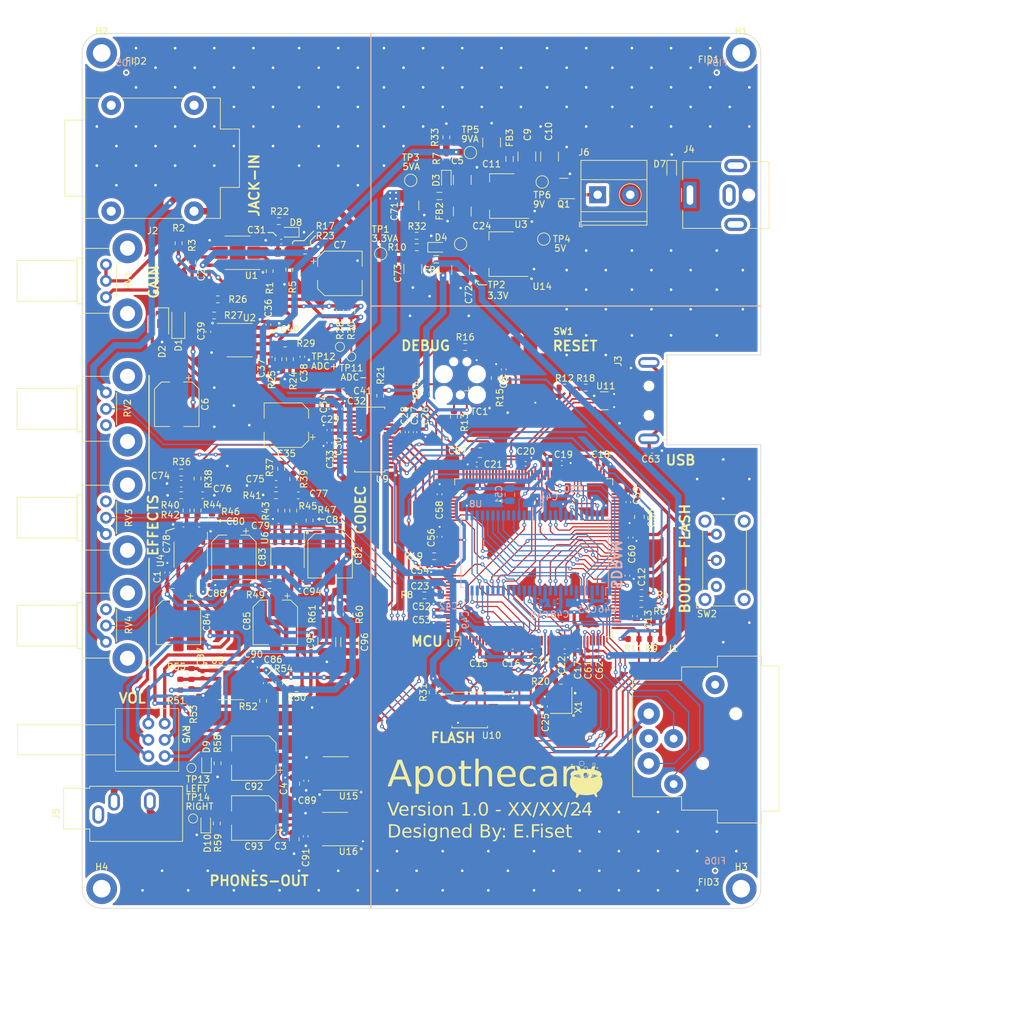
<source format=kicad_pcb>
(kicad_pcb (version 20221018) (generator pcbnew)
  (layers (0 "F.Cu" signal "F-SIG") (1 "In1.Cu" power "GND1") (2 "In2.Cu" signal "GND2") (31 "B.Cu" signal "B-SIG") (34 "B.Paste" user) (35 "F.Paste" user) (36 "B.SilkS" user "B.Silkscreen") (37 "F.SilkS" user "F.Silkscreen") (38 "B.Mask" user) (39 "F.Mask" user) (44 "Edge.Cuts" user))
  (net 0 "")
  (net 1 "VCOM")
  (net 2 "GND")
  (net 3 "+9VA")
  (net 4 "/Analog/CLAMP")
  (net 5 "/Analog/DBUFF_IN")
  (net 6 "/Analog/4.5_BIAS")
  (net 7 "/Digital/nRESET")
  (net 8 "+3.3V")
  (net 9 "/Power & Mechanical/9V_PRE_FILT")
  (net 10 "+5VA")
  (net 11 "/Digital/BOOT0")
  (net 12 "/Analog/ESD")
  (net 13 "/Analog/UBUFF_IN")
  (net 14 "/Analog/CODEC_VCOM")
  (net 15 "/Analog/CODEC_FILT+")
  (net 16 "/Analog/2.4_BIAS")
  (net 17 "/Analog/SINGAL+_OUT")
  (net 18 "ADC_IN+")
  (net 19 "ADC_IN-")
  (net 20 "+3.3VA")
  (net 21 "/Analog/SIGNAL-_IN")
  (net 22 "/Analog/SIGNAL-_OUT")
  (net 23 "+5V")
  (net 24 "/Digital/MCU_VCAP1")
  (net 25 "/Digital/MCU_VCAP2")
  (net 26 "/Digital/USB_SH")
  (net 27 "/Analog/LREC+_PRE")
  (net 28 "/Analog/RREC+_PRE")
  (net 29 "/Analog/LREC-_IN")
  (net 30 "/Analog/RREC-_IN")
  (net 31 "/Analog/LREC+_IN")
  (net 32 "I2S_MCK")
  (net 33 "I2S_WCK")
  (net 34 "/Analog/RREC+_IN")
  (net 35 "/Analog/LREC-_OUT")
  (net 36 "/Analog/LREC-_FB")
  (net 37 "/Analog/RREC-_OUT")
  (net 38 "/Analog/RREC-_FB")
  (net 39 "/Analog/RIGHT_POT_IN")
  (net 40 "/Analog/LEFT_POT_IN")
  (net 41 "/Analog/LEFT_BUFF_IN")
  (net 42 "/Analog/LEFT_POT_WIPE")
  (net 43 "/Analog/RPHONE_BUFF_IN")
  (net 44 "I2S_CK")
  (net 45 "/Analog/RIGHT_WIPE")
  (net 46 "/Analog/RIGHT_POT_OUT")
  (net 47 "/Analog/RPHONE_FILT_IN")
  (net 48 "/Analog/LPHONE_POT_OUT")
  (net 49 "/Analog/LPHONE_FILT_IN")
  (net 52 "/Analog/LPHONE_OUT")
  (net 55 "/Analog/RPHONE_OUT")
  (net 56 "/Power & Mechanical/5V_LED_CAT")
  (net 65 "Net-(U7A-PC4)")
  (net 71 "/Power & Mechanical/3.3V_LED_CAT")
  (net 73 "/Power & Mechanical/SWITCH")
  (net 74 "/Digital/STOMP_SWITCH")
  (net 78 "/Digital/STOMP_POT2")
  (net 84 "/Digital/STOMP_POT1")
  (net 86 "/Analog/JACK_IN")
  (net 87 "/Digital/USB_DP")
  (net 89 "/Digital/USB_DN")
  (net 90 "/Power & Mechanical/REVERSE")
  (net 91 "/Analog/GAIN_IN")
  (net 92 "/Analog/UBUFF_OUT")
  (net 93 "/Analog/GAIN_FB")
  (net 94 "/Analog/GAIN_OUT")
  (net 116 "/Digital/MCU_PA4")
  (net 119 "Net-(J3-VBUS)")
  (net 121 "Net-(SW2-B)")
  (net 133 "I2S_SDO")
  (net 144 "I2S_SDI")
  (net 145 "/Digital/VBUS_SENSE")
  (net 147 "CODEC_RST")
  (net 151 "/Digital/TC_SWDIO")
  (net 152 "/Digital/SWDIO")
  (net 154 "/Digital/TC_SWCLK")
  (net 157 "/Digital/SWCLK")
  (net 158 "/Digital/TC_RST")
  (net 159 "/Digital/TC_SWO")
  (net 160 "/Digital/SWO")
  (net 161 "/Digital/MCU_PG11")
  (net 162 "/Digital/MCU_HSECK")
  (net 163 "/Digital/MCU_PH0")
  (net 164 "/Analog/CODEC_AD0")
  (net 165 "/Digital/QSPI_CS")
  (net 166 "/Analog/DAC_LEFT+")
  (net 167 "/Analog/DAC_RIGHT+")
  (net 168 "/Analog/DAC_LEFT-")
  (net 169 "/Analog/DAC_RIGHT-")
  (net 170 "/Analog/RPHONE_BUFF_OUT")
  (net 171 "/Analog/LEFT_BUFF_OUT")
  (net 172 "/Analog/RPHONE_FILT_BIAS")
  (net 173 "/Analog/LEFT_FILT_BIAS")
  (net 174 "/Analog/LPHONE_PWR_OUT")
  (net 175 "/Analog/RPHONE_PWR_OUT")
  (net 176 "/Digital/RAM_A0")
  (net 177 "/Digital/RAM_A1")
  (net 178 "/Digital/RAM_A2")
  (net 180 "/Digital/RAM_A3")
  (net 181 "/Digital/RAM_A4")
  (net 183 "/Digital/RAM_A5")
  (net 184 "/Digital/QSPI_IO3")
  (net 185 "/Digital/QSPI_IO0")
  (net 186 "/Digital/QSPI_IO1")
  (net 187 "/Digital/RAM_WE")
  (net 188 "/Digital/RAM_CS")
  (net 189 "/Digital/RAM_CKE")
  (net 190 "/Digital/RAM_RAS")
  (net 191 "/Digital/RAM_A6")
  (net 192 "/Digital/RAM_A7")
  (net 193 "/Digital/RAM_A8")
  (net 194 "/Digital/RAM_A9")
  (net 195 "/Digital/RAM_A10")
  (net 196 "/Digital/RAM_A11")
  (net 197 "/Digital/RAM_DQ4")
  (net 198 "/Digital/RAM_DQ5")
  (net 199 "/Digital/RAM_DQ6")
  (net 200 "/Digital/RAM_DQ7")
  (net 201 "/Digital/RAM_DQ8")
  (net 202 "/Digital/RAM_DQ9")
  (net 203 "/Digital/RAM_DQ10")
  (net 204 "/Digital/RAM_DQ11")
  (net 205 "/Digital/RAM_DQ12")
  (net 206 "/Digital/RAM_DQ13")
  (net 207 "/Digital/RAM_DQ14")
  (net 208 "/Digital/RAM_DQ15")
  (net 209 "/Digital/RAM_DQ0")
  (net 210 "I2C_SDA")
  (net 211 "I2C_SCL")
  (net 212 "/Digital/RAM_DQ1")
  (net 213 "/Digital/RAM_BA0")
  (net 214 "/Digital/RAM_BA1")
  (net 215 "/Digital/RAM_CLK")
  (net 216 "/Digital/RAM_DQ2")
  (net 217 "/Digital/RAM_DQ3")
  (net 220 "/Digital/RAM_CAS")
  (net 221 "/Digital/RAM_DQML")
  (net 222 "/Digital/RAM_DQMH")
  (net 223 "/Digital/QSPI_IO2")
  (net 224 "/Digital/QSPI_CLK")
  (net 225 "/Digital/EFFECTS_POT1")
  (net 226 "/Digital/EFFECTS_POT2")
  (net 227 "/Digital/EFFECTS_POT3")
  (net 228 "Net-(R33-Pad1)")
  (net 229 "Net-(R10-Pad2)")
  (footprint "Resistor_SMD:R_0603_1608Metric" (layer "F.Cu") (at 160.5625 38.675 90)
    (fp_text reference "R33")
    (fp_text value "91R")
  )
  (footprint "Capacitor_SMD:C_0402_1005Metric" (layer "F.Cu") (at 175.7 125.83 90)
    (fp_text reference "C25")
    (fp_text value "100n")
  )
  (footprint "Capacitor_SMD:CP_Elec_6.3x7.7" (layer "F.Cu") (at 136.05 82.75 180)
    (fp_text reference "C35")
    (fp_text value "47u")
  )
  (footprint "Diode_SMD:D_0603_1608Metric" (layer "F.Cu") (at 136.5 53.2 180)
    (fp_text reference "D8")
    (fp_text value "0603ESDA-5N")
  )
  (footprint "Resistor_SMD:R_0603_1608Metric" (layer "F.Cu") (at 121.487968 120.855578 90)
    (fp_text reference "R55")
    (fp_text value "6K2")
  )
  (footprint "Capacitor_SMD:C_0402_1005Metric" (layer "F.Cu") (at 132.877968 122.260578 -90)
    (fp_text reference "C86")
    (fp_text value "100p")
  )
  (footprint "Potentiometer_THT:Potentiometer_Bourns_PTV09A-2_Single_Horizontal" (layer "F.Cu") (at 108.4 94.425 180)
    (fp_text reference "RV3")
    (fp_text value "10k" hide)
  )
  (footprint "Capacitor_SMD:C_1210_3225Metric" (layer "F.Cu") (at 167.5 39.45 -90)
    (fp_text reference "C11")
    (fp_text value "22u")
  )
  (footprint "Resistor_SMD:R_0603_1608Metric" (layer "F.Cu") (at 181.925 77)
    (fp_text reference "R18")
    (fp_text value "20K")
  )
  (footprint "Capacitor_SMD:C_0402_1005Metric" (layer "F.Cu") (at 173.720002 117.374997)
    (fp_text reference "C14")
    (fp_text value "100n")
  )
  (footprint "Capacitor_SMD:C_0402_1005Metric" (layer "F.Cu") (at 169.3525 74.2175 -90)
    (fp_text reference "C8")
    (fp_text value "100n")
  )
  (footprint "Capacitor_SMD:C_0402_1005Metric" (layer "F.Cu") (at 184.200714 88.702944 180)
    (fp_text reference "C18")
    (fp_text value "100n")
  )
  (footprint "Package_SO:SOIC-8-1EP_3.9x4.9mm_P1.27mm_EP2.41x3.81mm" (layer "F.Cu") (at 127.587968 122.230578)
    (fp_text reference "U5")
    (fp_text value "TLV9362")
  )
  (footprint "Resistor_SMD:R_0603_1608Metric" (layer "F.Cu") (at 160.5625 41.925 90)
    (fp_text reference "R7")
    (fp_text value "91R")
  )
  (footprint "Resistor_SMD:R_0603_1608Metric" (layer "F.Cu") (at 135.287968 95.830578 -90)
    (fp_text reference "R43")
    (fp_text value "910R")
  )
  (footprint "Diode_SMD:FIL_ECMF02-4CMX8" (layer "F.Cu") (at 184.763501 79.0135)
    (fp_text reference "U11")
    (fp_text value "ECMF02-4CMX8")
  )
  (footprint "Resistor_SMD:R_0603_1608Metric" (layer "F.Cu") (at 137.102968 95.830578 -90)
    (fp_text reference "R45")
    (fp_text value "910R")
  )
  (footprint "Resistor_SMD:R_0603_1608Metric" (layer "F.Cu") (at 161.728499 81.482691 -90)
    (fp_text reference "R13")
    (fp_text value "91R")
  )
  (footprint "Fiducial:Fiducial_0.5mm_Mask1mm" (layer "F.Cu") (at 201.75 151)
    (fp_text reference "FID3")
    (fp_text value "Fiducial")
  )
  (footprint "Package_SO:SOIC-8_3.9x4.9mm_P1.27mm" (layer "F.Cu") (at 143.5 144.615 180)
    (fp_text reference "U16")
    (fp_text value "OPA551U")
  )
  (footprint "TestPoint:TestPoint_Pad_D1.5mm" (layer "F.Cu") (at 175.25 45.5)
    (fp_text reference "TP6")
    (fp_text value "TestPoint")
  )
  (footprint "Capacitor_SMD:C_0402_1005Metric" (layer "F.Cu") (at 170.700002 117.424997 180)
    (fp_text reference "C16")
    (fp_text value "100n")
  )
  (footprint "TestPoint:TestPoint_Pad_D1.5mm" (layer "F.Cu") (at 150.5 56.5)
    (fp_text reference "TP1")
    (fp_text value "TestPoint")
  )
  (footprint "Capacitor_SMD:C_0402_1005Metric" (layer "F.Cu") (at 165.22 117.325)
    (fp_text reference "C15")
    (fp_text value "100n")
  )
  (footprint "Capacitor_SMD:CP_Elec_6.3x7.7" (layer "F.Cu") (at 144.25 59.5)
    (fp_text reference "C7")
    (fp_text value "220u")
  )
  (footprint "Resistor_SMD:R_0603_1608Metric" (layer "F.Cu") (at 157.5525 77.3175 -90)
    (fp_text reference "R14")
    (fp_text value "91R")
  )
  (footprint "Resistor_SMD:R_0603_1608Metric" (layer "F.Cu") (at 124.975 65.95 180)
    (fp_text reference "R27")
    (fp_text value "680R")
  )
  (footprint "Package_SO:SOIC-8_3.9x4.9mm_P1.27mm" (layer "F.Cu") (at 143.6 136.095 180)
    (fp_text reference "U15")
    (fp_text value "OPA551U")
  )
  (footprint "Resistor_SMD:R_0603_1608Metric" (layer "F.Cu") (at 121.6 57.8 -90)
    (fp_text reference "R3")
    (fp_text value "680R")
  )
  (footprint "Diode_SMD:D_0603_1608Metric" (layer "F.Cu") (at 123.691016 143.7125 90)
    (fp_text reference "D10")
    (fp_text value "0603ESDA-5N")
  )
  (footprint "Resistor_SMD:R_0603_1608Metric" (layer "F.Cu") (at 189.25 115.5 180)
    (fp_text reference "R11")
    (fp_text value "6K2")
  )
  (footprint "Capacitor_SMD:CP_Elec_6.3x7.7" (layer "F.Cu") (at 119.25 79.55 -90)
    (fp_text reference "C6")
    (fp_text value "220u")
  )
  (footprint "Capacitor_SMD:CP_Elec_6.3x7.7" (layer "F.Cu") (at 131.05 133.75 180)
    (fp_text reference "C92")
    (fp_text value "220u")
  )
  (footprint "Capacitor_SMD:C_0402_1005Metric" (layer "F.Cu") (at 138.5 72.27 90)
    (fp_text reference "C38")
    (fp_text value "100n")
  )
  (footprint "Capacitor_SMD:C_0402_1005Metric" (layer "F.Cu") (at 172.720002 88.674999 180)
    (fp_text reference "C20")
    (fp_text value "100n")
  )
  (footprint "Capacitor_SMD:C_0402_1005Metric" (layer "F.Cu") (at 169.750002 124.034997 90)
    (fp_text reference "C47" hide)
    (fp_text value "100n")
  )
  (footprint "Package_QFP:LQFP-176_24x24mm_P0.5mm" (layer "F.Cu") (at 173.95 103.075 90)
    (fp_text reference "U7")
    (fp_text value "STM32H743IIT6")
  )
  (footprint "LOGO" (layer "F.Cu") (at 182 137)
    (fp_text reference "G***" hide)
    (fp_text value "LOGO" hide)
  )
  (footprint "Resistor_SMD:R_0603_1608Metric" (layer "F.Cu") (at 137.102968 91 -90)
    (fp_text reference "R39")
    (fp_text value "6K2")
  )
  (footprint "Resistor_SMD:R_0603_1608Metric" (layer "F.Cu") (at 190.458609 108.466578)
    (fp_text reference "R4")
    (fp_text value "33R")
  )
  (footprint "Button_Switch_THT:SW_E-Switch_EG1224_SPDT_Angled" (layer "F.Cu") (at 201.95 107.45 90)
    (fp_text reference "SW2")
    (fp_text value "SW_SPDT")
  )
  (footprint "Inductor_SMD:L_0805_2012Metric" (layer "F.Cu") (at 158.9975 57.345 180)
    (fp_text reference "FB1")
    (fp_text value "10R @ 10 Mhz")
  )
  (footprint "Diode_SMD:D_0603_1608Metric" (layer "F.Cu") (at 195.1 43.6875 -90)
    (fp_text reference "D7")
    (fp_text value "0603ESDA-5N")
  )
  (footprint "Capacitor_SMD:C_0402_1005Metric" (layer "F.Cu") (at 188.299999 105.804999 -90)
    (fp_text reference "C12")
    (fp_text value "100n")
  )
  (footprint "Capacitor_SMD:C_0402_1005Metric" (layer "F.Cu") (at 142.962968 80.250578 90)
    (fp_text reference "C34")
    (fp_text value "1u")
  )
  (footprint "Resistor_SMD:R_0603_1608Metric" (layer "F.Cu") (at 132.487968 124.960578 90)
    (fp_text reference "R52")
    (fp_text value "20K")
  )
  (footprint "Capacitor_SMD:C_0402_1005Metric" (layer "F.Cu") (at 180.733609 117.366578 180)
    (fp_text reference "C17")
    (fp_text value "100n")
  )
  (footprint "Package_SO:SOIC-8-1EP_3.9x4.9mm_P1.27mm_EP2.41x3.81mm" (layer "F.Cu") (at 128.887968 69.730578)
    (fp_text reference "U2")
    (fp_text value "TLV9362")
  )
  (footprint "Capacitor_SMD:C_0603_1608Metric" (layer "F.Cu") (at 119.927968 91.725 180)
    (fp_text reference "C74")
    (fp_text value "2700p")
  )
  (footprint "Capacitor_SMD:C_0402_1005Metric" (layer "F.Cu") (at 124.087968 68.450578 90)
    (fp_text reference "C39")
    (fp_text value "470p")
  )
  (footprint "MountingHole:MountingHole_2.7mm_M2.5_DIN965_Pad" (layer "F.Cu") (at 205.75 153.75)
    (fp_text reference "H3")
    (fp_text value "MountingHole_Pad")
  )
  (footprint "Diode_SMD:D_SOD-123" (layer "F.Cu") (at 117 67.145 -90)
    (fp_text reference "D2")
    (fp_text value "1N5819HW")
  )
  (footprint "Resistor_SMD:R_0603_1608Metric" (layer "F.Cu") (at 157.200002 108.824997)
    (fp_text reference "R8")
    (fp_text value "20k")
  )
  (footprint "Capacitor_SMD:C_0402_1005Metric" (layer "F.Cu") (at 142.637968 83.500578 90)
    (fp_text reference "C29")
    (fp_text value "1u")
  )
  (footprint "Resistor_SMD:R_0603_1608Metric" (layer "F.Cu") (at 156 53.75)
    (fp_text reference "R32")
    (fp_text value "91R")
  )
  (footprint "Resistor_SMD:R_0603_1608Metric" (layer "F.Cu") (at 135.25 89.425 -90)
    (fp_text reference "R37")
    (fp_text value "6K2")
  )
  (footprint "TestPoint:TestPoint_Pad_D1.5mm" (layer "F.Cu") (at 164.25 41)
    (fp_text reference "TP5")
    (fp_text value "TestPoint")
  )
  (footprint "Connector_Audio:Jack_XLR_Neutrik_NC5FAH_Horizontal" (layer "F.Cu") (at 191.58 126.94)
    (fp_text reference "J1")
    (fp_text value "NC5FAH")
  )
  (footprint "Capacitor_SMD:C_0402_1005Metric" (layer "F.Cu") (at 139 145.71 90)
    (fp_text reference "C91")
    (fp_text value "100n")
  )
  (footprint "Package_SO:TSSOP-28_4.4x9.7mm_P0.65mm" (layer "F.Cu") (at 148.825468 84.955578 180)
    (fp_text reference "U9")
    (fp_text value "CS4272-CZZR")
  )
  (footprint "Resistor_SMD:R_0603_1608Metric" (layer "F.Cu") (at 133.462968 107.230578 180)
    (fp_text reference "R49")
    (fp_text value "20K")
  )
  (footprint "Fiducial:Fiducial_0.5mm_Mask1mm" (layer "F.Cu") (at 111.5 28.75)
    (fp_text reference "FID2")
    (fp_text value "Fiducial")
  )
  (footprint "Resistor_SMD:R_0603_1608Metric" (layer "F.Cu") (at 150.425468 78.230578 90)
    (fp_text reference "R21")
    (fp_text value "20K")
  )
  (footprint "Capacitor_SMD:C_0402_1005Metric" (layer "F.Cu") (at 159.525 108.325 90)
    (fp_text reference "C23")
    (fp_text value "100n")
  )
  (footprint "Capacitor_SMD:C_0402_1005Metric" (layer "F.Cu") (at 133.487968 72.310578 90)
    (fp_text reference "C37")
    (fp_text value "100n")
  )
  (footprint "Capacitor_SMD:C_0402_1005Metric" (layer "F.Cu") (at 122.687968 97.980578 180)
    (fp_text reference "C80")
    (fp_text value "470p")
  )
  (footprint "TestPoint:TestPoint_Pad_D1.0mm" (layer "F.Cu") (at 146 72.25)
    (fp_text reference "TP11")
    (fp_text value "TestPoint")
  )
  (footprint "Capacitor_SMD:CP_Elec_6.3x7.7" (layer "F.Cu") (at 119.5 112.95 -90)
    (fp_text reference "C84")
    (fp_text value "220u")
  )
  (footprint "Capacitor_SMD:C_0402_1005Metric" (layer "F.Cu") (at 165.219999 88.774999)
    (fp_text reference "C21")
    (fp_text value "100n")
  )
  (footprint "Capacitor_SMD:C_0402_1005Metric" (layer "F.Cu") (at 159.525002 99.845 90)
    (fp_text reference "C56")
    (fp_text value "100n")
  )
  (footprint "Capacitor_SMD:C_1210_3225Metric" (layer "F.Cu") (at 154.99 49.095 90)
    (fp_text reference "C71")
    (fp_text value "22u")
  )
  (footprint "TestPoint:TestPoint_Pad_D1.5mm" (layer "F.Cu") (at 162.75 55)
    (fp_text reference "TP2")
    (fp_text value "TestPoint")
  )
  (footprint "Capacitor_SMD:C_0402_1005Metric" (layer "F.Cu") (at 183.533609 117.786578 -90)
    (fp_text reference "C62")
    (fp_text value "1u")
  )
  (footprint "Capacitor_SMD:C_0603_1608Metric" (layer "F.Cu") (at 144.8 77.6)
    (fp_text reference "C41")
    (fp_text value "2n7")
  )
  (footprint "Diode_SMD:D_SOD-123" (layer "F.Cu") (at 119.5 67.1 90)
    (fp_text reference "D1")
    (fp_text value "1N5819HW")
  )
  (footprint "Package_SO:SOIC-8_5.23x5.23mm_P1.27mm" (layer "F.Cu") (at 164.15 126.385)
    (fp_text reference "U10")
    (fp_text value "W25Q128JVS")
  )
  (footprint "Resistor_SMD:R_0603_1608Metric" (layer "F.Cu") (at 119.8 122.5 90)
    (fp_text reference "R51")
    (fp_text value "910R")
  )
  (footprint "Capacitor_SMD:CP_Elec_6.3x7.7" (layer "F.Cu") (at 142.75 102.75 -90)
    (fp_text reference "C82")
    (fp_text value "220u")
  )
  (footprint "Capacitor_SMD:C_0402_1005Metric" (layer "F.Cu") (at 137.582968 98.155578 180)
    (fp_text reference "C81")
    (fp_text value "470p")
  )
  (footprint "Package_SO:SOIC-8-1EP_3.9x4.9mm_P1.27mm_EP2.41x3.81mm" (layer "F.Cu") (at 128.562968 56.345578 180)
    (fp_text reference "U1")
    (fp_text value "TLV9362")
  )
  (footprint "Potentiometer_THT:Potentiometer_Bourns_PTV09A-2_Single_Horizontal" (layer "F.Cu") (at 108.4 58.15 180)
    (fp_text reference "RV1")
    (fp_text value "1k")
  )
  (footprint "Capacitor_SMD:C_0805_2012Metric" (layer "F.Cu") (at 190.150001 96.8 -90)
    (fp_text reference "C55")
    (fp_text value "2u2")
  )
  (footprint "0480372200:MOLEX_0480372200" (layer "F.Cu") (at 191.6 79 90)
    (fp_text reference "J3")
    (fp_text value "USB_A")
  )
  (footprint "Inductor_SMD:L_0805_2012Metric" (layer "F.Cu") (at 159.5 47.65 180)
    (fp_text reference "FB2")
    (fp_text value "10R @ 10 Mhz")
  )
  (footprint "Resistor_SMD:R_0603_1608Metric" (layer "F.Cu") (at 167.9785 75.537501 -90)
    (fp_text reference "R15")
    (fp_text value "91R")
  )
  (footprint "Resistor_SMD:R_0603_1608Metric" (layer "F.Cu") (at 135.862968 70.230578)
    (fp_text reference "R29")
    (fp_text value "680R")
  )
  (footprint "Capacitor_SMD:C_0402_1005Metric" (layer "F.Cu") (at 155.15 83.82 -90)
    (fp_text reference "C27")
    (fp_text value "100n")
  )
  (footprint "TestPoint:TestPoint_Pad_D1.5mm" (layer "F.Cu") (at 175.5 54.25)
    (fp_text reference "TP4")
    (fp_text value "TestPoint")
  )
  (footprint "Capacitor_SMD:C_0603_1608Metric" (layer "F.Cu") (at 123.212968 93.480578)
    (fp_text reference "C76")
    (fp_text value "2700p")
  )
  (footprint "Resistor_SMD:R_0603_1608Metric" (layer "F.Cu") (at 119.927968 93.480578)
    (fp_text reference "R40")
    (fp_text value "6K2")
  )
  (footprint "Resistor_SMD:R_0805_2012Metric" (layer "F.Cu") (at 135.662968 56.25 180)
    (fp_text reference "R17")
    (fp_text value "1M")
  )
  (footprint "Capacitor_SMD:C_0402_1005Metric" (layer "F.Cu") (at 188.8 99.975001 -90)
    (fp_text reference "C60")
    (fp_text value "100n")
  )
  (footprint "Capacitor_SMD:C_0402_1005Metric" (layer "F.Cu") (at 120.272968 97.980578 180)
    (fp_text reference "C78")
    (fp_text value "470p")
  )
  (footprint "TestPoint:TestPoint_Pad_D1.0mm" (layer "F.Cu") (at 121.5 135.25)
    (fp_text reference "TP13")
    (fp_text value "TestPoint")
  )
  (footprint "Capacitor_SMD:C_0402_1005Metric" (layer "F.Cu") (at 156.4 83.82 -90)
    (fp_text reference "C26")
    (fp_text value "1u")
  )
  (footprint "Resistor_SMD:R_0603_1608Metric" (layer "F.Cu") (at 158.7 102.825)
    (fp_text reference "R19")
    (fp_text value "33R")
  )
  (footprint "Capacitor_SMD:C_1210_3225Metric" (layer "F.Cu") (at 162.75 58.975 90)
    (fp_text reference "C72")
    (fp_text value "22u")
  )
  (footprint "Resistor_SMD:R_0603_1608Metric" (layer "F.Cu") (at 156.0225 55.5 180)
    (fp_text reference "R10")
    (fp_text value "91R")
  )
  (footprint "Potentiometer_THT:PTD-902" (layer "F.Cu") (at 116.15 130.950001 -90)
    (fp_text reference "RV5")
    (fp_text value "PTD90X")
  )
  (footprint "Capacitor_SMD:C_0402_1005Metric" (layer "F.Cu") (at 123.202968 120.975578 -90)
    (fp_text reference "C87")
    (fp_text value "100p")
  )
  (footprint "MountingHole:MountingHole_2.7mm_M2.5_DIN965_Pad" (layer "F.Cu") (at 107.75 25.75)
    (fp_text reference "H2")
    (fp_text value "MountingHole_Pad")
  )
  (footprint "Resistor_SMD:R_0603_1608Metric" (layer "F.Cu") (at 125.5 134.561305 90)
    (fp_text reference "R58")
    (fp_text value "6K2")
  )
  (footprint "Resistor_SMD:R_0603_1608Metric" (layer "F.Cu") (at 124.65 97.175 -90)
    (fp_text reference "R46")
    (fp_text value "6K2")
  )
  (footprint "Capacitor_SMD:C_0402_1005Metric" (layer "F.Cu") (at 159.450002 104.845 90)
    (fp_text reference "C54")
    (fp_text value "100n")
  )
  (footprint "Capacitor_SMD:C_0402_1005Metric" (layer "F.Cu") (at 192.12 86.65)
    (fp_text reference "C63")
    (fp_text value "1u")
  )
  (footprint "Capacitor_SMD:C_0402_1005Metric" (layer "F.Cu") (at 159.525 110.555 90)
    (fp_text reference "C52")
    (fp_text value "100n")
  )
  (footprint "Inductor_SMD:L_0805_2012Metric" (layer "F.Cu") (at 170.25 41.9875 90)
    (fp_text reference "FB3")
    (fp_text value "10R @ 10 Mhz")
  )
  (footprint "Resistor_SMD:R_0603_1608Metric" (layer "F.Cu") (at 134.952968 122.280578 90)
    (fp_text reference "R54")
    (fp_text value "6K2")
  )
  (footprint "Capacitor_SMD:C_0402_1005Metric" (layer "F.Cu") (at 142.637968 85.460578 -90)
    (fp_text reference "C33")
    (fp_text value "100n")
  )
  (footprint "Resistor_SMD:R_0603_1608Metric" (layer "F.Cu") (at 136.5 58.925 90)
    (fp_text reference "R5")
    (fp_text value "20k")
  )
  (footprint "Capacitor_SMD:C_0402_1005Metric" (layer "F.Cu") (at 189.450002 112.004997 -90)
    (fp_text reference "C13")
    (fp_text value "100n")
  )
  (footprint "Resistor_SMD:R_0603_1608Metric" (layer "F.Cu") (at 120.752968 95.805578 -90)
    (fp_text reference "R42")
    (fp_text value "910R")
  )
  (footprint "Capacitor_SMD:C_0402_1005Metric" (layer "F.Cu") (at 153.9 83.82 -90)
    (fp_text reference "C28")
    (fp_text value "100n")
  )
  (footprint "Capacitor_SMD:C_0402_1005Metric" (layer "F.Cu") (at 159.525 112.554998 90)
    (fp_text reference "C53")
    (fp_text value "1u")
  )
  (footprint "Crystal:Crystal_SMD_3225-4Pin_3.2x2.5mm" (layer "F.Cu") (at 178.15 124.9 90)
    (fp_text reference "X1")
    (fp_text value "OT2EL4C4JI-111OLP-26M")
  )
  (footprint "Resistor_SMD:R_0603_1608Metric" (layer "F.Cu") (at 125.383984 143.75 90)
    (fp_text reference "R59")
    (fp_text value "6K2")
  )
  (footprint "MountingHole:MountingHole_2.7mm_M2.5_DIN965_Pad" (layer "F.Cu") (at 205.75 25.75)
    (fp_text reference "H1")
    (fp_text value "MountingHole_Pad")
  )
  (footprint "Capacitor_SMD:C_1210_3225Metric" (layer "F.Cu") (at 172.9 41.6 -90)
    (fp_text reference "C9")
    (fp_text value "22u")
  )
  (footprint "LED_SMD:LED_0603_1608Metric" (layer "F.Cu") (at 160.5625 45.205 -90)
    (fp_text reference "D3")
    (fp_text value "LED")
  )
  (footprint "Capacitor_SMD:C_0603_1608Metric" (layer "F.Cu") (at 134.475 91.75 180)
    (fp_text reference "C75")
    (fp_text value "2700p")
  )
  (footprint "Package_SO:SOIC-8-1EP_3.9x4.9mm_P1.27mm_EP2.41x3.81mm" (layer "F.Cu") (at 121.387968 102.580578 -90)
    (fp_text reference "U4")
    (fp_text value "TLV9362")
  )
  (footprint "Capacitor_SMD:C_0402_1005Metric" (layer "F.Cu") (at 178.255 88.575 180)
    (fp_text reference "C19")
    (fp_text value "100n")
  )
  (footprint "Resistor_SMD:R_0603_1608Metric" (layer "F.Cu") (at 158.46655 123.666469 90)
    (fp_text reference "R31")
    (fp_text value "20k" hide)
  )
  (footprint "Resistor_SMD:R_0603_1608Metric" (layer "F.Cu") (at 134.462968 93.480578)
    (fp_text reference "R41")
    (fp_text value "6K2")
  )
  (footprint "Capacitor_SMD:C_1210_3225Metric" (layer "F.Cu") (at 145.75 115.975 -90)
    (fp_text reference "C96")
    (fp_text value "22u")
  )
  (footprint "Button_Switch_SMD:Pushbutton_CUI_TS04" (layer "F.Cu") (at 173.45 74.75 90)
    (fp_text reference "SW1")
    (fp_text value "SW_Push")
  )
  (footprint "Potentiometer_THT:Potentiometer_Bourns_PTV09A-2_Single_Horizontal" (layer "F.Cu") (at 108.4 77.75 180)
    (fp_text reference "RV2")
    (fp_text value "10k" hide)
  )
  (footprint "Capacitor_SMD:C_0402_1005Metric" (layer "F.Cu") (at 133.537968 69.750578 90)
    (fp_text reference "C40")
    (fp_text value "470p")
  )
  (footprint "TestPoint:TestPoint_Pad_D1.0mm" (layer "F.Cu") (at 144.25 70.75)
    (fp_text reference "TP12")
    (fp_text value "TestPoint")
  )
  (footprint "Capacitor_SMD:CP_Elec_6.3x7.7" (layer "F.Cu") (at 128 103 -90)
    (fp_text reference "C83")
    (fp_text value "220u")
  )
  (footprint "Resistor_SMD:R_0603_1608Metric" (layer "F.Cu") (at 133.487968 59.15 90)
    (fp_text reference "R1")
    (fp_text value "680R")
  )
  (footprint "Potentiometer_THT:Potentiometer_Bourns_PTV09A-2_Single_Horizontal" (layer "F.Cu") (at 108.4 110.95 180)
    (fp_text reference "RV4")
    (fp_text value "10k" hide)
  )
  (footprint "Connector:Tag-Connect_TC2030-IDC-FP_2x03_P1.27mm_Vertical" (layer "F.Cu") (at 162.7125 75.5775 90)
    (fp_text reference "TC1")
    (fp_text value "TC2030-IDC")
  )
  (footprint "Resistor_SMD:R_0603_1608Metric" (layer "F.Cu") (at 134.875 51.5)
    (fp_text reference "R22")
    (fp_text value "91R")
  )
  (footprint "Capacitor_SMD:C_0402_1005Metric" (layer "F.Cu") (at 188.45 94.545 90)
    (fp_text reference "C59")
    (fp_text value "100n")
  )
  (footprint "Resistor_SMD:R_0603_1608Metric" (layer "F.Cu") (at 118.607968 107.230578)
    (fp_text reference "R48" hide)
    (fp_text value "20K")
  )
  (footprint "Capacitor_SMD:C_1210_3225Metric" (layer "F.Cu") (at 155.425 58.815 90)
    (fp_text reference "C73")
    (fp_text value "22u")
  )
  (footprint "Resistor_SMD:R_0603_1608Metric" (layer "F.Cu") (at 178.675 77)
    (fp_text reference "R12")
    (fp_text value "20K")
  )
  (footprint "Package_TO_SOT_SMD:SOT-223-3_TabPin2" (layer "F.Cu") (at 169 56.55 180)
    (fp_text reference "U14")
    (fp_text value "AMS1117-3.3")
  )
  (footprint "Capacitor_SMD:C_0402_1005Metric" (layer "F.Cu") (at 124.187968 58.730578 -90)
    (fp_text reference "C2")
    (fp_text value "100n")
  )
  (footprint "Resistor_SMD:R_0603_1608Metric" (layer "F.Cu") (at 178.125 121.9)
    (fp_text reference "R20")
    (fp_text value "33R")
  )
  (footprint "Capacitor_SMD:C_0402_1005Metric" (layer "F.Cu") (at 123.75 107.25 180)
    (fp_text reference "C88")
    (fp_text value "100n")
  )
  (footprint "Connector_Audio:Jack_3.5mm_CUI_SJ1-3533NG_Horizontal" (layer "F.Cu") (at 107.234422 142.384422 90)
    (fp_text reference "J5")
    (fp_text value "AudioJack3")
  )
  (footprint "Resistor_SMD:R_0603_1608Metric" (layer "F.Cu") (at 134.837968 72.630578 90)
    (fp_text reference "R25")
    (fp_text value "12K")
  )
  (footprint "Resistor_SMD:R_0603_1608Metric" (layer "F.Cu") (at 125.537968 63.480578)
    (fp_text reference "R26")
    (fp_text value "680R")
  )
  (footprint "Resistor_SMD:R_0805_2012Metric" (layer "F.Cu") (at 145.5 111.75 90)
    (fp_text reference "R60")
    (fp_text value "1M")
  )
  (footprint "Resistor_SMD:R_0603_1608Metric" (layer "F.Cu") (at 122.437968 90.925 -90)
    (fp_text reference "R38")
    (fp_text value "6K2")
  )
  (footprint "Package_SO:SOIC-8-1EP_3.9x4.9mm_P1.27mm_EP2.41x3.81mm" (layer "F.Cu") (at 136.217968 102.630578 -90)
    (fp_text reference "U6")
    (fp_text value "TLV9362")
  )
  (footprint "Connector_BarrelJack:BarrelJack_CUI_PJ-063AH_Horizontal" (layer "F.Cu") (at 197.9 47.5 90)
    (fp_text reference "J4")
    (fp_text value "Jack-DC" hide)
  )
  (footprint "Capacitor_SMD:C_0402_1005Metric" (layer "F.Cu") (at 144.212968 80.250578 90)
    (fp_text reference "C32")
    (fp_text value "1u")
  )
  (footprint "Resistor_SMD:R_0603_1608Metric" (layer "F.Cu") (at 190.450002 110.124997)
    (fp_text reference "R6")
    (fp_text value "33R")
  )
  (footprint "TestPoint:TestPoint_Pad_D1.5mm" (layer "F.Cu") (at 155.1 45.25)
    (fp_text reference "TP3")
    (fp_text value "TestPoint")
  )
  (footprint "Capacitor_SMD:C_0402_1005Metric" (layer "F.Cu") (at 135.25 54.630578 180)
    (fp_text reference "C31")
    (fp_text value "100n")
  )
  (footprint "Resistor_SMD:R_0603_1608Metric" (layer "F.Cu") (at 192.575 115.5)
    (fp_text reference "R9")
    (fp_text value "6K2")
  )
  (footprint "Resistor_SMD:R_0603_1608Metric" (layer "F.Cu") (at 122.437968 95.805578 -90)
    (fp_text reference "R44")
    (fp_text value "910R")
  )
  (footprint "Capacitor_SMD:C_0603_1608Metric" (layer "F.Cu") (at 137.877968 93.5)
    (fp_text reference "C77")
    (fp_text value "2700p")
  )
  (footprint "Capacitor_SMD:C_0805_2012Metric" (layer "F.Cu") (at 137.25 146.165 90)
    (fp_text reference "C3")
    (fp_text value "10u")
  )
  (footprint "TerminalBlock_Phoenix:TerminalBlock_Phoenix_MKDS-1,5-2_1x02_P5.00mm_Horizontal" (layer "F.Cu") (at 183.75 47.455)
    (fp_text reference "J6")
    (fp_text value "Screw_Terminal_01x02")
  )
  (footprint "Resistor_SMD:R_0603_1608Metric" (layer "F.Cu") (at 119.925 90)
    (fp_text reference "R36")
    (fp_text value "6K2")
  )
  (footprint "Capacitor_SMD:C_0402_1005Metric" (layer "F.Cu") (at 178.7 117.4)
    (fp_text reference "C22")
    (fp_text value "100n")
  )
  (footprint "Package_TO_SOT_SMD:SOT-223-3_TabPin2" (layer "F.Cu") (at 169.1 47.655 180)
    (fp_text reference "U3")
    (fp_text value "AMS1117-5.0")
  )
  (footprint "Diode_SMD:D_0603_1608Metric" (layer "F.Cu") (at 123.807032 134.508227 90)
    (fp_text reference "D9")
    (fp_text value "0603ESDA-5N")
  )
  (footprint "Resistor_SMD:R_0603_1608Metric" (layer "F.Cu") (at 138.925 56)
    (fp_text reference "R23")
    (fp_text value "20k")
  )
  (footprint "Capacitor_SMD:C_0402_1005Metric" (layer "F.Cu") (at 143.887968 83.500578 90)
    (fp_text reference "C30")
    (fp_text value "100n")
  )
  (footprint "Capacitor_SMD:C_1210_3225Metric" (layer "F.Cu") (at 176.38 41.615 -90)
    (fp_text reference "C10")
    (fp_text value "22u")
  )
  (footprint "Capacitor_SMD:C_1210_3225Metric" (layer "F.Cu") (at 163 50.025 90)
    (fp_text reference "C24")
    (fp_text value "22u")
  )
  (footprint "Capacitor_SMD:CP_Elec_6.3x7.7" (layer "F.Cu") (at 134.35 112.95 -90)
    (fp_text reference "C85")
    (fp_text value "220u")
  )
  (footprint "Connector_Audio:Jack_6.35mm_Neutrik_NMJ4HCD2_Horizontal" (layer "F.Cu") (at 121.9 49.98 180)
    (fp_text reference "J2")
    (fp_text value "AudioJack2")
  )
  (footprint "Capacitor_SMD:C_0805_2012Metric" (layer "F.Cu") (at 137.325 137.68 90)
    (fp_text reference "C4")
    (fp_text value "10u")
  )
  (footprint "Resistor_SMD:R_0603_1608Metric" (layer "F.Cu") (at 121.487968 123.955578 90)
    (fp_text reference "R53")
    (fp_text value "20K")
  )
  (footprint "Capacitor_SMD:C_0402_1005Metric" (layer "F.Cu") (at 182.283609 117.806577 -90)
    (fp_text reference "C61")
    (fp_text value "100n")
  )
  (footprint "Capacitor_SMD:C_0402_1005Metric" (layer "F.Cu") (at 134.852968 98.155578 180)
    (fp_text reference "C79")
    (fp_text value "470p")
  )
  (footprint "MountingHole:MountingHole_2.7mm_M2.5_DIN965_Pad" (layer "F.Cu") (at 107.75 153.75)
    (fp_text reference "H4")
    (fp_text value "MountingHole_Pad")
  )
  (footprint "Fiducial:Fiducial_0.5mm_Mask1mm" (layer "F.Cu") (at 202 28.75)
    (fp_text reference "FID1")
    (fp_text value "Fiducial")
  )
  (footprint "Resistor_SMD:R_0603_1608Metric" (layer "F.Cu") (at 119.537968 54.885578 -90)
    (fp_text reference "R2")
    (fp_text value "680R")
  )
  (footprint "Resistor_SMD:R_0603_1608Metric" (layer "F.Cu") (at 136.587968 72.630578 -90)
    (fp_text reference "R24")
    (fp_text value "13K")
  )
  (footprint "LED_SMD:LED_0603_1608Metric" (layer "F.Cu") (at 159.2125 55.5)
    (fp_text reference "D4")
    (fp_text value "LED")
  )
  (footprint "Capacitor_SMD:C_0402_1005Metric" (layer "F.Cu") (at 159.525002 93.344998 90)
    (fp_text reference "C58")
    (fp_text value "100n")
  )
  (footprint "Capacitor_SMD:C_1210_3225Metric" (layer "F.Cu") (at 163 45.187233 -90)
    (fp_text reference "C5")
    (fp_text value "22u")
  )
  (footprint "Resistor_SMD:R_0603_1608Metric" (layer "F.Cu") (at 146 65.325 -90)
    (fp_text reference "R30")
    (fp_text value "91R")
  )
  (footprint "Resistor_SMD:R_0603_1608Metric" (layer "F.Cu") (at 137.627968 123.030578 180)
    (fp_text reference "R50")
    (fp_text value "910R")
  )
  (footprint "Resistor_SMD:R_0603_1608Metric" (layer "F.Cu") (at 163.446499 70.7875)
    (fp_text reference "R16")
    (fp_text value "91R")
  )
  (footprint "Capacitor_SMD:C_0402_1005Metric" (layer "F.Cu") (at 133.287968 67.345578 90)
    (fp_text reference "C36")
    (fp_text value "100n")
  )
  (footprint "Resistor_SMD:R_0603_1608Metric" (layer "F.Cu") (at 139.602968 97.330578 -90)
    (fp_text reference "R47")
    (fp_text value "6K2")
  )
  (footprint "Capacitor_SMD:C_0805_2012Metric" (layer "F.Cu") (at 165.733609 86.966578 180)
    (fp_text reference "C57")
    (fp_text value "2u2")
  )
  (footprint "Capacitor_SMD:C_1210_3225Metric" (layer "F.Cu") (at 142.25 115.975 -90)
    (fp_text reference "C95")
    (fp_text value "22u")
  )
  (footprint "Resistor_SMD:R_0805_2012Metric" (layer "F.Cu") (at 142.75 111.6625 -90)
    (fp_text reference "R61")
    (fp_text value "1M")
  )
  (footprint "Package_TO_SOT_SMD:SOT-23" (layer "F.Cu") (at 178.5625 46.505 180)
    (fp_text reference "Q1")
    (fp_text value "NTR4502P")
  )
  (footprint "Resistor_SMD:R_0603_1608Metric" (layer "F.Cu") (at 144.287968 65.305578 -90)
    (fp_text reference "R28")
    (fp_text value "91R")
  )
  (footprint "Capacitor_SMD:C_0402_1005Metric" (layer "F.Cu") (at 139.075 137.21 90)
    (fp_text reference "C89")
    (fp_text value "100n")
  )
  (footprint "TestPoint:TestPoint_Pad_D1.0mm" (layer "F.Cu") (at 121.75 143)
    (fp_text reference "TP14")
    (fp_text value "TestPoint")
  )
  (footprint "Capacitor_SMD:C_0402_1005Metric" (layer "F.Cu") (at 131.952968 119.825578 -90)
    (fp_text reference "C90")
    (fp_text value "100n")
  )
  (footprint "Capacitor_SMD:C_0402_1005Metric" (layer "F.Cu") (at 117.8 105.33 90)
    (fp_text reference "C1")
    (fp_text value "100n")
  )
  (footprint "Capacitor_SMD:C_0402_1005Metric" (layer "F.Cu") (at 138.582968 106.905578 180)
    (fp_text reference "C94")
    (fp_text value "100n")
  )
  (footprint "Capacitor_SMD:CP_Elec_6.3x7.7" (layer "F.Cu") (at 131.05 142.925 180)
    (fp_text reference "C93")
    (fp_text value "220u")
  )
  (footprint "Capacitor_SMD:C_0805_2012Metric" (layer "B.Cu") (at 170.3 93.399999 -90)
    (fp_text reference "C51")
    (fp_text value "2u2")
  )
  (footprint "Capacitor_SMD:C_0402_1005Metric" (layer "B.Cu") (at 180.02 94.424999)
    (fp_text reference "C50")
    (fp_text value "100n")
  )
  (footprint "Fiducial:Fiducial_0.5mm_Mask1mm" (layer "B.Cu") (at 201.75 151 180)
    (fp_text reference "FID6")
    (fp_text value "Fiducial")
  )
  (footprint "Capacitor_SMD:C_0402_1005Metric" (layer "B.Cu") (at 175.22 94.925 180)
    (fp_text reference "C44")
    (fp_text value "100n")
  )
  (footprint "Capacitor_SMD:C_0402_1005Metric" (layer "B.Cu") (at 184.979999 109.674998 180)
    (fp_text reference "C46")
    (fp_text value "100n")
  )
  (footprint "Capacitor_SMD:C_0402_1005Metric" (layer "B.Cu") (at 182.424998 109.674999)
    (fp_text reference "C43")
    (fp_text value "100n")
  )
  (footprint "Fiducial:Fiducial_0.5mm_Mask1mm" (layer "B.Cu") (at 202 28.75 180)
    (fp_text reference "FID4")
    (fp_text value "Fiducial")
  )
  (footprint "Package_SO:TSOP-II-54_22.2x10.16mm_P0.8mm" (layer "B.Cu") (at 174.099999 102.324999 90)
    (fp_text reference "U8")
    (fp_text value "IS42S16800F-xTL")
  )
  (footprint "Capacitor_SMD:C_0805_2012Metric" (layer "B.Cu") (at 160.65 108.65)
    (fp_text reference "C42")
    (fp_text value "2u2")
  )
  (footprint "Capacitor_SMD:C_0402_1005Metric" (layer "B.Cu") (at 174.579999 109.674999 180)
    (fp_text reference "C45")
    (fp_text value "100n")
  )
  (footprint "Capacitor_SMD:C_0402_1005Metric" (layer "B.Cu") (at 163.700001 110.105 90)
    (fp_text reference "C49")
    (fp_text value "100n")
  )
  (footprint "Capacitor_SMD:C_0402_1005Metric" (layer "B.Cu") (at 177.619999 109.724999)
    (fp_text reference "C48")
    (fp_text value "100n")
  )
  (footprint "Fiducial:Fiducial_0.5mm_Mask1mm" (layer "B.Cu") (at 111.5 28.75 180)
    (fp_text reference "FID5")
    (fp_text value "Fiducial")
  )
  (gr_line (start 148.95 64.5) (end 208.65 64.5) (stroke (width 0.15)) (layer "B.SilkS"))
  (gr_line (start 149 22.75) (end 149 156.75) (stroke (width 0.15)) (layer "B.SilkS"))
  (gr_line (start 139.75 54.5) (end 139.75 55) (stroke (width 0.15)) (layer "F.SilkS"))
  (gr_circle (center 169.97 80.84) (end 169.97 80.9) (stroke (width 0.15)) (fill none) (layer "F.SilkS"))
  (gr_line (start 134 53.25) (end 134.5 53.75) (stroke (width 0.15)) (layer "F.SilkS"))
  (gr_line (start 126.65 97.4) (end 125.65 97.4) (stroke (width 0.15)) (layer "F.SilkS"))
  (gr_circle (center 123.73 119.26) (end 123.73 119.32) (stroke (width 0.15)) (fill none) (layer "F.SilkS"))
  (gr_circle (center 152.81 90.41) (end 152.81 90.47) (stroke (width 0.15)) (fill none) (layer "F.SilkS"))
  (gr_circle (center 124.44 99) (end 124.44 99.06) (stroke (width 0.15)) (fill none) (layer "F.SilkS"))
  (gr_line (start 138 54.5) (end 138.75 54.5) (stroke (width 0.15)) (layer "F.SilkS"))
  (gr_line (start 138.75 54.5) (end 140.25 53) (stroke (width 0.15)) (layer "F.SilkS"))
  (gr_line (start 133.1 121.05) (end 133.7 120.45) (stroke (width 0.15)) (layer "F.SilkS"))
  (gr_line (start 148.95 64.5) (end 208.65 64.5) (stroke (width 0.15)) (layer "F.SilkS"))
  (gr_circle (center 167.18 80.13) (end 167.18 80.19) (stroke (width 0.15)) (fill none) (layer "F.SilkS"))
  (gr_line (start 115 92.85) (end 115 75.15) (stroke (width 0.2)) (layer "F.SilkS"))
  (gr_line (start 117.6 99.35) (end 117.6 98.95) (stroke (width 0.15)) (layer "F.SilkS"))
  (gr_line (start 133.2 53.25) (end 134 53.25) (stroke (width 0.15)) (layer "F.SilkS"))
  (gr_circle (center 139.25 99.25) (end 139.25 99.31) (stroke (width 0.15)) (fill none) (layer "F.SilkS"))
  (gr_line (start 165.5 61.25) (end 165 60.5) (stroke (width 0.15)) (layer "F.SilkS"))
  (gr_circle (center 173.62 60.32) (end 173.62 60.38) (stroke (width 0.15)) (fill none) (layer "F.SilkS"))
  (gr_circle (center 132.46 59.34) (end 132.46 59.4) (stroke (width 0.15)) (fill none) (layer "F.SilkS"))
  (gr_circle (center 162.57 116.91) (end 162.57 116.97) (stroke (width 0.15)) (fill none) (layer "F.SilkS"))
  (gr_line (start 137.25 54.5) (end 138 54.5) (stroke (width 0.15)) (layer "F.SilkS"))
  (gr_circle (center 180.06 127.22) (end 180.06 127.28) (stroke (width 0.15)) (fill none) (layer "F.SilkS"))
  (gr_line (start 134.36 68.03) (end 133.91 68.48) (stroke (width 0.15)) (layer "F.SilkS"))
  (gr_line (start 115 103.15) (end 115 119.95) (stroke (width 0.2)) (layer "F.SilkS"))
  (gr_line (start 165 61) (end 165 60.5) (stroke (width 0.15)) (layer "F.SilkS"))
  (gr_line (start 149 22.75) (end 149 156.75) (stroke (width 0.15)) (layer "F.SilkS"))
  (gr_circle (center 173.67 51.57) (end 173.67 51.63) (stroke (width 0.15)) (fill none) (layer "F.SilkS"))
  (gr_line (start 165 60.5) (end 165.5 60.75) (stroke (width 0.15)) (layer "F.SilkS"))
  (gr_line (start 125.95 97.2) (end 125.65 97.4) (stroke (width 0.15)) (layer "F.SilkS"))
  (gr_line (start 135.02 68.03) (end 134.36 68.03) (stroke (width 0.15)) (layer "F.SilkS"))
  (gr_line (start 140.862032 97.15) (end 141.162032 97.35) (stroke (width 0.15)) (layer "F.SilkS"))
  (gr_line (start 141.862032 97.15) (end 140.862032 97.15) (stroke (width 0.15)) (layer "F.SilkS"))
  (gr_line (start 125.65 97.4) (end 125.95 97.2) (stroke (width 0.15)) (layer "F.SilkS"))
  (gr_line (start 125.65 97.4) (end 125.95 97.6) (stroke (width 0.15)) (layer "F.SilkS"))
  (gr_circle (center 147.5 138.96) (end 147.5 139.02) (stroke (width 0.15)) (fill none) (layer "F.SilkS"))
  (gr_line (start 141.162032 96.95) (end 140.862032 97.15) (stroke (width 0.15)) (layer "F.SilkS"))
  (gr_line (start 166.75 61.25) (end 165.5 61.25) (stroke (width 0.15)) (layer "F.SilkS"))
  (gr_line (start 140.862032 97.15) (end 141.162032 96.95) (stroke (width 0.15)) (layer "F.SilkS"))
  (gr_line (start 137 55) (end 137 54.75) (stroke (width 0.15)) (layer "F.SilkS"))
  (gr_circle (center 159.53 123.1) (end 159.53 123.16) (stroke (width 0.15)) (fill none) (layer "F.SilkS"))
  (gr_line (start 140.5 53.75) (end 139.75 54.5) (stroke (width 0.15)) (layer "F.SilkS"))
  (gr_line (start 165 60.5) (end 165 61) (stroke (width 0.15)) (layer "F.SilkS"))
  (gr_line (start 133.7 120.45) (end 133.7 119.45) (stroke (width 0.15)) (layer "F.SilkS"))
  (gr_circle (center 124.74 67.12) (end 124.74 67.18) (stroke (width 0.15)) (fill none) (layer "F.SilkS"))
  (gr_line (start 117.6 98.95) (end 118.9 98.55) (stroke (width 0.15)) (layer "F.SilkS"))
  (gr_line (start 137 54.75) (end 137.25 54.5) (stroke (width 0.15)) (layer "F.SilkS"))
  (gr_circle (center 147.52 147.64) (end 147.52 147.7) (stroke (width 0.15)) (fill none) (layer "F.SilkS"))
  (gr_arc (start 104.75 25.75) (mid 105.62868 23.62868) (end 107.75 22.75) (stroke (width 0.1)) (layer "Edge.Cuts"))
  (gr_line (start 107.75 156.75) (end 205.75 156.75) (stroke (width 0.1)) (layer "Edge.Cuts"))
  (gr_arc (start 107.75 156.75) (mid 105.62868 155.87132) (end 104.75 153.75) (stroke (width 0.1)) (layer "Edge.Cuts"))
  (gr_line (start 208.75 72) (end 208.75 25.75) (stroke (width 0.1)) (layer "Edge.Cuts"))
  (gr_line (start 194.363501 85.75) (end 194.363501 72) (stroke (width 0.1)) (layer "Edge.Cuts"))
  (gr_line (start 205.75 22.75) (end 107.75 22.75) (stroke (width 0.1)) (layer "Edge.Cuts"))
  (gr_line (start 208.75 85.75) (end 208.75 153.75) (stroke (width 0.1)) (layer "Edge.Cuts"))
  (gr_arc (start 205.75 22.75) (mid 207.87132 23.62868) (end 208.75 25.75) (stroke (width 0.1)) (layer "Edge.Cuts"))
  (gr_arc (start 208.75 153.75) (mid 207.871321 155.871321) (end 205.75 156.75) (stroke (width 0.1)) (layer "Edge.Cuts"))
  (gr_line (start 104.75 25.75) (end 104.75 153.75) (stroke (width 0.1)) (layer "Edge.Cuts"))
  (gr_line (start 208.75 85.75) (end 194.363501 85.75) (stroke (width 0.1)) (layer "Edge.Cuts"))
  (gr_line (start 194.363501 72) (end 208.75 72) (stroke (width 0.1)) (layer "Edge.Cuts"))
  (gr_text "SDRAM" (at 185.7 100.2 270) (layer "B.SilkS") (effects (font (size 1.5 1.5) (thickness 0.3) bold) (justify right bottom mirror)))
  (gr_text "9V" (at 173.75 49.5) (layer "F.SilkS") (effects (font (size 1 1)) (justify left bottom)))
  (gr_text "LEFT\n" (at 120.5 139) (layer "F.SilkS") (effects (font (size 1 1)) (justify left bottom)))
  (gr_text "3.3VA" (at 149 54.75) (layer "F.SilkS") (effects (font (size 1 1)) (justify left bottom)))
  (gr_text "MCU\n" (at 155 116.75) (layer "F.SilkS") (effects (font (size 1.5 1.5) (thickness 0.3) bold) (justify left bottom)))
  (gr_text "GAIN" (at 116.6 63.55 90) (layer "F.SilkS") (effects (font (size 1.5 1.5) (thickness 0.3) bold) (justify left bottom)))
  (gr_text "CODEC" (at 148.3 99.65 90) (layer "F.SilkS") (effects (font (size 1.5 1.5) (thickness 0.3) bold) (justify left bottom)))
  (gr_text "USB" (at 194 89) (layer "F.SilkS") (effects (font (size 1.5 1.5) (thickness 0.3) bold) (justify left bottom)))
  (gr_text "DEBUG" (at 153.47 71.46) (layer "F.SilkS") (effects (font (size 1.5 1.5) (thickness 0.3) bold) (justify left bottom)))
  (gr_text "JACK-IN" (at 132 51 90) (layer "F.SilkS") (effects (font (size 1.5 1.5) (thickness 0.3) bold) (justify left bottom)))
  (gr_text "RESET" (at 176.7 71.5) (layer "F.SilkS") (effects (font (size 1.5 1.5) (thickness 0.3) bold) (justify left bottom)))
  (gr_text "BOOT - FLASH" (at 198 111.75 90) (layer "F.SilkS") (effects (font (size 1.5 1.5) (thickness 0.3) bold) (justify left bottom)))
  (gr_text "9VA" (at 162.75 39.5) (layer "F.SilkS") (effects (font (size 1 1)) (justify left bottom)))
  (gr_text "VOL" (at 110.2 125.45) (layer "F.SilkS") (effects (font (size 1.5 1.5) (thickness 0.3) bold) (justify left bottom)))
  (gr_text "3.3V\n" (at 166.75 63.5) (layer "F.SilkS") (effects (font (size 1 1)) (justify left bottom)))
  (gr_text "EFFECTS" (at 116.5 102.95 90) (layer "F.SilkS") (effects (font (size 1.5 1.5) (thickness 0.3) bold) (justify left bottom)))
  (gr_text "Version 1.0 - XX/XX/24\nDesigned By: E.Fiset" (at 151.5 146.25) (layer "F.SilkS") (effects (font (size 2 2) (thickness 0.3)) (justify left bottom)))
  (gr_text "Apothecary" (at 151.5 138.75) (layer "F.SilkS") (effects (font (size 4 4) (thickness 0.3)) (justify left bottom)))
  (gr_text "5VA" (at 153.75 43.75) (layer "F.SilkS") (effects (font (size 1 1)) (justify left bottom)))
  (gr_text "5V\n" (at 177 56.25) (layer "F.SilkS") (effects (font (size 1 1)) (justify left bottom)))
  (gr_text "ADC+\n" (at 139.75 74.3) (layer "F.SilkS") (effects (font (size 1 1)) (justify left bottom)))
  (gr_text "ADC-" (at 144.25 76) (layer "F.SilkS") (effects (font (size 1 1)) (justify left bottom)))
  (gr_text "PHONES-OUT" (at 124.09 153.41) (layer "F.SilkS") (effects (font (size 1.5 1.5) (thickness 0.3) bold) (justify left bottom)))
  (gr_text "RIGHT" (at 120.5 141.75) (layer "F.SilkS") (effects (font (size 1 1)) (justify left bottom)))
  (gr_text "FLASH" (at 158 131.5) (layer "F.SilkS") (effects (font (size 1.5 1.5) (thickness 0.3) bold) (justify left bottom)))
  (segment (start 122.492968 125.785578) (end 132.487968 125.785578) (width 0.5) (layer "F.Cu") (net 1))
  (segment (start 133.8 125.8) (end 137.95 125.8) (width 0.5) (layer "F.Cu") (net 1))
  (segment (start 133.785578 125.785578) (end 133.8 125.8) (width 0.5) (layer "F.Cu") (net 1))
  (segment (start 117.8 107.24761) (end 117.782968 107.230578) (width 0.5) (layer "F.Cu") (net 1))
  (segment (start 117.8 108.65) (end 117.8 107.24761) (width 0.5) (layer "F.Cu") (net 1))
  (segment (start 132.487968 125.785578) (end 133.785578 125.785578) (width 0.5) (layer "F.Cu") (net 1))
  (segment (start 137.95 125.8) (end 139.8 123.95) (width 0.5) (layer "F.Cu") (net 1))
  (segment (start 139.8 114.7) (end 140 114.5) (width 0.5) (layer "F.Cu") (net 1))
  (segment (start 131.3 107.25) (end 132.618546 107.25) (width 0.5) (layer "F.Cu") (net 1))
  (segment (start 139.8 123.95) (end 139.8 114.7) (width 0.5) (layer "F.Cu") (net 1))
  (segment (start 142.25 114.5) (end 140 114.5) (width 1) (layer "F.Cu") (net 1))
  (segment (start 121.487968 124.780578) (end 122.492968 125.785578) (width 0.5) (layer "F.Cu") (net 1))
  (segment (start 117.782968 107.230578) (end 117.782968 105.8) (width 0.5) (layer "F.Cu") (net 1))
  (via (at 140 114.5) (size 0.8) (drill 0.4) (layers "F.Cu" "B.Cu") (net 1))
  (via (at 117.8 108.65) (size 0.8) (drill 0.4) (layers "F.Cu" "B.Cu") (net 1))
  (via (at 131.3 107.25) (size 0.8) (drill 0.4) (layers "F.Cu" "B.Cu") (net 1))
  (segment (start 135.55 114.5) (end 140 114.5) (width 0.5) (layer "B.Cu") (net 1))
  (segment (start 119.5 110.35) (end 117.8 108.65) (width 0.5) (layer "B.Cu") (net 1))
  (segment (start 128.25 107.25) (end 125.15 110.35) (width 0.5) (layer "B.Cu") (net 1))
  (segment (start 133.5 112.45) (end 135.55 114.5) (width 0.5) (layer "B.Cu") (net 1))
  (segment (start 125.15 110.35) (end 119.5 110.35) (width 0.5) (layer "B.Cu") (net 1))
  (segment (start 133.5 109.45) (end 133.5 112.45) (width 0.5) (layer "B.Cu") (net 1))
  (segment (start 131.3 107.25) (end 133.5 109.45) (width 0.5) (layer "B.Cu") (net 1))
  (segment (start 131.3 107.25) (end 128.25 107.25) (width 0.5) (layer "B.Cu") (net 1))
  (segment (start 184.2 90.4) (end 184.2 89.546881) (width 0.3) (layer "F.Cu") (net 2))
  (segment (start 123.807032 135.295727) (end 125.409422 135.295727) (width 1) (layer "F.Cu") (net 2))
  (segment (start 183.533609 118.266578) (end 182.303608 118.266578) (width 0.5) (layer "F.Cu") (net 2))
  (segment (start 181.213609 117.366578) (end 181.213609 117.676577) (width 0.5) (layer "F.Cu") (net 2))
  (segment (start 132.487968 93.430578) (end 133.587968 93.430578) (width 1) (layer "F.Cu") (net 2))
  (segment (start 160.5625 36.5625) (end 160.5625 37.85) (width 1) (layer "F.Cu") (net 2))
  (segment (start 163.84203 88.774999) (end 163.833609 88.766578) (width 0.3) (layer "F.Cu") (net 2))
  (segment (start 133.98 97.12261) (end 133.98 97.12) (width 0.5) (layer "F.Cu") (net 2))
  (segment (start 160.42188 93.324999) (end 159.961877 92.864998) (width 0.3) (layer "F.Cu") (net 2))
  (segment (start 119.482968 99.067032) (end 119.792968 98.757032) (width 0.5) (layer "F.Cu") (net 2))
  (segment (start 184.680714 89.066167) (end 184.680714 88.702944) (width 0.3) (layer "F.Cu") (net 2))
  (segment (start 162.355637 128.333373) (end 160.808378 128.333373) (width 0.5) (layer "F.Cu") (net 2))
  (segment (start 158.615002 113.034998) (end 159.525 113.034998) (width 0.5) (layer "F.Cu") (net 2))
  (segment (start 124.592968 71.635578) (end 124.587968 71.630578) (width 0.5) (layer "F.Cu") (net 2))
  (segment (start 173.240002 117.06312) (end 173.24 117.375) (width 0.3) (layer "F.Cu") (net 2))
  (segment (start 172.300002 117.374997) (end 171.297143 117.374997) (width 0.3) (layer "F.Cu") (net 2))
  (segment (start 152.425467 88.530578) (end 151.687968 88.530578) (width 0.3) (layer "F.Cu") (net 2))
  (segment (start 158.325002 104.364998) (end 158.34 104.364998) (width 0.3) (layer "F.Cu") (net 2))
  (segment (start 142.75 110.75) (end 141.25 110.75) (width 0.5) (layer "F.Cu") (net 2))
  (segment (start 134.312968 100.155578) (end 134.312968 98.215578) (width 0.5) (layer "F.Cu") (net 2))
  (segment (start 117.75 91.694422) (end 117.780578 91.725) (width 0.5) (layer "F.Cu") (net 2))
  (segment (start 188.7 100.455) (end 188.219999 100.454999) (width 0.3) (layer "F.Cu") (net 2))
  (segment (start 186.056111 79.7635) (end 186.275533 79.982922) (width 0.2) (layer "F.Cu") (net 2))
  (segment (start 141.125 134.19) (end 146.075 134.19) (width 0.5) (layer "F.Cu") (net 2))
  (segment (start 155.425 61.675) (end 155.425 60.29) (width 1) (layer "F.Cu") (net 2))
  (segment (start 173.200002 88.674999) (end 173.200002 88.149998) (width 0.5) (layer "F.Cu") (net 2))
  (segment (start 125.112968 124.135578) (end 123.322968 124.135578) (width 0.5) (layer "F.Cu") (net 2))
  (segment (start 175.7 125.35) (end 175.7 124.4) (width 0.5) (layer "F.Cu") (net 2))
  (segment (start 178.735 88.575) (end 179.575 88.575) (width 0.5) (layer "F.Cu") (net 2))
  (segment (start 195.1 42.9) (end 195.1 41.3) (width 1) (layer "F.Cu") (net 2))
  (segment (start 167.5 37.8) (end 167.5 36.5) (width 1) (layer "F.Cu") (net 2))
  (segment (start 133.637968 93.480578) (end 133.637968 91.812032) (width 1) (layer "F.Cu") (net 2))
  (segment (start 142.962968 79.770578) (end 144.212968 79.770578) (width 0.5) (layer "F.Cu") (net 2))
  (segment (start 178.2 89.54688) (end 178.47188 89.274999) (width 0.3) (layer "F.Cu") (net 2))
  (segment (start 188.300005 112.325) (end 188.460002 112.484997) (width 0.3) (layer "F.Cu") (net 2))
  (segment (start 137.325 138.63) (end 137.325 139.97739) (width 0.5) (layer "F.Cu") (net 2))
  (segment (start 173.200001 89.04688) (end 173.200001 88.674999) (width 0.3) (layer "F.Cu") (net 2))
  (segment (start 141.025 142.71) (end 145.975 142.71) (width 0.5) (layer "F.Cu") (net 2))
  (segment (start 141.025 142.71) (end 139.50761 142.71) (width 0.5) (layer "F.Cu") (net 2))
  (segment (start 176.365 40.125) (end 176.38 40.14) (width 1) (layer "F.Cu") (net 2))
  (segment (start 179.18 118.32) (end 179.18 117.4) (width 0.3) (layer "F.Cu") (net 2))
  (segment (start 172.7 89.54688) (end 173.200001 89.04688) (width 0.3) (layer "F.Cu") (net 2))
  (segment (start 188.443355 94.058355) (end 188.443355 93.228427) (width 0.5) (layer "F.Cu") (net 2))
  (segment (start 189 82.5) (end 187.15 82.5) (width 0.5) (layer "F.Cu") (net 2))
  (segment (start 123.691016 144.5) (end 124.308984 144.5) (width 1) (layer "F.Cu") (net 2))
  (segment (start 141.025 146.52) (end 145.975 146.52) (width 0.5) (layer "F.Cu") (net 2))
  (segment (start 173.7 116.60312) (end 173.240002 117.06312) (width 0.3) (layer "F.Cu") (net 2))
  (segment (start 178.734998 89.039998) (end 178.735001 88.575) (width 0.3) (layer "F.Cu") (net 2))
  (segment (start 119.102968 93.480578) (end 117.869422 93.480578) (width 0.5) (layer "F.Cu") (net 2))
  (segment (start 139.075 137.69) (end 139.075 138.67739) (width 0.5) (layer "F.Cu") (net 2))
  (segment (start 123.308984 144.5) (end 122.308984 145.5) (width 1) (layer "F.Cu") (net 2))
  (segment (start 163.3475 74.3075) (end 163.676499 74.3075) (width 0.3) (layer "F.Cu") (net 2))
  (segment (start 137.25 148.366454) (end 137.232032 148.384422) (width 0.5) (layer "F.Cu") (net 2))
  (segment (start 145.975 146.52) (end 147.746454 146.52) (width 0.5) (layer "F.Cu") (net 2))
  (segment (start 117.780578 91.725) (end 119.152968 91.725) (width 0.5) (layer "F.Cu") (net 2))
  (segment (start 159.53 91.79) (end 159.525002 91.799999) (width 0.3) (layer "F.Cu") (net 2))
  (segment (start 139.062968 106.905578) (end 139.944422 106.905578) (width 0.5) (layer "F.Cu") (net 2))
  (segment (start 187.478121 105.825) (end 187.938119 106.285) (width 0.3) (layer "F.Cu") (net 2))
  (segment (start 162.75 60.45) (end 162.75 61.75) (width 1) (layer "F.Cu") (net 2))
  (segment (start 153.3 90.1) (end 152.9 89.7) (width 0.3) (layer "F.Cu") (net 2))
  (segment (start 131.295578 119.345578) (end 130.9 118.95) (width 0.5) (layer "F.Cu") (net 2))
  (segment (start 174.095 49.955) (end 174.1 49.95) (width 1) (layer "F.Cu") (net 2))
  (segment (start 164.739999 88.774999) (end 164.739999 87.010188) (width 0.3) (layer "F.Cu") (net 2))
  (segment (start 137.25 147.115) (end 137.25 148.366454) (width 0.5) (layer "F.Cu") (net 2))
  (segment (start 152.869422 84.630578) (end 153.2 84.3) (width 0.3) (layer "F.Cu") (net 2))
  (segment (start 181.213609 117.676577) (end 181.823609 118.286577) (width 0.5) (layer "F.Cu") (net 2))
  (segment (start 185.994955 78.2635) (end 186.275533 77.982922) (width 0.2) (layer "F.Cu") (net 2))
  (segment (start 118.730578 97.980578) (end 118.7 97.95) (width 0.5) (layer "F.Cu") (net 2))
  (segment (start 175.7 124.4) (end 175.65 124.35) (width 0.5) (layer "F.Cu") (net 2))
  (segment (start 161.274999 99.824997) (end 160.42188 99.824997) (width 0.3) (layer "F.Cu") (net 2))
  (segment (start 168.5375 73.7375) (end 168.2 73.4) (width 0.2) (layer "F.Cu") (net 2))
  (segment (start 189.450002 112.484997) (end 190.365003 112.484997) (width 0.5) (layer "F.Cu") (net 2))
  (segment (start 186.625001 105.825) (end 187.478121 105.825) (width 0.3) (layer "F.Cu") (net 2))
  (segment (start 132.877968 54.440578) (end 132.887968 54.430578) (width 0.5) (layer "F.Cu") (net 2))
  (segment (start 156.4 84.3) (end 157.15 84.3) (width 0.3) (layer "F.Cu") (net 2))
  (segment (start 124.308984 144.5) (end 125.308984 144.5) (width 1) (layer "F.Cu") (net 2))
  (segment (start 145.962968 84.630578) (end 146.868546 84.630578) (width 0.3) (layer "F.Cu") (net 2))
  (segment (start 189.680001 100.455) (end 189.700001 100.474999) (width 0.5) (layer "F.Cu") (net 2))
  (segment (start 139.944422 106.905578) (end 139.95 106.9) (width 0.5) (layer "F.Cu") (net 2))
  (segment (start 164.74 117.325) (end 164.75492 117.33992) (width 0.5) (layer "F.Cu") (net 2))
  (segment (start 166.67238 91.7255) (end 166.2 91.25312) (width 0.3) (layer "F.Cu") (net 2))
  (segment (start 124.2 59.22261) (end 124.187968 59.210578) (width 0.5) (layer "F.Cu") (net 2))
  (segment (start 190.150001 97.75) (end 188.65 97.75) (width 0.5) (layer "F.Cu") (net 2))
  (segment (start 139.075 138.67739) (end 139.082032 138.684422) (width 0.5) (layer "F.Cu") (net 2))
  (segment (start 158.3 104.35) (end 158.325002 104.364998) (width 0.3) (layer "F.Cu") (net 2))
  (segment (start 169.7 116.938153) (end 169.7 115.75) (width 0.3) (layer "F.Cu") (net 2))
  (segment (start 133.97739 97.12) (end 133.987968 97.130578) (width 0.5) (layer "F.Cu") (net 2))
  (segment (start 153.9 84.3) (end 155.15 84.3) (width 0.3) (layer "F.Cu") (net 2))
  (segment (start 142.637968 83.020578) (end 142.020578 83.020578) (width 0.5) (layer "F.Cu") (net 2))
  (segment (start 172.15 58.85) (end 174 58.85) (width 1) (layer "F.Cu") (net 2))
  (segment (start 177.85 77) (end 177.85 78.4) (width 0.5) (layer "F.Cu") (net 2))
  (segment (start 185.263501 79.7635) (end 186.056111 79.7635) (width 0.2) (layer "F.Cu") (net 2))
  (segment (start 126.087968 54.440578) (end 124.297968 54.440578) (width 0.5) (layer "F.Cu") (net 2))
  (segment (start 124.308984 144.5) (end 123.308984 144.5) (width 1) (layer "F.Cu") (net 2))
  (segment (start 158.354998 104.364998) (end 158.3 104.35) (width 0.3) (layer "F.Cu") (net 2))
  (segment (start 159.525 99.364999) (end 159.53 98.32) (width 0.3) (layer "F.Cu") (net 2))
  (segment (start 183.550187 118.25) (end 183.533609 118.266578) (width 0.5) (layer "F.Cu") (net 2))
  (segment (start 163 43.712233) (end 164.787767 43.712233) (width 1) (layer "F.Cu") (net 2))
  (segment (start 151.687968 84.630578) (end 152.869422 84.630578) (width 0.3) (layer "F.Cu") (net 2))
  (segment (start 161.274998 104.824998) (end 160.42188 104.824999) (width 0.3) (layer "F.Cu") (net 2))
  (segment (start 136.5 60.425) (end 135.75 61.175) (width 1) (layer "F.Cu") (net 2))
  (segment (start 132 66.55) (end 132.315578 66.865578) (width 0.5) (layer "F.Cu") (net 2))
  (segment (start 117.869422 93.480578) (end 117.85 93.5) (width 0.5) (layer "F.Cu") (net 2))
  (segment (start 141.125 134.19) (end 139.665 134.19) (width 0.5) (layer "F.Cu") (net 2))
  (segment (start 146.868546 84.630578) (end 147.487968 85.25) (width 0.3) (layer "F.Cu") (net 2))
  (segment (start 132.315578 66.865578) (end 133.287968 66.865578) (width 0.5) (layer "F.Cu") (net 2))
  (segment (start 141.7595 85.940578) (end 141.75 85.931078) (width 0.3) (layer "F.Cu") (net 2))
  (segment (start 141.125 138) (end 146.075 138) (width 0.5) (layer "F.Cu") (net 2))
  (segment (start 124.2 60.15) (end 124.2 59.22261) (width 0.5) (layer "F.Cu") (net 2))
  (segment (start 173.200002 88.149998) (end 173.6 87.75) (width 0.5) (layer "F.Cu") (net 2))
  (segment (start 164.75492 117.33992) (end 164.75492 118.2404) (width 0.5) (layer "F.Cu") (net 2))
  (segment (start 141.125 138) (end 141.125 139.32739) (width 0.5) (layer "F.Cu") (net 2))
  (segment (start 166.2 91.25312) (end 166.2 90.4) (width 0.3) (layer "F.Cu") (net 2))
  (segment (start 181.2 117.352969) (end 181.2 115.75) (width 0.3) (layer "F.Cu") (net 2))
  (segment (start 187.849999 100.824999) (end 188.219999 100.454999) (width 0.3) (layer "F.Cu") (net 2))
  (segment (start 153.2 84.3) (end 153.9 84.3) (width 0.3) (layer "F.Cu") (net 2))
  (segment (start 137.2875 53.2) (end 138.75 53.2) (width 0.5) (layer "F.Cu") (net 2))
  (segment (start 126.412968 71.635578) (end 124.592968 71.635578) (width 0.5) (layer "F.Cu") (net 2))
  (segment (start 124.980578 93.480578) (end 123.692968 93.480578) (width 0.5) (layer "F.Cu") (net 2))
  (segment (start 163.676499 74.3075) (end 165.1965 72.787499) (width 0.3) (layer "F.Cu") (net 2))
  (segment (start 144.212968 79.770578) (end 144.279422 79.770578) (width 0.5) (layer "F.Cu") (net 2))
  (segment (start 147.5 85.262032) (end 147.487968 85.25) (width 0.3) (layer "F.Cu") (net 2))
  (segment (start 161.275 93.324999) (end 160.42188 93.324999) (width 0.3) (layer "F.Cu") (net 2))
  (segment (start 119.482968 100.105578) (end 119.482968 99.067032) (width 0.5) (layer "F.Cu") (net 2))
  (segment (start 159.525 92.864998) (end 159.53 91.79) (width 0.3) (layer "F.Cu") (net 2))
  (segment (start 125.5 136.613695) (end 125.507032 136.620727) (width 1) (layer "F.Cu") (net 2))
  (segment (start 172.300002 117.374997) (end 173.240002 117.374997) (width 0.3) (layer "F.Cu") (net 2))
  (segment (start 169.779953 123.525047) (end 170.699497 123.525047) (width 0.5) (layer "F.Cu") (net 2))
  (segment (start 137.325 139.97739) (end 137.332032 139.984422) (width 0.5) (layer "F.Cu") (net 2))
  (segment (start 139 147.15239) (end 139.032032 147.184422) (width 0.5) (layer "F.Cu") (net 2))
  (segment (start 177.85 78.4) (end 177.5 78.75) (width 0.5) (layer "F.Cu") (net 2))
  (segment (start 181.213609 117.366578) (end 181.2 117.352969) (width 0.3) (layer "F.Cu") (net 2))
  (segment (start 133.487968 73.737968) (end 133.5 73.75) (width 0.5) (layer "F.Cu") (net 2))
  (segment (start 147.746454 146.52) (end 147.782032 146.484422) (width 0.5) (layer "F.Cu") (net 2))
  (segment (start 185.652944 88.702944) (end 185.7 88.75) (width 0.3) (layer "F.Cu") (net 2))
  (segment (start 164.787767 43.712233) (end 165.25 43.25) (width 1) (layer "F.Cu") (net 2))
  (segment (start 159.262697 107.582695) (end 159.525002 107.844999) (width 0.5) (layer "F.Cu") (net 2))
  (segment (start 142.020578 83.020578) (end 141.75 82.75) (width 0.5) (layer "F.Cu") (net 2))
  (segment (start 134.83 74.61) (end 134.837968 74.602032) (width 0.5) (layer "F.Cu") (net 2))
  (segment (start 172.9 40.125) (end 176.365 40.125) (width 1) (layer "F.Cu") (net 2))
  (segment (start 123.322968 124.135578) (end 123.302968 124.155578) (width 0.5) (layer "F.Cu") (net 2))
  (segment (start 172.7 90.400001) (end 172.7 89.54688) (width 0.3) (layer "F.Cu") (net 2))
  (segment (start 134.837968 74.602032) (end 134.837968 73.455578) (width 0.5) (layer "F.Cu") (net 2))
  (segment (start 142.25 117.45) (end 142.25 119) (width 1) (layer "F.Cu") (net 2))
  (segment (start 186.625 112.325) (end 188.300005 112.325) (width 0.3) (layer "F.Cu") (net 2))
  (segment (start 180.3 123.8) (end 179 123.8) (width 1) (layer "F.Cu") (net 2))
  (segment (start 119.792968 97.980578) (end 118.730578 97.980578) (width 0.5) (layer "F.Cu") (net 2))
  (segment (start 179 40.14) (end 176.38 40.14) (width 1) (layer "F.Cu") (net 2))
  (segment (start 142.25 117.45) (end 145.75 117.45) (width 1) (layer "F.Cu") (net 2))
  (segment (start 166.7 91.7255) (end 166.67238 91.7255) (width 0.3) (layer "F.Cu") (net 2))
  (segment (start 169.3525 73.7375) (end 168.5375 73.7375) (width 0.2) (layer "F.Cu") (net 2))
  (segment (start 139.5 72.75) (end 138.5 72.75) (width 0.5) (layer "F.Cu") (net 2))
  (segment (start 152.9 89.7) (end 152.9 89.005111) (width 0.3) (layer "F.Cu") (net 2))
  (segment (start 169.4 117.45) (end 169.4 117.238153) (width 0.3) (layer "F.Cu") (net 2))
  (segment (start 179.5 45.555) (end 179.5 44.25) (width 0.5) (layer "F.Cu") (net 2))
  (segment (start 164.739999 88.774999) (end 163.84203 88.774999) (width 0.3) (layer "F.Cu") (net 2))
  (segment (start 131.037968 54.440578) (end 132.877968 54.440578) (width 0.5) (layer "F.Cu") (net 2))
  (segment (start 117.8 104.85) (end 117.8 103.85) (width 0.5) (layer "F.Cu") (net 2))
  (segment (start 139.665 134.19) (end 139.125 133.65) (width 0.5) (layer "F.Cu") (net 2))
  (segment (start 164.739999 87.010188) (end 164.783609 86.966578) (width 0.3) (layer "F.Cu") (net 2))
  (segment (start 163 51.5) (end 160.75 51.5) (width 1) (layer "F.Cu") (net 2))
  (segment (start 184.680714 88.702944) (end 185.652944 88.702944) (width 0.3) (layer "F.Cu") (net 2))
  (segment (start 139.494422 72.755578) (end 139.5 72.75) (width 0.5) (layer "F.Cu") (net 2))
  (segment (start 141.125 139.32739) (end 141.132032 139.334422) (width 0.5) (layer "F.Cu") (net 2))
  (segment (start 172.25 49.955) (end 174.095 49.955) (width 1) (layer "F.Cu") (net 2))
  (segment (start 188.8 100.454999) (end 189.680001 100.455) (width 0.5) (layer "F.Cu") (net 2))
  (segment (start 133.98 97.12) (end 133.97739 97.12) (width 0.5) (layer "F.Cu") (net 2))
  (segment (start 160.42188 104.824999) (end 159.961879 104.365) (width 0.3) (layer "F.Cu") (net 2))
  (segment (start 155.15 84.3) (end 156.4 84.3) (width 0.3) (layer "F.Cu") (net 2))
  (segment (start 190.365003 112.484997) (end 190.4 112.45) (width 0.5) (layer "F.Cu") (net 2))
  (segment (start 192.6 86.65) (end 193.6 86.65) (width 0.5) (layer "F.Cu") (net 2))
  (segment (start 159.961878 99.364998) (end 159.525 99.364999) (width 0.3) (layer "F.Cu") (net 2))
  (segment (start 156.825 53.75) (end 158.25 53.75) (width 1) (layer "F.Cu") (net 2))
  (segment (start 136.5 59.75) (end 136.5 60.425) (width 1) (layer "F.Cu") (net 2))
  (segment (start 134.372968 97.515578) (end 133.98 97.12261) (width 0.5) (layer "F.Cu") (net 2))
  (segment (start 159.45 104.364998) (end 158.354998 104.364998) (width 0.3) (layer "F.Cu") (net 2))
  (segment (start 184.2 89.546881) (end 184.680714 89.066167) (width 0.3) (layer "F.Cu") (net 2))
  (segment (start 144.279422 79.770578) (end 145 79.05) (width 0.5) (layer "F.Cu") (net 2))
  (segment (start 131.952968 119.345578) (end 131.295578 119.345578) (width 0.5) (layer "F.Cu") (net 2))
  (segment (start 169.4 117.238153) (end 169.7 116.938153) (width 0.3) (layer "F.Cu") (net 2))
  (segment (start 124.297968 54.440578) (end 124.287968 54.430578) (width 0.5) (layer "F.Cu") (net 2))
  (segment (start 125 93.5) (end 124.980578 93.480578) (width 0.5) (layer "F.Cu") (net 2))
  (segment (start 139 146.19) (end 139 147.15239) (width 0.5) (layer "F.Cu") (net 2))
  (segment (start 158.462027 107.582695) (end 159.262697 107.582695) (width 0.5) (layer "F.Cu") (net 2))
  (segment (start 185.263501 78.2635) (end 185.994955 78.2635) (width 0.2) (layer "F.Cu") (net 2))
  (segment (start 169.750002 123.554997) (end 169.779953 123.525047) (width 0.5) (layer "F.Cu") (net 2))
  (segment (start 146.95 57.55) (end 146.95 59.5) (width 1) (layer "F.Cu") (net 2))
  (segment (start 174.2 79.3) (end 175.7 79.3) (width 0.5) (layer "F.Cu") (net 2))
  (segment (start 134.372968 98.155578) (end 134.372968 97.515578) (width 0.5) (layer "F.Cu") (net 2))
  (segment (start 155 50.58) (end 154.99 50.57) (width 1) (layer "F.Cu") (net 2))
  (segment (start 184.5 118.25) (end 183.550187 118.25) (width 0.5) (layer "F.Cu") (net 2))
  (segment (start 186.624999 100.825) (end 187.849999 100.824999) (width 0.3) (layer "F.Cu") (net 2))
  (segment (start 178.500001 89.274999) (end 178.734998 89.039998) (width 0.3) (layer "F.Cu") (net 2))
  (segment (start 159.961877 92.864998) (end 159.525002 92.864998) (width 0.3) (layer "F.Cu") (net 2))
  (segment (start 157.18 50.57) (end 154.99 50.57) (width 1) (layer "F.Cu") (net 2))
  (segment (start 178.47188 89.274999) (end 178.500001 89.274999) (width 0.3) (layer "F.Cu") (net 2))
  (segment (start 125.5 135.386305) (end 125.5 136.613695) (width 1) (layer "F.Cu") (net 2))
  (segment (start 159.525 110.075) (end 158.600002 110.074997) (width 0.5) (layer "F.Cu") (net 2))
  (segment (start 160.42188 99.824997) (end 159.961878 99.364998) (width 0.3) (layer "F.Cu") (net 2))
  (segment (start 133.487968 72.790578) (end 133.487968 73.737968) (width 0.5) (layer "F.Cu") (net 2))
  (segment (start 178.2 90.399999) (end 178.2 89.54688) (width 0.3) (layer "F.Cu") (net 2))
  (segment (start 143.887968 83.020578) (end 142.637968 83.020578) (width 0.5) (layer "F.Cu") (net 2))
  (segment (start 119.792968 98.757032) (end 119.792968 97.980578) (width 0.5) (layer "F.Cu") (net 2))
  (segment (start 139.50761 142.71) (end 138.982032 142.184422) (width 0.5) (layer "F.Cu") (net 2))
  (segment (start 147.487968 85.25) (end 147.5 85.25) (width 0.3) (layer "F.Cu") (net 2))
  (segment (start 152.9 89.005111) (end 152.425467 88.530578) (width 0.3) (layer "F.Cu") (net 2))
  (segment (start 142.637968 85.940578) (end 141.7595 85.940578) (width 0.3) (layer "F.Cu") (net 2))
  (segment (start 189.265001 106.284999) (end 188.299999 106.284999) (width 0.5) (layer "F.Cu") (net 2))
  (segment (start 159.53 98.32) (end 159.525002 98.3) (width 0.3) (layer "F.Cu") (net 2))
  (segment (start 124.23 107.25) (end 125.15 107.25) (width 0.5) (layer "F.Cu") (net 2))
  (segment (start 188.460002 112.484997) (end 189.450002 112.484997) (width 0.3) (layer "F.Cu") (net 2))
  (segment (start 117 70.014422) (end 117 68.864422) (width 0.5) (layer "F.Cu") (net 2))
  (segment (start 147.5 85.25) (end 147.5 85.262032) (width 0.3) (layer "F.Cu") (net 2))
  (segment (start 157.15 84.3) (end 157.374977 84.524977) (width 0.3) (layer "F.Cu") (net 2))
  (segment (start 159.961879 104.365) (end 159.45 104.364998) (width 0.3) (layer "F.Cu") (net 2))
  (segment (start 130.37 82.75) (end 133.13 82.75) (width 1) (layer "F.Cu") (net 2))
  (segment (start 173.7 115.75) (end 173.7 116.60312) (width 0.3) (layer "F.Cu") (net 2))
  (segment (start 140 93.5) (end 138.652968 93.5) (width 0.5) (layer "F.Cu") (net 2))
  (segment (start 181.823609 118.286577) (end 182.283609 118.286577) (width 0.5) (layer "F.Cu") (net 2))
  (segment (start 187.938119 106.285) (end 188.3 106.284998) (width 0.3) (layer "F.Cu") (net 2))
  (via (at 188.443355 93.228427) (size 0.6) (drill 0.3) (layers "F.Cu" "B.Cu") (net 2))
  (via (at 163 151) (size 0.8) (drill 0.4) (layers "F.Cu" "B.Cu") (net 2))
  (via (at 107 37) (size 0.8) (drill 0.4) (layers "F.Cu" "B.Cu") (net 2))
  (via (at 134.83 74.61) (size 0.8) (drill 0.4) (layers "F.Cu" "B.Cu") (net 2))
  (via (at 182 37) (size 0.8) (drill 0.4) (layers "F.Cu" "B.Cu") (net 2))
  (via (at 130.9 118.95) (size 0.8) (drill 0.4) (layers "F.Cu" "B.Cu") (net 2))
  (via (at 178.449999 94.824998) (size 0.6) (drill 0.3) (layers "F.Cu" "B.Cu") (net 2))
  (via (at 196 145) (size 0.8) (drill 0.4) (layers "F.Cu" "B.Cu") (net 2))
  (via (at 207 37) (size 0.8) (drill 0.4) (layers "F.Cu" "B.Cu") (net 2))
  (via (at 141 34) (size 0.8) (drill 0.4) (layers "F.Cu" "B.Cu") (net 2))
  (via (at 141 28) (size 0.8) (drill 0.4) (layers "F.Cu" "B.Cu") (net 2))
  (via (at 201 25) (size 0.8) (drill 0.4) (layers "F.Cu" "B.Cu") (net 2))
  (via (at 145 79.05) (size 0.6) (drill 0.3) (layers "F.Cu" "B.Cu") (net 2))
  (via (at 185 72) (size 0.8) (drill 0.4) (layers "F.Cu" "B.Cu") (net 2))
  (via (at 185 95.05) (size 0.6) (drill 0.3) (layers "F.Cu" "B.Cu") (net 2))
  (via (at 193 148) (size 0.8) (drill 0.4) (layers "F.Cu" "B.Cu") (net 2))
  (via (at 198 34) (size 0.8) (drill 0.4) (layers "F.Cu" "B.Cu") (net 2))
  (via (at 189 25) (size 0.8) (drill 0.4) (layers "F.Cu" "B.Cu") (net 2))
  (via (at 122 28) (size 0.8) (drill 0.4) (layers "F.Cu" "B.Cu") (net 2))
  (via (at 162.75 61.75) (size 0.8) (drill 0.4) (layers "F.Cu" "B.Cu") (net 2))
  (via (at 141 154) (size 0.8) (drill 0.4) (layers "F.Cu" "B.Cu") (net 2))
  (via (at 158.25 53.75) (size 0.8) (drill 0.4) (layers "F.Cu" "B.Cu") (net 2))
  (via (at 118.7 97.95) (size 0.8) (drill 0.4) (layers "F.Cu" "B.Cu") (net 2))
  (via (at 128 154) (size 0.8) (drill 0.4) (layers "F.Cu" "B.Cu") (net 2))
  (via (at 181 142) (size 0.8) (drill 0.4) (layers "F.Cu" "B.Cu") (net 2))
  (via (at 195 69) (size 0.8) (drill 0.4) (layers "F.Cu" "B.Cu") (net 2))
  (via (at 122.308984 145.5) (size 0.8) (drill 0.4) (layers "F.Cu" "B.Cu") (net 2))
  (via (at 179 65) (size 0.8) (drill 0.4) (layers "F.Cu" "B.Cu") (net 2))
  (via (at 125 77) (size 0.8) (drill 0.4) (layers "F.Cu" "B.Cu") (net 2))
  (via (at 184 151) (size 0.8) (drill 0.4) (layers "F.Cu" "B.Cu") (net 2))
  (via (at 139.95 106.9) (size 0.6) (drill 0.3) (layers "F.Cu" "B.Cu") (net 2))
  (via (at 182 31) (size 0.8) (drill 0.4) (layers "F.Cu" "B.Cu") (net 2))
  (via (at 206 65) (size 0.8) (drill 0.4) (layers "F.Cu" "B.Cu") (net 2))
  (via (at 203 116) (size 0.8) (drill 0.4) (layers "F.Cu" "B.Cu") (net 2))
  (via (at 182 69) (size 0.8) (drill 0.4) (layers "F.Cu" "B.Cu") (net 2))
  (via (at 177 151) (size 0.8) (drill 0.4) (layers "F.Cu" "B.Cu") (net 2))
  (via (at 174 154) (size 0.8) (drill 0.4) (layers "F.Cu" "B.Cu") (net 2))
  (via (at 192 34) (size 0.8) (drill 0.4) (layers "F.Cu" "B.Cu") (net 2))
  (via (at 185 65) (size 0.8) (drill 0.4) (layers "F.Cu" "B.Cu") (net 2))
  (via (at 134 28) (size 0.8) (drill 0.4) (layers "F.Cu" "B.Cu") (net 2))
  (via (at 151 37) (size 0.8) (drill 0.4) (layers "F.Cu" "B.Cu") (net 2))
  (via (at 203 94) (size 0.8) (drill 0.4) (layers "F.Cu" "B.Cu") (net 2))
  (via (at 160 154) (size 0.8) (drill 0.4) (layers "F.Cu" "B.Cu") (net 2))
  (via (at 182 25) (size 0.8) (drill 0.4) (layers "F.Cu" "B.Cu") (net 2))
  (via (at 138 151) (size 0.8) (drill 0.4) (layers "F.Cu" "B.Cu") (net 2))
  (via (at 134 40) (size 0.8) (drill 0.4) (layers "F.Cu" "B.Cu") (net 2))
  (via (at 138.982032 142.184422) (size 0.8) (drill 0.4) (layers "F.Cu" "B.Cu") (net 2))
  (via (at 207 31) (size 0.8) (drill 0.4) (layers "F.Cu" "B.Cu") (net 2))
  (via (at 169.4 117.45) (size 0.6) (drill 0.3) (layers "F.Cu" "B.Cu") (net 2))
  (via (at 177.5 78.75) (size 0.6) (drill 0.3) (layers "F.Cu" "B.Cu") (net 2))
  (via (at 163.699999 95.075) (size 0.6) (drill 0.3) (layers "F.Cu" "B.Cu") (net 2))
  (via (at 156 151) (size 0.8) (drill 0.4) (layers "F.Cu" "B.Cu") (net 2))
  (via (at 192 28) (size 0.8) (drill 0.4) (layers "F.Cu" "B.Cu") (net 2))
  (via (at 187.1 82.45) (size 0.8) (drill 0.4) (layers "F.Cu" "B.Cu") (net 2))
  (via (at 154 28) (size 0.8) (drill 0.4) (layers "F.Cu" "B.Cu") (net 2))
  (via (at 174.1 49.95) (size 0.8) (drill 0.4) (layers "F.Cu" "B.Cu") (net 2))
  (via (at 182.9 93.85) (size 0.6) (drill 0.3) (layers "F.Cu" "B.Cu") (net 2))
  (via (at 131 31) (size 0.8) (drill 0.4) (layers "F.Cu" "B.Cu") (net 2))
  (via (at 124.287968 54.430578) (size 0.8) (drill 0.4) (layers "F.Cu" "B.Cu") (net 2))
  (via (at 114 154) (size 0.8) (drill 0.4) (layers "F.Cu" "B.Cu") (net 2))
  (via (at 119 43) (size 0.8) (drill 0.4) (layers "F.Cu" "B.Cu") (net 2))
  (via (at 184.5 118.25) (size 0.6) (drill 0.3) (layers "F.Cu" "B.Cu") (net 2))
  (via (at 202 62) (size 0.8) (drill 0.4) (layers "F.Cu" "B.Cu") (net 2))
  (via (at 131 37) (size 0.8) (drill 0.4) (layers "F.Cu" "B.Cu") (net 2))
  (via (at 165.1965 72.787499) (size 0.6) (drill 0.3) (layers "F.Cu" "B.Cu") (net 2))
  (via (at 160.5625 36.5625) (size 0.8) (drill 0.4) (layers "F.Cu" "B.Cu") (net 2))
  (via (at 117 70.014422) (size 0.8) (drill 0.4) (layers "F.Cu" "B.Cu") (net 2))
  (via (at 127 89) (size 0.8) (drill 0.4) (layers "F.Cu" "B.Cu") (net 2))
  (via (at 193 142) (size 0.8) (drill 0.4) (layers "F.Cu" "B.Cu") (net 2))
  (via (at 124.2 60.15) (size 0.8) (drill 0.4) (layers "F.Cu" "B.Cu") (net 2))
  (via (at 119 37) (size 0.8) (drill 0.4) (layers "F.Cu" "B.Cu") (net 2))
  (via (at 128 40) (size 0.8) (drill 0.4) (layers "F.Cu" "B.Cu") (net 2))
  (via (at 155.425 61.675) (size 0.8) (drill 0.4) (layers "F.Cu" "B.Cu") (net 2))
  (via (at 125 37) (size 0.8) (drill 0.4) (layers "F.Cu" "B.Cu") (net 2))
  (via (at 170 151) (size 0.8) (drill 0.4) (layers "F.Cu" "B.Cu") (net 2))
  (via (at 123.302968 124.155578) (size 0.8) (drill 0.4) (layers "F.Cu" "B.Cu") (net 2))
  (via (at 117.75 91.694422) (size 0.8) (drill 0.4) (layers "F.Cu" "B.Cu") (net 2))
  (via (at 113 25) (size 0.8) (drill 0.4) (layers "F.Cu" "B.Cu") (net 2))
  (via (at 132.887968 54.430578) (size 0.8) (drill 0.4) (layers "F.Cu" "B.Cu") (net 2))
  (via (at 119 25) (size 0.8) (drill 0.4) (layers "F.Cu" "B.Cu") (net 2))
  (via (at 141.25 110.75) (size 0.8) (drill 0.4) (layers "F.Cu" "B.Cu") (net 2))
  (via (at 134 34) (size 0.8) (drill 0.4) (layers "F.Cu" "B.Cu") (net 2))
  (via (at 185 59) (size 0.8) (drill 0.4) (layers "F.Cu" "B.Cu") (net 2))
  (via (at 116 40) (size 0.8) (drill 0.4) (layers "F.Cu" "B.Cu") (net 2))
  (via (at 158.462027 107.582695) (size 0.6) (drill 0.3) (layers "F.Cu" "B.Cu") (net 2))
  (via (at 169 25) (size 0.8) (drill 0.4) (layers "F.Cu" "B.Cu") (net 2))
  (via (at 125 31) (size 0.8) (drill 0.4) (layers "F.Cu" "B.Cu") (net 2))
  (via (at 128 79.75) (size 0.8) (drill 0.4) (layers "F.Cu" "B.Cu") (net 2))
  (via (at 199 91) (size 0.8) (drill 0.4) (layers "F.Cu" "B.Cu") (net 2))
  (via (at 117 151) (size 0.8) (drill 0.4) (layers "F.Cu" "B.Cu") (net 2))
  (via (at 158 63) (size 0.8) (drill 0.4) (layers "F.Cu" "B.Cu") (net 2))
  (via (at 138.75 53.2) (size 0.8) (drill 0.4) (layers "F.Cu" "B.Cu") (net 2))
  (via (at 139.125 133.65) (size 0.8) (drill 0.4) (layers "F.Cu" "B.Cu") (net 2))
  (via (at 174.5 94) (size 0.6) (drill 0.3) (layers "F.Cu" "B.Cu") (net 2))
  (via (at 169 31) (size 0.8) (drill 0.4) (layers "F.Cu" "B.Cu") (net 2))
  (via (at 139.032032 147.184422) (size 0.8) (drill 0.4) (layers "F.Cu" "B.Cu") (net 2))
  (via (at 119 31) (size 0.8) (drill 0.4) (layers "F.Cu" "B.Cu") (net 2))
  (via (at 157.374977 84.524977) (size 0.6) (drill 0.3) (layers "F.Cu" "B.Cu") (net 2))
  (via (at 164.75492 118.2404) (size 0.6) (drill 0.3) (layers "F.Cu" "B.Cu") (net 2))
  (via (at 160 148) (size 0.8) (drill 0.4) (layers "F.Cu" "B.Cu") (net 2))
  (via (at 110 46) (size 0.8) (drill 0.4) (layers "F.Cu" "B.Cu") (net 2))
  (via (at 201 31) (size 0.8) (drill 0.4) (layers "F.Cu" "B.Cu") (net 2))
  (via (at 179.18 118.32) (size 0.6) (drill 0.3) (layers "F.Cu" "B.Cu") (net 2))
  (via (at 131 151) (size 0.8) (drill 0.4) (layers "F.Cu" "B.Cu") (net 2))
  (via (at 195 62) (size 0.8) (drill 0.4) (layers "F.Cu" "B.Cu") (net 2))
  (via (at 122 40) (size 0.8) (drill 0.4) (layers "F.Cu" "B.Cu") (net 2))
  (via (at 153 154) (size 0.8) (drill 0.4) (layers "F.Cu" "B.Cu") (net 2))
  (via (at 163 31) (size 0.8) (drill 0.4) (layers "F.Cu" "B.Cu") (net 2))
  (via (at 141 40) (size 0.8) (drill 0.4) (layers "F.Cu" "B.Cu") (net 2))
  (via (at 179 40.14) (size 0.8) (drill 0.4) (layers "F.Cu" "B.Cu") (net 2))
  (via (at 121 154) (size 0.8) (drill 0.4) (layers "F.Cu" "B.Cu") (net 2))
  (via (at 188.65 97.75) (size 0.6) (drill 0.3) (layers "F.Cu" "B.Cu") (net 2))
  (via (at 147 154) (size 0.8) (drill 0.4) (layers "F.Cu" "B.Cu") (net 2))
  (via (at 166.7 91.7255) (size 0.6) (drill 0.3) (layers "F.Cu" "B.Cu") (net 2))
  (via (at 150 151) (size 0.8) (drill 0.4) (layers "F.Cu" "B.Cu") (net 2))
  (via (at 167 148) (size 0.8) (drill 0.4) (layers "F.Cu" "B.Cu") (net 2))
  (via (at 189 56) (size 0.8) (drill 0.4) (layers "F.Cu" "B.Cu") (net 2))
  (via (at 116 46) (size 0.8) (drill 0.4) (layers "F.Cu" "B.Cu") (net 2))
  (via (at 196 151) (size 0.8) (drill 0.4) (layers "F.Cu" "B.Cu") (net 2))
  (via (at 195 25) (size 0.8) (drill 0.4) (layers "F.Cu" "B.Cu") (net 2))
  (via (at 163 25) (size 0.8) (drill 0.4) (layers "F.Cu" "B.Cu") (net 2))
  (via (at 133.5 73.75) (size 0.8) (drill 0.4) (layers "F.Cu" "B.Cu") (net 2))
  (via (at 158.3 104.35) (size 0.6) (drill 0.3) (layers "F.Cu" "B.Cu") (net 2))
  (via (at 113 43) (size 0.8) (drill 0.4) (layers "F.Cu" "B.Cu") (net 2))
  (via (at 182 62) (size 0.8) (drill 0.4) (layers "F.Cu" "B.Cu") (net 2))
  (via (at 160 34) (size 0.8) (drill 0.4) (layers "F.Cu" "B.Cu") (net 2))
  (via (at 117.8 103.85) (size 0.6) (drill 0.3) (layers "F.Cu" "B.Cu") (net 2))
  (via (at 189 37) (size 0.8) (drill 0.4) (layers "F.Cu" "B.Cu") (net 2))
  (via (at 186 28) (size 0.8) (drill 0.4) (layers "F.Cu" "B.Cu") (net 2))
  (via (at 125 43) (size 0.8) (drill 0.4) (layers "F.Cu" "B.Cu") (net 2))
  (via (at 140 93.5) (size 0.8) (drill 0.4) (layers "F.Cu" "B.Cu") (net 2))
  (via (at 162.355637 128.333373) (size 0.6) (drill 0.3) (layers "F.Cu" "B.Cu") (net 2))
  (via (at 207 113) (size 0.8) (drill 0.4) (layers "F.Cu" "B.Cu") (net 2))
  (via (at 201 37) (size 0.8) (drill 0.4) (layers "F.Cu" "B.Cu") (net 2))
  (via (at 180.3 123.8) (size 0.8) (drill 0.4) (layers "F.Cu" "B.Cu") (net 2))
  (via (at 151 43) (size 0.8) (drill 0.4) (layers "F.Cu" "B.Cu") (net 2))
  (via (at 182 56) (size 0.8) (drill 0.4) (layers "F.Cu" "B.Cu") (net 2))
  (via (at 125.15 107.25) (size 0.6) (drill 0.3) (layers "F.Cu" "B.Cu") (net 2))
  (via (at 199 148) (size 0.8) (drill 0.4) (layers "F.Cu" "B.Cu") (net 2))
  (via (at 192 59) (size 0.8) (drill 0.4) (layers "F.Cu" "B.Cu") (net 2))
  (via (at 202 145) (size 0.8) (drill 0.4) (layers "F.Cu" "B.Cu") (net 2))
  (via (at 167 154) (size 0.8) (drill 0.4) (layers "F.Cu" "B.Cu") (net 2))
  (via (at 158.600002 110.074997) (size 0.6) (drill 0.3) (layers "F.Cu" "B.Cu") (net 2))
  (via (at 124.587968 71.630578) (size 0.8) (drill 0.4) (layers "F.Cu" "B.Cu") (net 2))
  (via (at 175.65 124.35) (size 0.6) (drill 0.3) (layers "F.Cu" "B.Cu") (net 2))
  (via (at 155 66) (size 0.8) (drill 0.4) (layers "F.Cu" "B.Cu") (net 2))
  (via (at 164 66) (size 0.8) (drill 0.4) (layers "F.Cu" "B.Cu") (net 2))
  (via (at 184.4 110.5) (size 0.6) (drill 0.3) (layers "F.Cu" "B.Cu") (net 2))
  (via (at 144 31) (size 0.8) (drill 0.4) (layers "F.Cu" "B.Cu") (net 2))
  (via (at 159.53 91.79) (size 0.6) (drill 0.3) (layers "F.Cu" "B.Cu") (net 2))
  (via (at 147.5 85.25) (size 0.6) (drill 0.3) (layers "F.Cu" "B.Cu") (net 2))
  (via (at 137.232032 148.384422) (size 0.8) (drill 0.4) (layers "F.Cu" "B.Cu") (net 2))
  (via (at 193.6 86.65) (size 0.8) (drill 0.4) (layers "F.Cu" "B.Cu") (net 2))
  (via (at 177.15 110.624999) (size 0.6) (drill 0.3) (layers "F.Cu" "B.Cu") (net 2))
  (via (at 168.2 73.4) (size 0.6) (drill 0.3) (layers "F.Cu" "B.Cu") (net 2))
  (via (at 176 25) (size 0.8) (drill 0.4) (layers "F.Cu" "B.Cu") (net 2))
  (via (at 202 69) (size 0.8) (drill 0.4) (layers "F.Cu" "B.Cu") (net 2))
  (via (at 179 59) (size 0.8) (drill 0.4) (layers "F.Cu" "B.Cu") (net 2))
  (via (at 179.6 88.55) (size 0.6) (drill 0.3) (layers "F.Cu" "B.Cu") (net 2))
  (via (at 128 28) (size 0.8) (drill 0.4) (layers "F.Cu" "B.Cu") (net 2))
  (via (at 202 56) (size 0.8) (drill 0.4) (layers "F.Cu" "B.Cu") (net 2))
  (via (at 166 34) (size 0.8) (drill 0.4) (layers "F.Cu" "B.Cu") (net 2))
  (via (at 175.050001 110.625) (size 0.6) (drill 0.3) (layers "F.Cu" "B.Cu") (net 2))
  (via (at 195.1 41.3) (size 0.8) (drill 0.4) (layers "F.Cu" "B.Cu") (net 2))
  (via (at 137.332032 139.984422) (size 0.8) (drill 0.4) (layers "F.Cu" "B.Cu") (net 2))
  (via (at 164.4 111.25) (size 0.6) (drill 0.3) (layers "F.Cu" "B.Cu") (net 2))
  (via (at 151 25) (size 0.8) (drill 0.4) (layers "F.Cu" "B.Cu") (net 2))
  (via (at 147 28) (size 0.8) (drill 0.4) (layers "F.Cu" "B.Cu") (net 2))
  (via (at 166 28) (size 0.8) (drill 0.4) (layers "F.Cu" "B.Cu") (net 2))
  (via (at 141.75 82.75) (size 0.6) (drill 0.3) (layers "F.Cu" "B.Cu") (net 2))
  (via (at 195 37) (size 0.8) (drill 0.4) (layers "F.Cu" "B.Cu") (net 2))
  (via (at 153 148) (size 0.8) (drill 0.4) (layers "F.Cu" "B.Cu") (net 2))
  (via (at 107 43) (size 0.8) (drill 0.4) (layers "F.Cu" "B.Cu") (net 2))
  (via (at 192 65) (size 0.8) (drill 0.4) (layers "F.Cu" "B.Cu") (net 2))
  (via (at 163.833609 88.766578) (size 0.6) (drill 0.3) (layers "F.Cu" "B.Cu") (net 2))
  (via (at 160.75 51.5) (size 0.8) (drill 0.4) (layers "F.Cu" "B.Cu") (net 2))
  (via (at 189 31) (size 0.8) (drill 0.4) (layers "F.Cu" "B.Cu") (net 2))
  (via (at 190.4 112.45) (size 0.6) (drill 0.3) (layers "F.Cu" "B.Cu") (net 2))
  (via (at 117.85 93.5) (size 0.8) (drill 0.4) (layers "F.Cu" "B.Cu") (net 2))
  (via (at 131 25) (size 0.8) (drill 0.4) (layers "F.Cu" "B.Cu") (net 2))
  (via (at 113 37) (size 0.8) (drill 0.4) (layers "F.Cu" "B.Cu") (net 2))
  (via (at 147 34) (size 0.8) (drill 0.4) (layers "F.Cu" "B.Cu") (net 2))
  (via (at 193 154) (size 0.8) (drill 0.4) (layers "F.Cu" "B.Cu") (net 2))
  (via (at 158.615002 113.034998) (size 0.6) (drill 0.3) (layers "F.Cu" "B.Cu") (net 2))
  (via (at 125 93.5) (size 0.8) (drill 0.4) (layers "F.Cu" "B.Cu") (net 2))
  (via (at 160 28) (size 0.8) (drill 0.4) (layers "F.Cu" "B.Cu") (net 2))
  (via (at 181 154) (size 0.8) (drill 0.4) (layers "F.Cu" "B.Cu") (net 2))
  (via (at 130.37 82.75) (size 0.8) (drill 0.4) (layers "F.Cu" "B.Cu") (net 2))
  (via (at 186 34) (size 0.8) (drill 0.4) (layers "F.Cu" "B.Cu") (net 2))
  (via (at 190 145) (size 0.8) (drill 0.4) (layers "F.Cu" "B.Cu") (net 2))
  (via (at 154 40) (size 0.8) (drill 0.4) (layers "F.Cu" "B.Cu") (net 2))
  (via (at 124 151) (size 0.8) (drill 0.4) (layers "F.Cu" "B.Cu") (net 2))
  (via (at 125 83) (size 0.8) (drill 0.4) (layers "F.Cu" "B.Cu") (net 2))
  (via (at 195 56) (size 0.8) (drill 0.4) (layers "F.Cu" "B.Cu") (net 2))
  (via (at 125 25) (size 0.8) (drill 0.4) (layers "F.Cu" "B.Cu") (net 2))
  (via (at 144 37) (size 0.8) (drill 0.4) (layers "F.Cu" "B.Cu") (net 2))
  (via (at 179 72) (size 0.8) (drill 0.4) (layers "F.Cu" "B.Cu") (net 2))
  (via (at 172 34) (size 0.8) (drill 0.4) (layers "F.Cu" "B.Cu") (net 2))
  (via (at 146.95 57.55) (size 0.8) (drill 0.4) (layers "F.Cu" "B.Cu") (net 2))
  (via (at 157 31) (size 0.8) (drill 0.4) (layers "F.Cu" "B.Cu") (net 2))
  (via (at 206 59) (size 0.8) (drill 0.4) (layers "F.Cu" "B.Cu") (net 2))
  (via (at 170.699497 123.525047) (size 0.6) (drill 0.3) (layers "F.Cu" "B.Cu") (net 2))
  (via (at 205 148) (size 0.8) (drill 0.4) (layers "F.Cu" "B.Cu") (net 2))
  (via (at 207 91) (size 0.8) (drill 0.4) (layers "F.Cu" "B.Cu") (net 2))
  (via (at 189 62) (size 0.8) (drill 0.4) (layers "F.Cu" "B.Cu") (net 2))
  (via (at 165.25 43.25) (size 0.8) (drill 0.4) (layers "F.Cu" "B.Cu") (net 2))
  (via (at 154 34) (size 0.8) (drill 0.4) (layers "F.Cu" "B.Cu") (net 2))
  (via (at 132 66.55) (size 0.8) (drill 0.4) (layers "F.Cu" "B.Cu") (net 2))
  (via (at 142.25 119) (size 0.8) (drill 0.4) (layers "F.Cu" "B.Cu") (net 2))
  (via (at 135.75 61.175) (size 0.8) (drill 0.4) (layers "F.Cu" "B.Cu") (net 2))
  (via (at 172.300002 117.374997) (size 0.6) (drill 0.3) (layers "F.Cu" "B.Cu") (net 2))
  (via (at 187 154) (size 0.8) (drill 0.4) (layers "F.Cu" "B.Cu") (net 2))
  (via (at 185.7 88.75) (size 0.6) (drill 0.3) (layers "F.Cu" "B.Cu") (net 2))
  (via (at 167.5 36.5) (size 0.8) (drill 0.4) (layers "F.Cu" "B.Cu") (net 2))
  (via (at 172 28) (size 0.8) (drill 0.4) (layers "F.Cu" "B.Cu") (net 2))
  (via (at 179 34) (size 0.8) (drill 0.4) (layers "F.Cu" "B.Cu") (net 2))
  (via (at 157.18 50.57) (size 0.8) (drill 0.4) (layers "F.Cu" "B.Cu") (net 2))
  (via (at 186.275533 77.982922) (size 0.6) (drill 0.3) (layers "F.Cu" "B.Cu") (net 2))
  (via (at 187 142) (size 0.8) (drill 0.4) (layers "F.Cu" "B.Cu") (net 2))
  (via (at 113 31) (size 0.8) (drill 0.4) (layers "F.Cu" "B.Cu") (net 2))
  (via (at 138 43) (size 0.8) (drill 0.4) (layers "F.Cu" "B.Cu") (net 2))
  (via (at 176 31) (size 0.8) (drill 0.4) (layers "F.Cu" "B.Cu") (net 2))
  (via (at 198 65) (size 0.8) (drill 0.4) (layers "F.Cu" "B.Cu") (net 2))
  (via (at 174 58.85) (size 0.8) (drill 0.4) (layers "F.Cu" "B.Cu") (net 2))
  (via (at 138 37) (size 0.8) (drill 0.4) (layers "F.Cu" "B.Cu") (net 2))
  (via (at 157 37) (size 0.8) (drill 0.4) (layers "F.Cu" "B.Cu") (net 2))
  (via (at 147 40) (size 0.8) (drill 0.4) (layers "F.Cu" "B.Cu") (net 2))
  (via (at 138 25) (size 0.8) (drill 0.4) (layers "F.Cu" "B.Cu") (net 2))
  (via (at 187 148) (size 0.8) (drill 0.4) (layers "F.Cu" "B.Cu") (net 2))
  (via (at 140 126) (size 0.8) (drill 0.4) (layers "F.Cu" "B.Cu") (net 2))
  (via (at 174 148) (size 0.8) (drill 0.4) (layers "F.Cu" "B.Cu") (net 2))
  (via (at 144 25) (size 0.8) (drill 0.4) (layers "F.Cu" "B.Cu") (net 2))
  (via (at 198 28) (size 0.8) (drill 0.4) (layers "F.Cu" "B.Cu") (net 2))
  (via (at 199 154) (size 0.8) (drill 0.4) (layers "F.Cu" "B.Cu") (net 2))
  (via (at 130 92) (size 0.8) (drill 0.4) (layers "F.Cu" "B.Cu") (net 2))
  (via (at 184 145) (size 0.8) (drill 0.4) (layers "F.Cu" "B.Cu") (net 2))
  (via (at 133.98 97.12) (size 0.6) (drill 0.3) (layers "F.Cu" "B.Cu") (net 2))
  (via (at 151 31) (size 0.8) (drill 0.4) (layers "F.Cu" "B.Cu") (net 2))
  (via (at 189.700001 100.474999) (size 0.6) (drill 0.3) (layers "F.Cu" "B.Cu") (net 2))
  (via (at 138 31) (size 0.8) (drill 0.4) (layers "F.Cu" "B.Cu") (net 2))
  (via (at 180.650001 109.524998) (size 0.6) (drill 0.3) (layers "F.Cu" "B.Cu") (net 2))
  (via (at 173.6 87.75) (size 0.6) (drill 0.3) (layers "F.Cu" "B.Cu") (net 2))
  (via (at 110 40) (size 0.8) (drill 0.4) (layers "F.Cu" "B.Cu") (net 2))
  (via (at 144 151) (size 0.8) (drill 0.4) (layers "F.Cu" "B.Cu") (net 2))
  (via (at 181 148) (size 0.8) (drill 0.4) (layers "F.Cu" "B.Cu") (net 2))
  (via (at 128 34) (size 0.8) (drill 0.4) (layers "F.Cu" "B.Cu") (net 2))
  (via (at 190 151) (size 0.8) (drill 0.4) (layers "F.Cu" "B.Cu") (net 2))
  (via (at 141.75 85.931078) (size 0.6) (drill 0.3) (layers "F.Cu" "B.Cu") (net 2))
  (via (at 174.2 79.3) (size 0.6) (drill 0.3) (layers "F.Cu" "B.Cu") (net 2))
  (via (at 204 34) (size 0.8) (drill 0.4) (layers "F.Cu" "B.Cu") (net 2))
  (via (at 125.507032 136.620727) (size 0.8) (drill 0.4) (layers "F.Cu" "B.Cu") (net 2))
  (via (at 203 88) (size 0.8) (drill 0.4) (layers "F.Cu" "B.Cu") (net 2))
  (via (at 153.3 90.1) (size 0.6) (drill 0.3) (layers "F.Cu" "B.Cu") (net 2))
  (via (at 144 43) (size 0.8) (drill 0.4) (layers "F.Cu" "B.Cu") (net 2))
  (via (at 186.275533 79.982922) (size 0.6) (drill 0.3) (layers "F.Cu" "B.Cu") (net 2))
  (via (at 132.487968 93.430578) (size 0.8) (drill 0.4) (layers "F.Cu" "B.Cu") (net 2))
  (via (at 168.85 94.35) (size 0.6) (drill 0.3) (layers "F.Cu" "B.Cu") (net 2))
  (via (at 116 28) (size 0.8) (drill 0.4) (layers "F.Cu" "B.Cu") (net 2))
  (via (at 135 154) (size 0.8) (drill 0.4) (layers "F.Cu" "B.Cu") (net 2))
  (via (at 147.782032 146.484422) (size 0.6) (drill 0.3) (layers "F.Cu" "B.Cu") (net 2))
  (via (at 179 28) (size 0.8) (drill 0.4) (layers "F.Cu" "B.Cu") (net 2))
  (via (at 189 69) (size 0.8) (drill 0.4) (layers "F.Cu" "B.Cu") (net 2))
  (via (at 157 25) (size 0.8) (drill 0.4) (layers "F.Cu" "B.Cu") (net 2))
  (via (at 159.53 98.32) (size 0.6) (drill 0.3) (layers "F.Cu" "B.Cu") (net 2))
  (via (at 189.265001 106.284999) (size 0.6) (drill 0.3) (layers "F.Cu" "B.Cu") (net 2))
  (via (at 195 31) (size 0.8) (drill 0.4) (layers "F.Cu" "B.Cu") (net 2))
  (via (at 139.082032 138.684422) (size 0.8) (drill 0.4) (layers "F.Cu" "B.Cu") (net 2))
  (via (at 147 46) (size 0.8) (drill 0.4) (layers "F.Cu" "B.Cu") (net 2))
  (via (at 141.132032 139.334422) (size 0.8) (drill 0.4) (layers "F.Cu" "B.Cu") (net 2))
  (via (at 179.5 44.25) (size 0.8) (drill 0.4) (layers "F.Cu" "B.Cu") (net 2))
  (via (at 175 37) (size 0.8) (drill 0.4) (layers "F.Cu" "B.Cu") (net 2))
  (via (at 139.5 72.75) (size 0.8) (drill 0.4) (layers "F.Cu" "B.Cu") (net 2))
  (via (at 198 59) (size 0.8) (drill 0.4) (layers "F.Cu" "B.Cu") (net 2))
  (segment (start 163.735 110.585) (end 164.4 111.25) (width 0.5) (layer "B.Cu") (net 2))
  (segment (start 175.499999 109.675) (end 175.700001 109.474999) (width 0.5) (layer "B.Cu") (net 2))
  (segment (start 163.699998 96.574998) (end 163.699999 95.075) (width 0.3) (layer "B.Cu") (net 2))
  (segment (start 180.500001 109.329999) (end 180.650001 109.479999) (width 0.5) (layer "B.Cu") (net 2))
  (segment (start 180.844999 109.674999) (end 181.944999 109.674998) (width 0.5) (layer "B.Cu") (net 2))
  (segment (start 175.700001 109.474999) (end 175.7 108.075) (width 0.5) (layer "B.Cu") (net 2))
  (segment (start 177.140001 110.615) (end 177.15 110.624999) (width 0.5) (layer "B.Cu") (net 2))
  (segment (start 179.540001 94.424999) (end 178.849999 94.424999) (width 0.5) (layer "B.Cu") (net 2))
  (segment (start 184.823263 110.5) (end 185.459999 109.863264) (width 0.5) (layer "B.Cu") (net 2))
  (segment (start 178.1 95.174999) (end 178.100001 96.575) (width 0.5) (layer "B.Cu") (net 2))
  (segment (start 159.7 108.65) (end 158.8 108.65) (width 0.5) (layer "B.Cu") (net 2))
  (segment (start 180.694999 109.524999) (end 180.844999 109.674999) (width 0.5) (layer "B.Cu") (net 2))
  (segment (start 180.650001 109.479999) (end 180.650001 109.524998) (width 0.5) (layer "B.Cu") (net 2))
  (segment (start 184.4 110.5) (end 184.823263 110.5) (width 0.5) (layer "B.Cu") (net 2))
  (segment (start 185.459999 109.863264) (end 185.459999 109.674998) (width 0.5) (layer "B.Cu") (net 2))
  (segment (start 177.140002 109.725) (end 177.140001 110.615) (width 0.5) (layer "B.Cu") (net 2))
  (segment (start 163.700001 110.585) (end 163.735 110.585) (width 0.5) (layer "B.Cu") (net 2))
  (segment (start 174.74 94.925) (end 174.74 94.24) (width 0.5) (layer "B.Cu") (net 2))
  (segment (start 178.849999 94.424999) (end 178.449999 94.824998) (width 0.5) (layer "B.Cu") (net 2))
  (segment (start 184.499999 95.550001) (end 185 95.05) (width 0.5) (layer "B.Cu") (net 2))
  (segment (start 180.650001 109.524998) (end 180.694999 109.524999) (width 0.5) (layer "B.Cu") (net 2))
  (segment (start 175.060001 109.674998) (end 175.499999 109.675) (width 0.5) (layer "B.Cu") (net 2))
  (segment (start 184.499999 96.574999) (end 184.499999 95.550001) (width 0.5) (layer "B.Cu") (net 2))
  (segment (start 174.74 94.24) (end 174.5 94) (width 0.5) (layer "B.Cu") (net 2))
  (segment (start 158.462027 108.312027) (end 158.462027 107.582695) (width 0.5) (layer "B.Cu") (net 2))
  (segment (start 174.1 95.275) (end 174.099999 96.574999) (width 0.5) (layer "B.Cu") (net 2))
  (segment (start 180.500001 108.074999) (end 180.500001 109.329999) (width 0.5) (layer "B.Cu") (net 2))
  (segment (start 174.450001 94.925) (end 174.1 95.275) (width 0.5) (layer "B.Cu") (net 2))
  (segment (start 175.060001 109.674998) (end 175.06 110.615) (width 0.5) (layer "B.Cu") (net 2))
  (segment (start 178.449999 94.824998) (end 178.1 95.174999) (width 0.5) (layer "B.Cu") (net 2))
  (segment (start 158.8 108.65) (end 158.462027 108.312027) (width 0.5) (layer "B.Cu") (net 2))
  (segment (start 174.740001 94.925) (end 174.450001 94.925) (width 0.5) (layer "B.Cu") (net 2))
  (segment (start 182.899999 96.574999) (end 182.9 93.85) (width 0.5) (layer "B.Cu") (net 2))
  (segment (start 175.06 110.615) (end 175.050001 110.625) (width 0.5) (layer "B.Cu") (net 2))
  (segment (start 170.3 94.349999) (end 168.85 94.35) (width 0.5) (layer "B.Cu") (net 2))
  (segment (start 145.5 91.55) (end 144.3 90.35) (width 1) (layer "F.Cu") (net 3))
  (segment (start 135.886454 136.73) (end 135.882032 136.734422) (width 0.5) (layer "F.Cu") (net 3))
  (segment (start 124.187968 58.250578) (end 126.087968 58.250578) (width 0.5) (layer "F.Cu") (net 3))
  (segment (start 137.325 136.73) (end 141.125 136.73) (width 0.5) (layer "F.Cu") (net 3))
  (segment (start 138.102968 105.125578) (end 138.122968 105.105578) (width 0.5) (layer "F.Cu") (net 3))
  (segment (start 134.95 67.15) (end 134.274422 67.825578) (width 0.5) (layer "F.Cu") (net 3))
  (segment (start 145.25 103.25) (end 145.5 103) (width 1) (layer "F.Cu") (net 3))
  (segment (start 131.952968 120.305578) (end 132.944422 120.305578) (width 0.5) (layer "F.Cu") (net 3))
  (segment (start 135.71261 145.215) (end 137.25 145.215) (width 0.5) (layer "F.Cu") (net 3))
  (segment (start 123.292968 108.25) (end 123.292968 105.055578) (width 0.5) (layer "F.Cu") (net 3))
  (segment (start 140.35 56) (end 139.75 56) (width 0.5) (layer "F.Cu") (net 3))
  (segment (start 170.25 40.925) (end 167.675 40.925) (width 1) (layer "F.Cu") (net 3))
  (segment (start 130.062968 120.325578) (end 131.932968 120.325578) (width 0.5) (layer "F.Cu") (net 3))
  (segment (start 138.102968 107.797032) (end 138.1 107.8) (width 0.5) (layer "F.Cu") (net 3))
  (segment (start 145.5 103) (end 145.5 91.55) (width 1) (layer "F.Cu") (net 3))
  (segment (start 134.274422 67.825578) (end 133.287968 67.825578) (width 0.5) (layer "F.Cu") (net 3))
  (segment (start 138.102968 106.905578) (end 138.102968 105.125578) (width 0.5) (layer "F.Cu") (net 3))
  (segment (start 132.944422 120.305578) (end 132.95 120.3) (width 0.5) (layer "F.Cu") (net 3))
  (segment (start 138.102968 106.905578) (end 138.102968 107.797032) (width 0.5) (layer "F.Cu") (net 3))
  (segment (start 123.26805 58.250578) (end 123.249296 58.231824) (width 0.25) (layer "F.Cu") (net 3))
  (segment (start 123.249296 58.231824) (end 124.169214 58.231824) (width 0.5) (layer "F.Cu") (net 3))
  (segment (start 131.362968 67.825578) (end 133.287968 67.825578) (width 0.5) (layer "F.Cu") (net 3))
  (segment (start 145.5 110.8375) (end 145.5 110) (width 0.5) (layer "F.Cu") (net 3))
  (segment (start 137.320578 136.734422) (end 137.325 136.73) (width 0.5) (layer "F.Cu") (net 3))
  (segment (start 145 109.5) (end 144.25 109.5) (width 0.5) (layer "F.Cu") (net 3))
  (segment (start 140.925 55.425) (end 140.35 56) (width 0.5) (layer "F.Cu") (net 3))
  (segment (start 162.075 40.925) (end 167.5 40.925) (width 1) (layer "F.Cu") (net 3))
  (segment (start 137.25 145.215) (end 140.99 145.215) (width 0.5) (layer "F.Cu") (net 3))
  (segment (start 135.882032 136.734422) (end 137.320578 136.734422) (width 0.5) (layer "F.Cu") (net 3))
  (segment (start 145.5 110) (end 145 109.5) (width 0.5) (layer "F.Cu") (net 3))
  (via (at 123.249296 58.231824) (size 0.8) (drill 0.4) (layers "F.Cu" "B.Cu") (net 3))
  (via (at 162.075 40.925) (size 0.8) (drill 0.4) (layers "F.Cu" "B.Cu") (net 3))
  (via (at 144.3 90.35) (size 0.8) (drill 0.4) (layers "F.Cu" "B.Cu") (net 3))
  (via (at 138.1 107.8) (size 0.6) (drill 0.3) (layers "F.Cu" "B.Cu") (net 3))
  (via (at 135.882032 136.734422) (size 0.6) (drill 0.3) (layers "F.Cu" "B.Cu") (net 3))
  (via (at 134.95 67.15) (size 0.8) (drill 0.4) (layers "F.Cu" "B.Cu") (net 3))
  (via (at 145.25 103.25) (size 0.8) (drill 0.4) (layers "F.Cu" "B.Cu") (net 3))
  (via (at 144.25 109.5) (size 0.8) (drill 0.4) (layers "F.Cu" "B.Cu") (net 3))
  (via (at 140.925 55.425) (size 0.8) (drill 0.4) (layers "F.Cu" "B.Cu") (net 3))
  (via (at 132.95 120.3) (size 0.6) (drill 0.3) (layers "F.Cu" "B.Cu") (net 3))
  (via (at 135.71261 145.215) (size 0.6) (drill 0.3) (layers "F.Cu" "B.Cu") (net 3))
  (via (at 123.292968 108.25) (size 0.6) (drill 0.3) (layers "F.Cu" "B.Cu") (net 3))
  (segment (start 134.95 67.15) (end 133.3 67.15) (width 1) (layer "B.Cu") (net 3))
  (segment (start 135.825044 67.15) (end 134.95 67.15) (width 1) (layer "B.Cu") (net 3))
  (segment (start 135.882032 136.734422) (end 135.882032 123.232032) (width 1) (layer "B.Cu") (net 3))
  (segment (start 135.85 79) (end 143.15 79) (width 1) (layer "B.Cu") (net 3))
  (segment (start 144.25 111.35) (end 146.2 113.3) (width 1) (layer "B.Cu") (net 3))
  (segment (start 135.55 105.25) (end 138.1 107.8) (width 1) (layer "B.Cu") (net 3))
  (segment (start 145.25 103.25) (end 140.5 108) (width 1) (layer "B.Cu") (net 3))
  (segment (start 135.9 123.25) (end 135.25 122.6) (width 1) (layer "B.Cu") (net 3))
  (segment (start 132.45 68) (end 132.45 73.244365) (width 1) (layer "B.Cu") (net 3))
  (segment (start 162.075 40.925) (end 155.425 40.925) (width 1) (layer "B.Cu") (net 3))
  (segment (start 155.425 40.925) (end 137.3 59.05) (width 1) (layer "B.Cu") (net 3))
  (segment (start 133.3 67.15) (end 132.45 68) (width 1) (layer "B.Cu") (net 3))
  (segment (start 137.3 59.05) (end 137.3 65.675044) (width 1) (layer "B.Cu") (net 3))
  (segment (start 125.13112 56.35) (end 123.249296 58.231824) (width 1) (layer "B.Cu") (net 3))
  (segment (start 132.45 73.244365) (end 132.4 73.294365) (width 1) (layer "B.Cu") (net 3))
  (segment (start 140.5 108) (end 138.3 108) (width 1) (layer "B.Cu") (net 3))
  (segment (start 140 56.35) (end 125.13112 56.35) (width 1) (layer "B.Cu") (net 3))
  (segment (start 140.925 55.425) (end 140 56.35) (width 1) (layer "B.Cu") (net 3))
  (segment (start 144.3 80.15) (end 144.3 90.35) (width 1) (layer "B.Cu") (net 3))
  (segment (start 135.71261 145.215) (end 135.882032 145.045578) (width 1) (layer "B.Cu") (net 3))
  (segment (start 135.882032 123.232032) (end 135.25 122.6) (width 1) (layer "B.Cu") (net 3))
  (segment (start 123.292968 108.25) (end 123.292968 106.657032) (width 1) (layer "B.Cu") (net 3))
  (segment (start 135.25 122.6) (end 132.95 120.3) (width 1) (layer "B.Cu") (net 3))
  (segment (start 124.7 105.25) (end 135.55 105.25) (width 1) (layer "B.Cu") (net 3))
  (segment (start 132.4 73.294365) (end 132.4 75.55) (width 1) (layer "B.Cu") (net 3))
  (segment (start 143.5 123.25) (end 135.9 123.25) (width 1) (layer "B.Cu") (net 3))
  (segment (start 137.3 65.675044) (end 135.825044 67.15) (width 1) (layer "B.Cu") (net 3))
  (segment (start 146.2 120.55) (end 143.5 123.25) (width 1) (layer "B.Cu") (net 3))
  (segment (start 138.3 108) (end 138.1 107.8) (width 1) (layer "B.Cu") (net 3))
  (segment (start 123.292968 108.25) (end 123.292968 108.007032) (width 1) (layer "B.Cu") (net 3))
  (segment (start 143.15 79) (end 144.3 80.15) (width 1) (layer "B.Cu") (net 3))
  (segment (start 145.25 103.25) (end 144.25 104.25) (width 1) (layer "B.Cu") (net 3))
  (segment (start 146.2 113.3) (end 146.2 120.55) (width 1) (layer "B.Cu") (net 3))
  (segment (start 123.292968 106.657032) (end 124.7 105.25) (width 1) (layer "B.Cu") (net 3))
  (segment (start 144.25 104.25) (end 144.25 111) (width 1) (layer "B.Cu") (net 3))
  (segment (start 132.4 75.55) (end 135.85 79) (width 1) (layer "B.Cu") (net 3))
  (segment (start 135.882032 145.045578) (end 135.882032 136.734422) (width 1) (layer "B.Cu") (net 3))
  (segment (start 115.5 66.25) (end 115.5 70.5) (width 0.5) (layer "F.Cu") (net 4))
  (segment (start 115.5 70.5) (end 119.25 74.25) (width 0.5) (layer "F.Cu") (net 4))
  (segment (start 119.25 74.25) (end 119.25 76.85) (width 0.5) (layer "F.Cu") (net 4))
  (segment (start 119.287968 65.495) (end 116.255 65.495) (width 0.5) (layer "F.Cu") (net 4))
  (segment (start 121.6 58.625) (end 121.6 60.218546) (width 0.5) (layer "F.Cu") (net 4))
  (segment (start 121.6 60.218546) (end 119.537968 62.280578) (width 0.5) (layer "F.Cu") (net 4))
  (segment (start 116.255 65.495) (end 115.5 66.25) (width 0.5) (layer "F.Cu") (net 4))
  (segment (start 119.537968 62.280578) (end 119.537968 65.480578) (width 0.5) (layer "F.Cu") (net 4))
  (segment (start 124.087968 68.930578) (end 124.857968 68.930578) (width 0.5) (layer "F.Cu") (net 5))
  (segment (start 121.75 69.868546) (end 122.687968 68.930578) (width 0.5) (layer "F.Cu") (net 5))
  (segment (start 123.519422 63.480578) (end 124.712968 63.480578) (width 0.5) (layer "F.Cu") (net 5))
  (segment (start 120.5 82.25) (end 119.25 82.25) (width 0.5) (layer "F.Cu") (net 5))
  (segment (start 124.087968 68.930578) (end 122.687968 68.930578) (width 0.5) (layer "F.Cu") (net 5))
  (segment (start 121.75 71.5) (end 121.75 69.868546) (width 0.5) (layer "F.Cu") (net 5))
  (segment (start 121.75 81) (end 120.5 82.25) (width 0.5) (layer "F.Cu") (net 5))
  (segment (start 125.022968 69.095578) (end 126.412968 69.095578) (width 0.5) (layer "F.Cu") (net 5))
  (segment (start 121.75 65.25) (end 123.519422 63.480578) (width 0.5) (layer "F.Cu") (net 5))
  (segment (start 121.75 69.868546) (end 121.75 65.25) (width 0.5) (layer "F.Cu") (net 5))
  (segment (start 124.857968 68.930578) (end 125.022968 69.095578) (width 0.5) (layer "F.Cu") (net 5))
  (segment (start 121.75 79.25) (end 121.75 81) (width 0.5) (layer "F.Cu") (net 5))
  (via (at 121.75 79.25) (size 0.8) (drill 0.4) (layers "F.Cu" "B.Cu") (net 5))
  (via (at 121.75 71.5) (size 0.8) (drill 0.4) (layers "F.Cu" "B.Cu") (net 5))
  (segment (start 121.75 79.25) (end 121.75 71.5) (width 0.5) (layer "B.Cu") (net 5))
  (segment (start 169.337499 74.712501) (end 169.3525 74.6975) (width 0.3) (layer "F.Cu") (net 7))
  (segment (start 169.3525 74.6975) (end 170.5975 74.6975) (width 0.3) (layer "F.Cu") (net 7))
  (segment (start 177.60312 114.3) (end 178.2 114.89688) (width 0.3) (layer "F.Cu") (net 7))
  (segment (start 178.2 117.38) (end 178.2 115.75) (width 0.3) (layer "F.Cu") (net 7))
  (segment (start 171.2 75.3) (end 171.2 79.3) (width 0.3) (layer "F.Cu") (net 7))
  (segment (start 178.22 115.77) (end 178.2 115.75) (width 0.2) (layer "F.Cu") (net 7))
  (segment (start 178.2 114.89688) (end 178.2 115.75) (width 0.3) (layer "F.Cu") (net 7))
  (segment (start 167.9785 74.712501) (end 169.337499 74.712501) (width 0.3) (layer "F.Cu") (net 7))
  (segment (start 170.5975 74.6975) (end 171.2 75.3) (width 0.3) (layer "F.Cu") (net 7))
  (segment (start 177.6 114.3) (end 177.60312 114.3) (width 0.3) (layer "F.Cu") (net 7))
  (segment (start 169.3525 75.7675) (end 169.3525 74.6975) (width 0.3) (layer "F.Cu") (net 7))
  (via (at 169.3525 75.7675) (size 0.6) (drill 0.3) (layers "F.Cu" "B.Cu") (net 7))
  (via (at 177.6 114.3) (size 0.6) (drill 0.3) (layers "F.Cu" "B.Cu") (net 7))
  (segment (start 193.6 113.25) (end 194.7 112.15) (width 0.3) (layer "B.Cu") (net 7))
  (segment (start 180.226738 113.2675) (end 186.033292 113.2675) (width 0.3) (layer "B.Cu") (net 7))
  (segment (start 186.050792 113.25) (end 193.6 113.25) (width 0.3) (layer "B.Cu") (net 7))
  (segment (start 175.8475 75.7675) (end 169.3525 75.7675) (width 0.3) (layer "B.Cu") (net 7))
  (segment (start 177.725001 114.174999) (end 179.319239 114.174999) (width 0.3) (layer "B.Cu") (net 7))
  (segment (start 194.7 112.15) (end 194.7 94.62) (width 0.3) (layer "B.Cu") (net 7))
  (segment (start 179.319239 114.174999) (end 180.226738 113.2675) (width 0.3) (layer "B.Cu") (net 7))
  (segment (start 177.6 114.3) (end 177.725001 114.174999) (width 0.3) (layer "B.Cu") (net 7))
  (segment (start 186.033292 113.2675) (end 186.050792 113.25) (width 0.3) (layer "B.Cu") (net 7))
  (segment (start 194.7 94.62) (end 175.8475 75.7675) (width 0.3) (layer "B.Cu") (net 7))
  (segment (start 194.4 96.15) (end 194.6 96.35) (width 0.5) (layer "F.Cu") (net 8))
  (segment (start 194.4 96.15) (end 197.7 99.45) (width 0.5) (layer "F.Cu") (net 8))
  (segment (start 160.06 59.81) (end 160.06 57.345) (width 1) (layer "F.Cu") (net 8))
  (segment (start 161.274999 100.324999) (end 159.525002 100.324999) (width 0.3) (layer "F.Cu") (net 8))
  (segment (start 178.3 87.55) (end 176 87.55) (width 0.5) (layer "F.Cu") (net 8))
  (segment (start 188.308121 99.495) (end 188.700001 99.495) (width 0.3) (layer "F.Cu") (net 8))
  (segment (start 174.69 126.31) (end 174.81 126.31) (width 0.5) (layer "F.Cu") (net 8))
  (segment (start 160.000002 112.074997) (end 160.25 111.824999) (width 0.3) (layer "F.Cu") (net 8))
  (segment (start 188.299999 105.324999) (end 192.375001 105.324999) (width 0.5) (layer "F.Cu") (net 8))
  (segment (start 158.375 105.325) (end 158.3 105.25) (width 0.3) (layer "F.Cu") (net 8))
  (segment (start 161.274999 111.324997) (end 160.35 111.325) (width 0.3) (layer "F.Cu") (net 8))
  (segment (start 150.425468 77.405578) (end 151.744422 77.405578) (width 0.5) (layer "F.Cu") (net 8))
  (segment (start 187.990284 95.025) (end 188.45 95.025) (width 0.3) (layer "F.Cu") (net 8))
  (segment (start 165.7 92.475) (end 165.7 90.4) (width 0.3) (layer "F.Cu") (net 8))
  (segment (start 174.200002 117.375) (end 174.200001 115.75) (width 0.3) (layer "F.Cu") (net 8))
  (segment (start 159.450002 105.325) (end 161.275 105.325) (width 0.3) (layer "F.Cu") (net 8))
  (segment (start 163.6525 77.1525) (end 163.7 77.2) (width 0.3) (layer "F.Cu") (net 8))
  (segment (start 180.253609 117.366578) (end 180.253609 117.049511) (width 0.3) (layer "F.Cu") (net 8))
  (segment (start 188.759999 95.025) (end 190.025 93.759999) (width 0.5) (layer "F.Cu") (net 8))
  (segment (start 151.687968 83.980578) (end 152.719422 83.980578) (width 0.3) (layer "F.Cu") (net 8))
  (segment (start 183.3 87.55) (end 178.3 87.55) (width 0.5) (layer "F.Cu") (net 8))
  (segment (start 177.775 88.075) (end 178.3 87.55) (width 0.5) (layer "F.Cu") (net 8))
  (segment (start 188.249999 111.825) (end 186.625 111.825) (width 0.3) (layer "F.Cu") (net 8))
  (segment (start 160.25 111.824999) (end 161.274999 111.824999) (width 0.3) (layer "F.Cu") (net 8))
  (segment (start 160.35 111.325) (end 160.06 111.035) (width 0.3) (layer "F.Cu") (net 8))
  (segment (start 194.6 110.2) (end 193.275003 111.524997) (width 0.5) (layer "F.Cu") (net 8))
  (segment (start 159.450002 105.325) (end 158.375 105.325) (width 0.3) (layer "F.Cu") (net 8))
  (segment (start 174.69 126.31) (end 175.7 126.31) (width 0.5) (layer "F.Cu") (net 8))
  (segment (start 193.275003 111.524997) (end 189.450002 111.524997) (width 0.5) (layer "F.Cu") (net 8))
  (segment (start 177.699999 90.399999) (end 177.700001 88.65) (width 0.3) (layer "F.Cu") (net 8))
  (segment (start 169.750002 124.514997) (end 168.000002 124.514997) (width 0.5) (layer "F.Cu") (net 8))
  (segment (start 173.3 86.95) (end 172.240002 88.009998) (width 0.5) (layer "F.Cu") (net 8))
  (segment (start 165.7 90.4) (end 165.699999 88.774999) (width 0.3) (layer "F.Cu") (net 8))
  (segment (start 188.249999 111.825) (end 188.550002 111.524997) (width 0.3) (layer "F.Cu") (net 8))
  (segment (start 188.45 95.025) (end 188.759999 95.025) (width 0.5) (layer "F.Cu") (net 8))
  (segment (start 153.890578 83.330578) (end 153.9 83.34) (width 0.3) (layer "F.Cu") (net 8))
  (segment (start 193.4 111.4) (end 193.4 114.25) (width 0.5) (layer "F.Cu") (net 8))
  (segment (start 158.65 111.05) (end 159.51 111.05) (width 0.5) (layer "F.Cu") (net 8))
  (segment (start 192.375001 105.324999) (end 194.6 103.1) (width 0.5) (layer "F.Cu") (net 8))
  (segment (start 193.4 114.25) (end 193.4 115.5) (width 0.5) (layer "F.Cu") (net 8))
  (segment (start 157.5 83.34) (end 156.4 83.34) (width 0.5) (layer "F.Cu") (net 8))
  (segment (start 183.3 87.55) (end 185.8 87.55) (width 0.5) (layer "F.Cu") (net 8))
  (segment (start 161.275 100.325) (end 163.275 100.325) (width 0.3) (layer "F.Cu") (net 8))
  (segment (start 194.6 103.1) (end 194.6 110.2) (width 0.5) (layer "F.Cu") (net 8))
  (segment (start 187.690285 95.325) (end 187.990284 95.025) (width 0.3) (layer "F.Cu") (net 8))
  (segment (start 180.253609 117.049511) (end 180.7 116.60312) (width 0.3) (layer "F.Cu") (net 8))
  (segment (start 188.550002 111.524997) (end 189.450002 111.524997) (width 0.3) (layer "F.Cu") (net 8))
  (segment (start 194.6 110.2) (end 193.4 111.4) (width 0.5) (layer "F.Cu") (net 8))
  (segment (start 177.775 88.575) (end 177.775 88.075) (width 0.5) (layer "F.Cu") (net 8))
  (segment (start 159.500002 112.05) (end 159.525 112.074998) (width 0.5) (layer "F.Cu") (net 8))
  (segment (start 163.6525 77.1525) (end 163.3475 76.8475) (width 0.3) (layer "F.Cu") (net 8))
  (segment (start 159.51 111.05) (end 159.525 111.035) (width 0.5) (layer "F.Cu") (net 8))
  (segment (start 186.625 95.325) (end 187.690285 95.325) (width 0.3) (layer "F.Cu") (net 8))
  (segment (start 158.65 112.05) (end 159.500002 112.05) (width 0.5) (layer "F.Cu") (net 8))
  (segment (start 161.275 93.825) (end 162.675 93.825) (width 0.3) (layer "F.Cu") (net 8))
  (segment (start 161.275 93.824998) (end 159.525 93.824998) (width 0.3) (layer "F.Cu") (net 8))
  (segment (start 173.634998 118.25) (end 173.1 118.25) (width 0.5) (layer "F.Cu") (net 8))
  (segment (start 193.004999 99.495001) (end 194.6 97.9) (width 0.5) (layer "F.Cu") (net 8))
  (segment (start 190.025 91.775) (end 190.025 93.759999) (width 0.5) (layer "F.Cu") (net 8))
  (segment (start 183.720714 87.970714) (end 183.3 87.55) (width 0.5) (layer "F.Cu") (net 8))
  (segment (start 174.200002 117.374997) (end 174.200002 117.684996) (width 0.5) (layer "F.Cu") (net 8))
  (segment (start 175.4 86.95) (end 173.3 86.95) (width 0.5) (layer "F.Cu") (net 8))
  (segment (start 176 87.55) (end 175.4 86.95) (width 0.5) (layer "F.Cu") (net 8))
  (segment (start 186.624998 100.324999) (end 187.47812 100.325) (width 0.3) (layer "F.Cu") (net 8))
  (segment (start 155.15 83.34) (end 156.4 83.34) (width 0.5) (layer "F.Cu") (net 8))
  (segment (start 187.25 115.5) (end 188.425 115.5) (width 0.5) (layer "F.Cu") (net 8))
  (segment (start 188.299999 105.324998) (end 186.624998 105.324999) (width 0.3) (layer "F.Cu") (net 8))
  (segment (start 187.47812 100.325) (end 188.308121 99.495) (width 0.3) (layer "F.Cu") (net 8))
  (segment (start 159.525002 112.074999) (end 160.000002 112.074997) (width 0.3) (layer "F.Cu") (net 8))
  (segment (start 160.06 111.035) (end 159.525002 111.035) (width 0.3) (layer "F.Cu") (net 8))
  (segment (start 152.719422 83.980578) (end 153.36 83.34) (width 0.3) (layer "F.Cu") (net 8))
  (segment (start 197.7 99.45) (end 201.95 99.45) (width 0.5) (layer "F.Cu") (net 8))
  (segment (start 174.200002 117.684996) (end 173.634998 118.25) (width 0.5) (layer "F.Cu") (net 8))
  (segment (start 151.744422 77.405578) (end 151.75 77.4) (width 0.5) (layer "F.Cu") (net 8))
  (segment (start 180.15 113) (end 180.7 113.55) (width 0.5) (layer "F.Cu") (net 8))
  (segment (start 158.55 121.55) (end 158.55 122.758019) (width 0.5) (layer "F.Cu") (net 8))
  (segment (start 180.25 117.370187) (end 180.253609 117.366578) (width 0.5) (layer "F.Cu") (net 8))
  (segment (start 193.4 114.25) (end 192.5 114.25) (width 0.5) (layer "F.Cu") (net 8))
  (segment (start 172.240002 88.009998) (end 172.240002 88.674999) (width 0.5) (layer "F.Cu") (net 8))
  (segment (start 170.220002 118.279998) (end 170.2 118.3) (width 0.5) (layer "F.Cu") (net 8))
  (segment (start 163.275 100.325) (end 163.3 100.35) (width 0.3) (layer "F.Cu") (net 8))
  (segment (start 180.25 118.35) (end 180.25 117.370187) (width 0.5) (layer "F.Cu") (net 8))
  (segment (start 180.15 111.374999) (end 180.15 113) (width 0.5) (layer "F.Cu") (net 8))
  (segment (start 183.7 90.4) (end 183.7 88.723658) (width 0.3) (layer "F.Cu") (net 8))
  (segment (start 169.764999 124.5) (end 169.750002 124.514997) (width 0.5) (layer "F.Cu") (net 8))
  (segment (start 165.7 117.325) (end 165.699999 115.749997) (width 0.3) (layer "F.Cu") (net 8))
  (segment (start 185.8 87.55) (end 190.025 91.775) (width 0.5) (layer "F.Cu") (net 8))
  (segment (start 163.7 77.2) (end 163.7 80.4) (width 0.3) (layer "F.Cu") (net 8))
  (segment (start 170.220002 117.424997) (end 170.220002 118.279998) (width 0.5) (layer "F.Cu") (net 8))
  (segment (start 170.2 117.374998) (end 170.200001 115.75) (width 0.3) (layer "F.Cu") (net 8))
  (segment (start 194.6 97.9) (end 194.6 103.1) (width 0.5) (layer "F.Cu") (net 8))
  (segment (start 170.75 124.5) (end 169.764999 124.5) (width 0.5) (layer "F.Cu") (net 8))
  (segment (start 180.7 113.55) (end 180.7 114.2) (width 0.5) (layer "F.Cu") (net 8))
  (segment (start 175.7 126.31) (end 176.99 126.31) (width 0.5) (layer "F.Cu") (net 8))
  (segment (start 162.675 93.825) (end 163.025 93.475) (width 0.3) (layer "F.Cu") (net 8))
  (segment (start 194.6 96.35) (end 194.6 97.9) (width 0.5) (layer "F.Cu") (net 8))
  (segment (start 183.720714 88.702944) (end 183.720714 87.970714) (width 0.5) (layer "F.Cu") (net 8))
  (segment (start 151.687968 83.330578) (end 153.890578 83.330578) (width 0.3) (layer "F.Cu") (net 8))
  (segment (start 188.8 99.495001) (end 193.004999 99.495001) (width 0.5) (layer "F.Cu") (net 8))
  (segment (start 165.7 117.325) (end 165.7 118.25) (width 0.5) (layer "F.Cu") (net 8))
  (segment (start 172.200001 90.399999) (end 172.200001 88.575) (width 0.3) (layer "F.Cu") (net 8))
  (segment (start 153.36 83.34) (end 153.9 83.34) (width 0.3) (layer "F.Cu") (net 8))
  (segment (start 180.7 116.60312) (end 180.7 115.75) (width 0.3) (layer "F.Cu") (net 8))
  (segment (start 180.7 114.2) (end 180.7 115.75) (width 0.3) (layer "F.Cu") (net 8))
  (segment (start 153.9 83.34) (end 155.15 83.34) (width 0.5) (layer "F.Cu") (net 8))
  (segment (start 190.025 91.775) (end 194.4 96.15) (width 0.5) (layer "F.Cu") (net 8))
  (segment (start 183.7 88.723658) (end 183.720714 88.702944) (width 0.3) (layer "F.Cu") (net 8))
  (segment (start 175.69 126.3) (end 175.7 126.31) (width 0.5) (layer "F.Cu") (net 8))
  (via (at 163.025 93.475) (size 0.6) (drill 0.3) (layers "F.Cu" "B.Cu") (net 8))
  (via (at 158.65 112.05) (size 0.6) (drill 0.3) (layers "F.Cu" "B.Cu") (net 8))
  (via (at 151.75 77.4) (size 0.8) (drill 0.4) (layers "F.Cu" "B.Cu") (net 8))
  (via (at 174.69 126.31) (size 0.6) (drill 0.3) (layers "F.Cu" "B.Cu") (net 8))
  (via (at 173.1 118.25) (size 0.6) (drill 0.3) (layers "F.Cu" "B.Cu") (net 8))
  (via (at 163.3 100.35) (size 0.6) (drill 0.3) (layers "F.Cu" "B.Cu") (net 8))
  (via (at 165.7 118.25) (size 0.6) (drill 0.3) (layers "F.Cu" "B.Cu") (net 8))
  (via (at 192.5 114.25) (size 0.6) (drill 0.3) (layers "F.Cu" "B.Cu") (net 8))
  (via (at 158.55 121.55) (size 0.6) (drill 0.3) (layers "F.Cu" "B.Cu") (net 8))
  (via (at 163.7 80.4) (size 0.6) (drill 0.3) (layers "F.Cu" "B.Cu") (net 8))
  (via (at 158.65 111.05) (size 0.6) (drill 0.3) (layers "F.Cu" "B.Cu") (net 8))
  (via (at 165.7 92.475) (size 0.6) (drill 0.3) (layers "F.Cu" "B.Cu") (net 8))
  (via (at 170.2 118.3) (size 0.6) (drill 0.3) (layers "F.Cu" "B.Cu") (net 8))
  (via (at 160.06 59.81) (size 0.8) (drill 0.4) (layers "F.Cu" "B.Cu") (net 8))
  (via (at 170.75 124.5) (size 0.6) (drill 0.3) (layers "F.Cu" "B.Cu") (net 8))
  (via (at 180.15 111.374999) (size 0.6) (drill 0.3) (layers "F.Cu" "B.Cu") (net 8))
  (via (at 157.5 83.34) (size 0.6) (drill 0.3) (layers "F.Cu" "B.Cu") (net 8))
  (via (at 158.25 105.25) (size 0.6) (drill 0.3) (layers "F.Cu" "B.Cu") (net 8))
  (via (at 176 87.55) (size 0.6) (drill 0.3) (layers "F.Cu" "B.Cu") (net 8))
  (via (at 187.25 115.5) (size 0.6) (drill 0.3) (layers "F.Cu" "B.Cu") (net 8))
  (via (at 180.25 118.35) (size 0.6) (drill 0.3) (layers "F.Cu" "B.Cu") (net 8))
  (segment (start 151.75 77.4) (end 155.5 77.4) (width 0.5) (layer "B.Cu") (net 8))
  (segment (start 176.4 93.6) (end 179.45 93.6) (width 0.5) (layer "B.Cu") (net 8))
  (segment (start 158.55 118.8) (end 158.55 121.55) (width 1) (layer "B.Cu") (net 8))
  (segment (start 175.7 92.9) (end 176.4 93.6) (width 0.5) (layer "B.Cu") (net 8))
  (segment (start 174.69 126.31) (end 174 125.62) (width 0.5) (layer "B.Cu") (net 8))
  (segment (start 174.099999 110.735659) (end 174.73934 111.375) (width 0.5) (layer "B.Cu") (net 8))
  (segment (start 182.905 108.08) (end 182.900002 108.075) (width 0.5) (layer "B.Cu") (net 8))
  (segment (start 163.025 93.475) (end 162.1 94.4) (width 0.5) (layer "B.Cu") (net 8))
  (segment (start 176 90.225) (end 176 87.55) (width 0.5) (layer "B.Cu") (net 8))
  (segment (start 184.499999 109.674998) (end 184.499999 108.074999) (width 0.5) (layer "B.Cu") (net 8))
  (segment (start 151.25 102.25) (end 154.35 105.35) (width 1) (layer "B.Cu") (net 8))
  (segment (start 169.1 118.25) (end 173.1 118.25) (width 0.5) (layer "B.Cu") (net 8))
  (segment (start 177.460661 111.374999) (end 181.514997 111.374999) (width 0.5) (layer "B.Cu") (net 8))
  (segment (start 175.275 92.475) (end 175.7 92.9) (width 0.5) (layer "B.Cu") (net 8))
  (segment (start 161.6 115.75) (end 158.55 118.8) (width 1) (layer "B.Cu") (net 8))
  (segment (start 178.1 110.73566) (end 178.099999 109.724999) (width 0.5) (layer "B.Cu") (net 8))
  (segment (start 159.236072 80.4) (end 157.5 78.663928) (width 0.5) (layer "B.Cu") (net 8))
  (segment (start 163.45 106.7) (end 161.6 106.7) (width 0.5) (layer "B.Cu") (net 8))
  (segment (start 174.75 126.37) (end 174.75 130.25) (width 0.5) (layer "B.Cu") (net 8))
  (segment (start 174.1 109.674998) (end 174.099999 108.074999) (width 0.5) (layer "B.Cu") (net 8))
  (segment (start 180.25 119) (end 180.25 118.35) (width 0.5) (layer "B.Cu") (net 8))
  (segment (start 173.75 92.475) (end 176 90.225) (width 0.5) (layer "B.Cu") (net 8))
  (segment (start 161.2 105.35) (end 161.65 104.9) (width 1) (layer "B.Cu") (net 8))
  (segment (start 160.25 105.35) (end 161.6 106.7) (width 1) (layer "B.Cu") (net 8))
  (segment (start 157.5 83.34) (end 157.5 82.136072) (width 0.5) (layer "B.Cu") (net 8))
  (segment (start 161.65 104.65) (end 161.65 104.9) (width 0.5) (layer "B.Cu") (net 8))
  (segment (start 173.75 92.475) (end 175.275 92.475) (width 0.5) (layer "B.Cu") (net 8))
  (segment (start 162.1 96.859) (end 163.3 98.059) (width 0.5) (layer "B.Cu") (net 8))
  (segment (start 181.514997 111.374999) (end 183.214998 109.674998) (width 0.5) (layer "B.Cu") (net 8))
  (segment (start 177.25 132.75) (end 185.77 132.75) (width 0.5) (layer "B.Cu") (net 8))
  (segment (start 163.3 103.25) (end 161.65 104.9) (width 0.5) (layer "B.Cu") (net 8))
  (segment (start 174.69 126.31) (end 174.75 126.37) (width 0.5) (layer "B.Cu") (net 8))
  (segment (start 183.214998 109.674998) (end 184.499999 109.674998) (width 0.5) (layer "B.Cu") (net 8))
  (segment (start 179 120.25) (end 180.25 119) (width 0.5) (layer "B.Cu") (net 8))
  (segment (start 173.75 92.475) (end 164.025 92.475) (width 0.5) (layer "B.Cu") (net 8))
  (segment (start 158.65 112.05) (end 161.25 112.05) (width 0.5) (layer "B.Cu") (net 8))
  (segment (start 174.75 130.25) (end 177.25 132.75) (width 0.5) (layer "B.Cu") (net 8))
  (segment (start 162.1 94.4) (end 162.1 96.859) (width 0.5) (layer "B.Cu") (net 8))
  (segment (start 154.35 105.35) (end 160.25 105.35) (width 1) (layer "B.Cu") (net 8))
  (segment (start 180.500001 96.574999) (end 180.500002 94.424998) (width 0.5) (layer "B.Cu") (net 8))
  (segment (start 160.06 65.44) (end 157.5 68) (width 1) (layer "B.Cu") (net 8))
  (segment (start 158.65 112.05) (end 158.65 111.05) (width 0.5) (layer "B.Cu") (net 8))
  (segment (start 180.5 94.378153) (end 179.721847 93.6) (width 0.3) (layer "B.Cu") (net 8))
  (segment (start 157.5 68) (end 157.5 75.5) (width 1) (layer "B.Cu") (net 8))
  (segment (start 157.5 82.136072) (end 159.236072 80.4) (width 0.5) (layer "B.Cu") (net 8))
  (segment (start 179.721847 93.6) (end 179.45 93.6) (width 0.3) (layer "B.Cu") (net 8))
  (segment (start 155.6 77.4) (end 157.5 75.5) (width 0.5) (layer "B.Cu") (net 8))
  (segment (start 157.5 75.5) (end 157.5 78.25) (width 1) (layer "B.Cu") (net 8))
  (segment (start 157.5 78.663928) (end 157.5 78.25) (width 0.5) (layer "B.Cu") (net 8))
  (segment (start 158.55 121.55) (end 161.525047 124.525047) (width 1) (layer "B.Cu") (net 8))
  (segment (start 165.7 118.25) (end 169.1 118.25) (width 0.5) (layer "B.Cu") (net 8))
  (segment (start 178 120.25) (end 179 120.25) (width 0.5) (layer "B.Cu") (net 8))
  (segment (start 157.5 78.25) (end 156.625 79.125) (width 1) (layer "B.Cu") (net 8))
  (segment (start 174.73934 111.375) (end 177.460661 111.374999) (width 0.5) (layer "B.Cu") (net 8))
  (segment (start 164.025 92.475) (end 163.025 93.475) (width 0.5) (layer "B.Cu") (net 8))
  (segment (start 188.5 114.25) (end 187.25 115.5) (width 0.5) (layer "B.Cu") (net 8))
  (segment (start 156.625 79.125) (end 151.25 84.5) (width 1) (layer "B.Cu") (net 8))
  (segment (start 180.5 94.424999) (end 180.5 94.378153) (width 0.3) (layer "B.Cu") (net 8))
  (segment (start 161.65 112.2) (end 167.7 118.25) (width 0.5) (layer "B.Cu") (net 8))
  (segment (start 175.7 96.575) (end 175.700001 94.925) (width 0.5) (layer "B.Cu") (net 8))
  (segment (start 174.099999 109.674999) (end 174.099999 110.735659) (width 0.5) (layer "B.Cu") (net 8))
  (segment (start 167.7 118.25) (end 169.1 118.25) (width 0.5) (layer "B.Cu") (net 8))
  (segment (start 185.77 132.75) (end 191.58 126.94) (width 0.5) (layer "B.Cu") (net 8))
  (segment (start 151.25 84.5) (end 151.25 102.25) (width 1) (layer "B.Cu") (net 8))
  (segment (start 174 125.62) (end 174 124.25) (width 0.5) (layer "B.Cu") (net 8))
  (segment (start 161.6 108.65) (end 161.6 115.75) (width 1) (layer "B.Cu") (net 8))
  (segment (start 163.699999 108.074999) (end 163.699999 106.949999) (width 0.5) (layer "B.Cu") (net 8))
  (segment (start 161.05 105.25) (end 161.65 104.65) (width 0.5) (layer "B.Cu") (net 8))
  (segment (start 160.06 59.81) (end 160.06 65.44) (width 1) (layer "B.Cu") (net 8))
  (segment (start 163.3 98.059) (end 163.3 103.25) (width 0.5) (layer "B.Cu") (net 8))
  (segment (start 173.724953 124.525047) (end 178 120.25) (width 1) (layer "B.Cu") (net 8))
  (segment (start 192.5 114.25) (end 188.5 114.25) (width 0.5) (layer "B.Cu") (net 8))
  (segment (start 159.236072 80.4) (end 163.7 80.4) (width 0.5) (layer "B.Cu") (net 8))
  (segment (start 182.904999 109.674999) (end 182.905 108.08) (width 0.5) (layer "B.Cu") (net 8))
  (segment (start 163.699999 109.624999) (end 163.699998 108.074998) (width 0.5) (layer "B.Cu") (net 8))
  (segment (start 178.100001 109.725) (end 178.100001 108.075) (width 0.5) (layer "B.Cu") (net 8))
  (segment (start 160.25 105.35) (end 161.2 105.35) (width 1) (layer "B.Cu") (net 8))
  (segment (start 161.525047 124.525047) (end 173.724953 124.525047) (width 1) (layer "B.Cu") (net 8))
  (segment (start 177.460661 111.374999) (end 178.1 110.73566) (width 0.5) (layer "B.Cu") (net 8))
  (segment (start 163.699999 106.949999) (end 163.45 106.7) (width 0.5) (layer "B.Cu") (net 8))
  (segment (start 161.6 106.7) (end 161.6 108.65) (width 1) (layer "B.Cu") (net 8))
  (segment (start 175.7 92.9) (end 175.7 94.925) (width 0.5) (layer "B.Cu") (net 8))
  (segment (start 135.85 75.7) (end 136.587968 74.962032) (width 0.5) (layer "F.Cu") (net 10))
  (segment (start 123.15 75.7) (end 135.8 75.7) (width 0.5) (layer "F.Cu") (net 10))
  (segment (start 119.537968 72.087968) (end 123.15 75.7) (width 0.5) (layer "F.Cu") (net 10))
  (segment (start 136.587968 74.962032) (end 136.587968 73.455578) (width 0.5) (layer "F.Cu") (net 10))
  (segment (start 143.887968 83.980578) (end 145.962968 83.980578) (width 0.5) (layer "F.Cu") (net 10))
  (segment (start 154.99 47.62) (end 154.99 45.11) (width 1) (layer "F.Cu") (net 10))
  (segment (start 147.069422 83.980578) (end 147.5 83.55) (width 0.5) (layer "F.Cu") (net 10))
  (segment (start 142.637968 83.980578) (end 143.887968 83.980578) (width 0.5) (layer "F.Cu") (net 10))
  (segment (start 154.99 45.11) (end 155.1 45) (width 1) (layer "F.Cu") (net 10))
  (segment (start 119.537968 68.780578) (end 119.537968 72.087968) (width 0.5) (layer "F.Cu") (net 10))
  (segment (start 145.962968 83.980578) (end 147.069422 83.980578) (width 0.5) (layer "F.Cu") (net 10))
  (via (at 152.85 48.05) (size 0.6) (drill 0.3) (layers "F.Cu" "B.Cu") (net 10))
  (via (at 152.85 47.15) (size 0.6) (drill 0.3) (layers "F.Cu" "B.Cu") (net 10))
  (via (at 151.95 48.05) (size 0.6) (drill 0.3) (layers "F.Cu" "B.Cu") (net 10))
  (via (at 147.5 83.55) (size 0.6) (drill 0.3) (layers "F.Cu" "B.Cu") (net 10))
  (via (at 135.8 75.7) (size 0.8) (drill 0.4) (layers "F.Cu" "B.Cu") (net 10))
  (via (at 151.95 47.15) (size 0.6) (drill 0.3) (layers "F.Cu" "B.Cu") (net 10))
  (segment (start 161.275 108.824998) (end 158.024998 108.824998) (width 0.3) (layer "F.Cu") (net 11))
  (segment (start 135.73 54.630578) (end 135.73 51.53) (width 0.5) (layer "F.Cu") (net 12))
  (segment (start 132.967968 55.710578) (end 133.50739 56.25) (width 0.5) (layer "F.Cu") (net 13))
  (segment (start 133.50739 56.25) (end 134.750468 56.25) (width 0.5) (layer "F.Cu") (net 13))
  (segment (start 134.750468 56.25) (end 134.750468 54.65011) (width 0.5) (layer "F.Cu") (net 13))
  (segment (start 131.037968 55.710578) (end 132.967968 55.710578) (width 0.5) (layer "F.Cu") (net 13))
  (segment (start 142.962968 80.730578) (end 144.212968 80.730578) (width 0.5) (layer "F.Cu") (net 14))
  (segment (start 145.962968 80.730578) (end 144.212968 80.730578) (width 0.3) (layer "F.Cu") (net 14))
  (segment (start 143.480578 84.980578) (end 142.637968 84.980578) (width 0.3) (layer "F.Cu") (net 15))
  (segment (start 140.75 82.75) (end 138.75 82.75) (width 0.3) (layer "F.Cu") (net 15))
  (segment (start 141.5 83.5) (end 140.75 82.75) (width 0.3) (layer "F.Cu") (net 15))
  (segment (start 143.780578 85.280578) (end 143.480578 84.980578) (width 0.3) (layer "F.Cu") (net 15))
  (segment (start 142.637968 84.980578) (end 141.980578 84.980578) (width 0.3) (layer "F.Cu") (net 15))
  (segment (start 145.962968 85.280578) (end 143.780578 85.280578) (width 0.3) (layer "F.Cu") (net 15))
  (segment (start 141.980578 84.980578) (end 141.5 84.5) (width 0.3) (layer "F.Cu") (net 15))
  (segment (start 141.5 84.5) (end 141.5 83.5) (width 0.3) (layer "F.Cu") (net 15))
  (segment (start 132.687968 71.830578) (end 133.487968 71.830578) (width 0.5) (layer "F.Cu") (net 16))
  (segment (start 124.152968 70.365578) (end 126.412968 70.365578) (width 0.5) (layer "F.Cu") (net 16))
  (segment (start 123.487968 71.030578) (end 124.152968 70.365578) (width 0.5) (layer "F.Cu") (net 16))
  (segment (start 124.087968 73.130578) (end 123.487968 72.530578) (width 0.5) (layer "F.Cu") (net 16))
  (segment (start 132.492968 71.635578) (end 132.687968 71.830578) (width 0.5) (layer "F.Cu") (net 16))
  (segment (start 123.487968 72.530578) (end 123.487968 71.030578) (width 0.5) (layer "F.Cu") (net 16))
  (segment (start 133.487968 71.830578) (end 134.812968 71.830578) (width 0.5) (layer "F.Cu") (net 16))
  (segment (start 130.587968 73.130578) (end 124.087968 73.130578) (width 0.5) (layer "F.Cu") (net 16))
  (segment (start 131.362968 72.355578) (end 131.362968 71.635578) (width 0.5) (layer "F.Cu") (net 16))
  (segment (start 131.362968 72.355578) (end 130.587968 73.130578) (width 0.5) (layer "F.Cu") (net 16))
  (segment (start 131.362968 71.635578) (end 132.492968 71.635578) (width 0.5) (layer "F.Cu") (net 16))
  (segment (start 134.812968 71.830578) (end 134.837968 71.805578) (width 0.5) (layer "F.Cu") (net 16))
  (segment (start 138.587968 71.805578) (end 134.837968 71.805578) (width 0.5) (layer "F.Cu") (net 16))
  (segment (start 144.287968 64.480578) (end 142.637968 64.480578) (width 0.5) (layer "F.Cu") (net 17))
  (segment (start 125.55 64.55) (end 124.15 65.95) (width 0.5) (layer "F.Cu") (net 17))
  (segment (start 124.087968 67.970578) (end 124.087968 66.012032) (width 0.5) (layer "F.Cu") (net 17))
  (segment (start 138.7 64.55) (end 125.55 64.55) (width 0.5) (layer "F.Cu") (net 17))
  (segment (start 125.092968 67.825578) (end 124.947968 67.970578) (width 0.5) (layer "F.Cu") (net 17))
  (segment (start 126.412968 67.825578) (end 125.092968 67.825578) (width 0.5) (layer "F.Cu") (net 17))
  (segment (start 124.947968 67.970578) (end 124.087968 67.970578) (width 0.5) (layer "F.Cu") (net 17))
  (segment (start 142.637968 64.480578) (end 142.587968 64.530578) (width 0.5) (layer "F.Cu") (net 17))
  (via (at 142.587968 64.530578) (size 0.8) (drill 0.4) (layers "F.Cu" "B.Cu") (net 17))
  (via (at 138.7 64.55) (size 0.6) (drill 0.3) (layers "F.Cu" "B.Cu") (net 17))
  (segment (start 142.587968 64.530578) (end 138.719422 64.530578) (width 0.5) (layer "B.Cu") (net 17))
  (segment (start 138.719422 64.530578) (end 138.7 64.55) (width 0.5) (layer "B.Cu") (net 17))
  (segment (start 141.15 81.25) (end 141.930578 82.030578) (width 0.3) (layer "F.Cu") (net 18))
  (segment (start 126.362968 63.480578) (end 138.937968 63.480578) (width 0.5) (layer "F.Cu") (net 18))
  (segment (start 144.32 77.6) (end 142.1 77.6) (width 0.3) (layer "F.Cu") (net 18))
  (segment (start 142.1 77.6) (end 141.15 78.55) (width 0.3) (layer "F.Cu") (net 18))
  (segment (start 141.15 78.55) (end 141.15 81.25) (width 0.3) (layer "F.Cu") (net 18))
  (segment (start 141.930578 82.030578) (end 145.962968 82.030578) (width 0.3) (layer "F.Cu") (net 18))
  (segment (start 144.287968 66.130578) (end 144.287968 77.567968) (width 0.3) (layer "F.Cu") (net 18))
  (segment (start 138.937968 63.480578) (end 141.587968 66.130578) (width 0.5) (layer "F.Cu") (net 18))
  (segment (start 141.587968 66.130578) (end 144.287968 66.130578) (width 0.5) (layer "F.Cu") (net 18))
  (segment (start 144.287968 77.567968) (end 144.32 77.6) (width 0.3) (layer "F.Cu") (net 18))
  (segment (start 146 74.5) (end 145.28 75.22) (width 0.3) (layer "F.Cu") (net 19))
  (segment (start 147.95 78.4) (end 147.95 80.65) (width 0.3) (layer "F.Cu") (net 19))
  (segment (start 147.365466 66.15) (end 146 66.15) (width 0.5) (layer "F.Cu") (net 19))
  (segment (start 147.219422 81.380578) (end 145.962968 81.380578) (width 0.3) (layer "F.Cu") (net 19))
  (segment (start 147.15 77.6) (end 147.95 78.4) (width 0.3) (layer "F.Cu") (net 19))
  (segment (start 145.962968 81.380578) (end 146.700467 81.380578) (width 0.3) (layer "F.Cu") (net 19))
  (segment (start 145.28 77.6) (end 147.15 77.6) (width 0.3) (layer "F.Cu") (net 19))
  (segment (start 140.219422 70.230578) (end 142.95 67.5) (width 0.5) (layer "F.Cu") (net 19))
  (segment (start 147.425577 66.210111) (end 147.365466 66.15) (width 0.5) (layer "F.Cu") (net 19))
  (segment (start 145.28 75.22) (end 145.28 77.6) (width 0.3) (layer "F.Cu") (net 19))
  (segment (start 147.95 80.65) (end 147.219422 81.380578) (width 0.3) (layer "F.Cu") (net 19))
  (segment (start 136.687968 70.230578) (end 140.219422 70.230578) (width 0.5) (layer "F.Cu") (net 19))
  (segment (start 146 66.15) (end 146 74.5) (width 0.3) (layer "F.Cu") (net 19))
  (via (at 147.425577 66.210111) (size 0.8) (drill 0.4) (layers "F.Cu" "B.Cu") (net 19))
  (via (at 142.95 67.5) (size 0.8) (drill 0.4) (layers "F.Cu" "B.Cu") (net 19))
  (segment (start 146.135688 67.5) (end 142.95 67.5) (width 0.5) (layer "B.Cu") (net 19))
  (segment (start 147.425577 66.210111) (end 146.135688 67.5) (width 0.5) (layer "B.Cu") (net 19))
  (segment (start 155.425 57.34) (end 151.49 57.34) (width 1) (layer "F.Cu") (net 20))
  (segment (start 182.283609 117.326577) (end 183.51361 117.326577) (width 0.3) (layer "F.Cu") (net 20))
  (segment (start 151.49 57.34) (end 140.3 46.15) (width 1) (layer "F.Cu") (net 20))
  (segment (start 182.283609 117.326577) (end 182.276577 117.326577) (width 0.3) (layer "F.Cu") (net 20))
  (segment (start 182.283609 117.326577) (end 182.2 117.242968) (width 0.3) (layer "F.Cu") (net 20))
  (segment (start 120.8 46.15) (end 118.2 48.75) (width 1) (layer "F.Cu") (net 20))
  (segment (start 140.3 46.15) (end 120.8 46.15) (width 1) (layer "F.Cu") (net 20))
  (segment (start 154.705 57.35) (end 157.694999 57.35) (width 1) (layer "F.Cu") (net 20))
  (segment (start 181.7 116.75) (end 181.7 115.75) (width 0.3) (layer "F.Cu") (net 20))
  (segment (start 184.606578 117.306578) (end 183.533609 117.306578) (width 0.3) (layer "F.Cu") (net 20))
  (segment (start 182.276577 117.326577) (end 181.7 116.75) (width 0.3) (layer "F.Cu") (net 20))
  (segment (start 183.51361 117.326577) (end 183.533609 117.306578) (width 0.3) (layer "F.Cu") (net 20))
  (segment (start 182.2 117.242968) (end 182.2 115.75) (width 0.3) (layer "F.Cu") (net 20))
  (segment (start 185.5 118.2) (end 184.606578 117.306578) (width 0.3) (layer "F.Cu") (net 20))
  (segment (start 157.935 58.935) (end 158 59) (width 1) (layer "F.Cu") (net 20))
  (segment (start 157.694999 57.35) (end 157.699999 57.345) (width 1) (layer "F.Cu") (net 20))
  (segment (start 157.935 57.345) (end 157.935 58.935) (width 1) (layer "F.Cu") (net 20))
  (via (at 158 59) (size 0.8) (drill 0.4) (layers "F.Cu" "B.Cu") (net 20))
  (via (at 118.2 48.75) (size 0.8) (drill 0.4) (layers "F.Cu" "B.Cu") (net 20))
  (via (at 185.5 118.2) (size 0.6) (drill 0.3) (layers "F.Cu" "B.Cu") (net 20))
  (segment (start 196.1 93.65) (end 196.1 115.15) (width 1) (layer "B.Cu") (net 20))
  (segment (start 185.7 118) (end 185.5 118.2) (width 1) (layer "B.Cu") (net 20))
  (segment (start 196.1 115.15) (end 193.25 118) (width 1) (layer "B.Cu") (net 20))
  (segment (start 108.4 115.9) (end 106.5 114) (width 1) (layer "B.Cu") (net 20))
  (segment (start 162.25 58) (end 166 61.75) (width 1) (layer "B.Cu") (net 20))
  (segment (start 193.25 118) (end 185.7 118) (width 1) (layer "B.Cu") (net 20))
  (segment (start 106.5 97.525) (end 106.5 96.25) (width 1) (layer "B.Cu") (net 20))
  (segment (start 106.5 75.25) (end 106.5 75.85) (width 1) (layer "B.Cu") (net 20))
  (segment (start 106.5 114) (end 106.5 96.25) (width 1) (layer "B.Cu") (net 20))
  (segment (start 159 58) (end 162.25 58) (width 1) (layer "B.Cu") (net 20))
  (segment (start 113.6 70.55) (end 109.7 70.55) (width 1) (layer "B.Cu") (net 20))
  (segment (start 166 61.75) (end 166 63.55) (width 1) (layer "B.Cu") (net 20))
  (segment (start 106.5 75.85) (end 108.4 77.75) (width 1) (layer "B.Cu") (net 20))
  (segment (start 118.2 48.75) (end 115.4 51.55) (width 1) (layer "B.Cu") (net 20))
  (segment (start 106.5 73.75) (end 109.7 70.55) (width 1) (layer "B.Cu") (net 20))
  (segment (start 158 59) (end 159 58) (width 1) (layer "B.Cu") (net 20))
  (segment (start 106.5 73.75) (end 106.5 75.25) (width 1) (layer "B.Cu") (net 20))
  (segment (start 115.4 68.75) (end 113.6 70.55) (width 1) (layer "B.Cu") (net 20))
  (segment (start 115.4 51.55) (end 115.4 68.75) (width 1) (layer "B.Cu") (net 20))
  (segment (start 108.4 115.95) (end 108.4 115.9) (width 1) (layer "B.Cu") (net 20))
  (segment (start 166 63.55) (end 196.1 93.65) (width 1) (layer "B.Cu") (net 20))
  (segment (start 106.5 75.25) (end 106.5 92.525) (width 1) (layer "B.Cu") (net 20))
  (segment (start 108.4 99.425) (end 106.5 97.525) (width 1) (layer "B.Cu") (net 20))
  (segment (start 106.5 92.525) (end 106.5 96.25) (width 1) (layer "B.Cu") (net 20))
  (segment (start 136.75 67.9) (end 136.75 66.05) (width 0.5) (layer "F.Cu") (net 21))
  (segment (start 125.8 65.95) (end 131.1 65.95) (width 0.5) (layer "F.Cu") (net 21))
  (segment (start 132.787968 70.230578) (end 133.537968 70.230578) (width 0.5) (layer "F.Cu") (net 21))
  (segment (start 136.25 65.55) (end 136.75 66.05) (width 0.5) (layer "F.Cu") (net 21))
  (segment (start 131.5 65.55) (end 136.25 65.55) (width 0.5) (layer "F.Cu") (net 21))
  (segment (start 131.1 65.95) (end 131.5 65.55) (width 0.5) (layer "F.Cu") (net 21))
  (segment (start 131.362968 70.365578) (end 132.652968 70.365578) (width 0.5) (layer "F.Cu") (net 21))
  (segment (start 135.037968 70.230578) (end 135.037968 69.612032) (width 0.5) (layer "F.Cu") (net 21))
  (segment (start 135.037968 69.612032) (end 136.75 67.9) (width 0.5) (layer "F.Cu") (net 21))
  (segment (start 133.537968 70.230578) (end 135.037968 70.230578) (width 0.5) (layer "F.Cu") (net 21))
  (segment (start 132.652968 70.365578) (end 132.787968 70.230578) (width 0.5) (layer "F.Cu") (net 21))
  (segment (start 133.859234 68.949312) (end 133.537968 69.270578) (width 0.5) (layer "F.Cu") (net 22))
  (segment (start 147.4 64.5) (end 147.45 64.55) (width 0.5) (layer "F.Cu") (net 22))
  (segment (start 134.499312 68.949312) (end 133.859234 68.949312) (width 0.5) (layer "F.Cu") (net 22))
  (segment (start 132.827968 69.270578) (end 133.537968 69.270578) (width 0.5) (layer "F.Cu") (net 22))
  (segment (start 131.362968 69.095578) (end 132.652968 69.095578) (width 0.5) (layer "F.Cu") (net 22))
  (segment (start 146 64.5) (end 147.4 64.5) (width 0.5) (layer "F.Cu") (net 22))
  (segment (start 132.652968 69.095578) (end 132.827968 69.270578) (width 0.5) (layer "F.Cu") (net 22))
  (via (at 134.499312 68.949312) (size 0.8) (drill 0.4) (layers "F.Cu" "B.Cu") (net 22))
  (via (at 147.45 64.55) (size 0.8) (drill 0.4) (layers "F.Cu" "B.Cu") (net 22))
  (segment (start 140.75 66) (end 146 66) (width 0.5) (layer "B.Cu") (net 22))
  (segment (start 137.800688 68.949312) (end 140.75 66) (width 0.5) (layer "B.Cu") (net 22))
  (segment (start 134.499312 68.949312) (end 137.800688 68.949312) (width 0.5) (layer "B.Cu") (net 22))
  (segment (start 146 66) (end 147.45 64.55) (width 0.5) (layer "B.Cu") (net 22))
  (segment (start 172.15 54.25) (end 175.5 54.25) (width 1) (layer "F.Cu") (net 23))
  (segment (start 186.625 95.824999) (end 190.150001 95.824999) (width 0.3) (layer "F.Cu") (net 24))
  (segment (start 166.7 90.4) (end 166.7 86.982969) (width 0.3) (layer "F.Cu") (net 25))
  (segment (start 166.7 86.982969) (end 166.683609 86.966578) (width 0.3) (layer "F.Cu") (net 25))
  (segment (start 191.6 73.15) (end 192.9 74.45) (width 0.5) (layer "F.Cu") (net 26))
  (segment (start 192.9 74.45) (end 192.9 83.55) (width 0.5) (layer "F.Cu") (net 26))
  (segment (start 192.9 83.55) (end 191.6 84.85) (width 0.5) (layer "F.Cu") (net 26))
  (segment (start 191.64 86.65) (end 191.64 84.89) (width 0.5) (layer "F.Cu") (net 26))
  (segment (start 120.752968 90.480578) (end 120.752968 94.980578) (width 0.5) (layer "F.Cu") (net 27))
  (segment (start 135.287968 91.980578) (end 135.287968 93.480578) (width 0.5) (layer "F.Cu") (net 28))
  (segment (start 135.287968 93.480578) (end 135.287968 95.005578) (width 0.5) (layer "F.Cu") (net 28))
  (segment (start 135.25 90.545) (end 135.25 91.455) (width 0.5) (layer "F.Cu") (net 28))
  (segment (start 122.437968 92.005578) (end 122.437968 94.980578) (width 0.5) (layer "F.Cu") (net 29))
  (segment (start 124.030578 94.980578) (end 122.437968 94.980578) (width 0.5) (layer "F.Cu") (net 29))
  (segment (start 124.65 95.6) (end 124.030578 94.980578) (width 0.5) (layer "F.Cu") (net 29))
  (segment (start 124.65 96.35) (end 124.65 95.6) (width 0.5) (layer "F.Cu") (net 29))
  (segment (start 137.102968 92.230578) (end 137.102968 95.005578) (width 0.5) (layer "F.Cu") (net 30))
  (segment (start 138.862968 95.005578) (end 137.102968 95.005578) (width 0.5) (layer "F.Cu") (net 30))
  (segment (start 139.602968 96.505578) (end 139.602968 95.745578) (width 0.5) (layer "F.Cu") (net 30))
  (segment (start 139.602968 95.745578) (end 138.862968 95.005578) (width 0.5) (layer "F.Cu") (net 30))
  (segment (start 120.752968 96.630578) (end 120.752968 100.105578) (width 0.5) (layer "F.Cu") (net 31))
  (segment (start 154.5 90.1) (end 153.4 89) (width 0.3) (layer "F.Cu") (net 32))
  (segment (start 153.4 88.45) (end 152.830578 87.880578) (width 0.3) (layer "F.Cu") (net 32))
  (segment (start 153.4 89) (end 153.4 88.45) (width 0.3) (layer "F.Cu") (net 32))
  (segment (start 191.283609 108.466578) (end 192.283422 108.466578) (width 0.3) (layer "F.Cu") (net 32))
  (segment (start 152.830578 87.880578) (end 151.687968 87.880578) (width 0.3) (layer "F.Cu") (net 32))
  (via (at 154.5 90.1) (size 0.6) (drill 0.3) (layers "F.Cu" "B.Cu") (net 32))
  (via (at 192.283422 108.466578) (size 0.6) (drill 0.3) (layers "F.Cu" "B.Cu") (net 32))
  (segment (start 186.234167 90.1) (end 192.283422 96.149255) (width 0.3) (layer "B.Cu") (net 32))
  (segment (start 162.707107 87.4) (end 165.357106 84.75) (width 0.3) (layer "B.Cu") (net 32))
  (segment (start 165.357106 84.75) (end 179.9 84.75) (width 0.3) (layer "B.Cu") (net 32))
  (segment (start 192.283422 96.149255) (end 192.283422 108.466578) (width 0.3) (layer "B.Cu") (net 32))
  (segment (start 179.9 84.75) (end 185.25 90.1) (width 0.3) (layer "B.Cu") (net 32))
  (segment (start 185.25 90.1) (end 186.234167 90.1) (width 0.3) (layer "B.Cu") (net 32))
  (segment (start 157.2 87.4) (end 162.707107 87.4) (width 0.3) (layer "B.Cu") (net 32))
  (segment (start 154.5 90.1) (end 157.2 87.4) (width 0.3) (layer "B.Cu") (net 32))
  (segment (start 151.687968 87.230578) (end 152.930578 87.230578) (width 0.3) (layer "F.Cu") (net 33))
  (segment (start 193.55 110.05) (end 191.349999 110.05) (width 0.3) (layer "F.Cu") (net 33))
  (segment (start 152.930578 87.230578) (end 154.5 88.8) (width 0.3) (layer "F.Cu") (net 33))
  (via (at 193.55 110.05) (size 0.6) (drill 0.3) (layers "F.Cu" "B.Cu") (net 33))
  (via (at 154.5 88.8) (size 0.6) (drill 0.3) (layers "F.Cu" "B.Cu") (net 33))
  (segment (start 154.5 88.8) (end 156.75 86.55) (width 0.3) (layer "B.Cu") (net 33))
  (segment (start 161.85 86.55) (end 164.6 83.8) (width 0.3) (layer "B.Cu") (net 33))
  (segment (start 164.6 83.8) (end 182 83.8) (width 0.3) (layer "B.Cu") (net 33))
  (segment (start 182 83.8) (end 193.55 95.35) (width 0.3) (layer "B.Cu") (net 33))
  (segment (start 156.75 86.55) (end 161.85 86.55) (width 0.3) (layer "B.Cu") (net 33))
  (segment (start 193.55 95.35) (end 193.55 110.05) (width 0.3) (layer "B.Cu") (net 33))
  (segment (start 135.582968 99.125578) (end 135.332968 98.875578) (width 0.5) (layer "F.Cu") (net 34))
  (segment (start 135.332968 98.155578) (end 135.332968 96.700578) (width 0.5) (layer "F.Cu") (net 34))
  (segment (start 135.582968 100.155578) (end 135.582968 99.125578) (width 0.5) (layer "F.Cu") (net 34))
  (segment (start 135.332968 98.875578) (end 135.332968 98.155578) (width 0.5) (layer "F.Cu") (net 34))
  (segment (start 123.292968 100.105578) (end 123.292968 98.842968) (width 0.5) (layer "F.Cu") (net 35))
  (segment (start 128 98.25) (end 127.75 98) (width 0.5) (layer "F.Cu") (net 35))
  (segment (start 124.630578 97.980578) (end 124.65 98) (width 0.5) (layer "F.Cu") (net 35))
  (segment (start 123.292968 98.842968) (end 123.167968 98.717968) (width 0.5) (layer "F.Cu") (net 35))
  (segment (start 123.167968 97.980578) (end 124.630578 97.980578) (width 0.5) (layer "F.Cu") (net 35))
  (segment (start 127.75 98) (end 124.65 98) (width 0.5) (layer "F.Cu") (net 35))
  (segment (start 128 100.3) (end 128 98.25) (width 0.5) (layer "F.Cu") (net 35))
  (segment (start 123.167968 98.717968) (end 123.167968 97.980578) (width 0.5) (layer "F.Cu") (net 35))
  (segment (start 122.437968 97.062032) (end 122.207968 97.292032) (width 0.5) (layer "F.Cu") (net 36))
  (segment (start 122.437968 96.630578) (end 122.437968 97.062032) (width 0.5) (layer "F.Cu") (net 36))
  (segment (start 122.207968 97.980578) (end 122.207968 98.342032) (width 0.5) (layer "F.Cu") (net 36))
  (segment (start 122.022968 100.105578) (end 122.022968 98.527032) (width 0.5) (layer "F.Cu") (net 36))
  (segment (start 122.022968 98.527032) (end 122.207968 98.342032) (width 0.5) (layer "F.Cu") (net 36))
  (segment (start 122.207968 97.292032) (end 122.207968 97.980578) (width 0.5) (layer "F.Cu") (net 36))
  (segment (start 139.602968 98.155578) (end 141.612968 98.155578) (width 0.5) (layer "F.Cu") (net 37))
  (segment (start 141.612968 98.155578) (end 142.187968 98.730578) (width 0.5) (layer "F.Cu") (net 37))
  (segment (start 142.187968 98.730578) (end 142.187968 101.005578) (width 0.5) (layer "F.Cu") (net 37))
  (segment (start 139.602968 98.155578) (end 138.062968 98.155578) (width 0.5) (layer "F.Cu") (net 37))
  (segment (start 138.122968 100.155578) (end 138.122968 98.215578) (width 0.5) (layer "F.Cu") (net 37))
  (segment (start 137.102968 98.155578) (end 137.102968 96.655578) (width 0.5) (layer "F.Cu") (net 38))
  (segment (start 136.852968 99.065578) (end 137.102968 98.815578) (width 0.5) (layer "F.Cu") (net 38))
  (segment (start 137.102968 98.815578) (end 137.102968 98.155578) (width 0.5) (layer "F.Cu") (net 38))
  (segment (start 136.852968 100.155578) (end 136.852968 99.065578) (width 0.5) (layer "F.Cu") (net 38))
  (segment (start 142.2 108.05) (end 142.2 105.41761) (width 0.5) (layer "F.Cu") (net 39))
  (segment (start 142.2 105.41761) (end 142.187968 105.405578) (width 0.5) (layer "F.Cu") (net 39))
  (via (at 142.2 108.05) (size 0.8) (drill 0.4) (layers "F.Cu" "B.Cu") (net 39))
  (segment (start 140.7 117.45) (end 142.2 115.95) (width 0.5) (layer "B.Cu") (net 39))
  (segment (start 121.099999 133.450001) (end 126.8 127.75) (width 0.5) (layer "B.Cu") (net 39))
  (segment (start 117.1 133.450001) (end 121.099999 133.450001) (width 0.5) (layer "B.Cu") (net 39))
  (segment (start 126.8 121.2) (end 130.55 117.45) (width 0.5) (layer "B.Cu") (net 39))
  (segment (start 126.8 127.75) (end 126.8 121.2) (width 0.5) (layer "B.Cu") (net 39))
  (segment (start 130.55 117.45) (end 140.7 117.45) (width 0.5) (layer "B.Cu") (net 39))
  (segment (start 142.2 115.95) (end 142.2 108.05) (width 0.5) (layer "B.Cu") (net 39))
  (segment (start 126 116.75) (end 127.187968 115.562032) (width 0.5) (layer "F.Cu") (net 40))
  (segment (start 127.187968 115.562032) (end 127.187968 105.580578) (width 0.5) (layer "F.Cu") (net 40))
  (segment (start 124.25 116.75) (end 126 116.75) (width 0.5) (layer "F.Cu") (net 40))
  (via (at 124.25 116.75) (size 0.8) (drill 0.4) (layers "F.Cu" "B.Cu") (net 40))
  (segment (start 123.5 116) (end 118.55 116) (width 0.5) (layer "B.Cu") (net 40))
  (segment (start 124.25 116.75) (end 123.5 116) (width 0.5) (layer "B.Cu") (net 40))
  (segment (start 111.75 122.8) (end 111.75 130.600001) (width 0.5) (layer "B.Cu") (net 40))
  (segment (start 118.55 116) (end 111.75 122.8) (width 0.5) (layer "B.Cu") (net 40))
  (segment (start 111.75 130.600001) (end 114.6 133.450001) (width 0.5) (layer "B.Cu") (net 40))
  (segment (start 119.482968 107.230578) (end 119.482968 105.055578) (width 0.5) (layer "F.Cu") (net 41))
  (segment (start 119.5 110.25) (end 119.5 107.29761) (width 0.5) (layer "F.Cu") (net 41))
  (segment (start 114.75 121.7) (end 113.25 123.2) (width 0.5) (layer "F.Cu") (net 42))
  (segment (start 119.5 115.65) (end 117.35 115.65) (width 0.5) (layer "F.Cu") (net 42))
  (segment (start 114.75 118.25) (end 114.75 121.7) (width 0.5) (layer "F.Cu") (net 42))
  (segment (start 117.35 115.65) (end 114.75 118.25) (width 0.5) (layer "F.Cu") (net 42))
  (via (at 113.25 123.2) (size 0.8) (drill 0.4) (layers "F.Cu" "B.Cu") (net 42))
  (segment (start 114.6 130.950001) (end 113.25 129.600001) (width 0.5) (layer "B.Cu") (net 42))
  (segment (start 113.25 129.600001) (end 113.25 123.2) (width 0.5) (layer "B.Cu") (net 42))
  (segment (start 134.287968 107.230578) (end 134.287968 105.130578) (width 0.5) (layer "F.Cu") (net 43))
  (segment (start 134.287968 105.130578) (end 134.312968 105.105578) (width 0.5) (layer "F.Cu") (net 43))
  (segment (start 134.35 107.29261) (end 134.287968 107.230578) (width 0.5) (layer "F.Cu") (net 43))
  (segment (start 134.35 110.05) (end 134.35 107.29261) (width 0.5) (layer "F.Cu") (net 43))
  (segment (start 153.3 86.55) (end 151.718546 86.55) (width 0.3) (layer "F.Cu") (net 44))
  (segment (start 151.718546 86.55) (end 151.687968 86.580578) (width 0.3) (layer "F.Cu") (net 44))
  (segment (start 157.100005 102.825) (end 155.85 101.574995) (width 0.3) (layer "F.Cu") (net 44))
  (segment (start 155.85 101.574995) (end 155.85 89.1) (width 0.3) (layer "F.Cu") (net 44))
  (segment (start 157.875 102.825) (end 157.100005 102.825) (width 0.3) (layer "F.Cu") (net 44))
  (segment (start 155.85 89.1) (end 153.3 86.55) (width 0.3) (layer "F.Cu") (net 44))
  (segment (start 115.9 119.95) (end 117.9 117.95) (width 0.5) (layer "F.Cu") (net 45))
  (segment (start 128.9 117.95) (end 131.1 115.75) (width 0.5) (layer "F.Cu") (net 45))
  (segment (start 117.9 117.95) (end 128.9 117.95) (width 0.5) (layer "F.Cu") (net 45))
  (segment (start 115.9 125.35) (end 115.9 119.95) (width 0.5) (layer "F.Cu") (net 45))
  (segment (start 131.1 115.75) (end 133.7 115.75) (width 0.5) (layer "F.Cu") (net 45))
  (via (at 115.9 125.35) (size 0.8) (drill 0.4) (layers "F.Cu" "B.Cu") (net 45))
  (segment (start 118.9 125.65) (end 118.9 129.65) (width 0.5) (layer "B.Cu") (net 45))
  (segment (start 115.9 125.35) (end 118.6 125.35) (width 0.5) (layer "B.Cu") (net 45))
  (segment (start 118.6 125.35) (end 118.9 125.65) (width 0.5) (layer "B.Cu") (net 45))
  (segment (start 118.9 129.65) (end 117.599999 130.950001) (width 0.5) (layer "B.Cu") (net 45))
  (segment (start 136.75 119.4) (end 136.75 121.35) (width 0.5) (layer "F.Cu") (net 46))
  (segment (start 117.4 120.060051) (end 118.310051 119.15) (width 0.5) (layer "F.Cu") (net 46))
  (segment (start 130.062968 121.595578) (end 131.742968 121.595578) (width 0.5) (layer "F.Cu") (net 46))
  (segment (start 117.4 128.150001) (end 117.4 120.060051) (width 0.5) (layer "F.Cu") (net 46))
  (segment (start 131.742968 121.595578) (end 131.927968 121.780578) (width 0.5) (layer "F.Cu") (net 46))
  (segment (start 147.084569 143.428115) (end 148.532032 141.980652) (width 0.5) (layer "F.Cu") (net 46))
  (segment (start 131.927968 121.780578) (end 132.877968 121.780578) (width 0.5) (layer "F.Cu") (net 46))
  (segment (start 148.532032 141.980652) (end 148.532032 129.032032) (width 0.5) (layer "F.Cu") (net 46))
  (segment (start 145.1 121.4) (end 141.8 121.4) (width 0.5) (layer "F.Cu") (net 46))
  (segment (start 132.877968 121.780578) (end 133.677968 121.780578) (width 0.5) (layer "F.Cu") (net 46))
  (segment (start 129.497918 119.15) (end 130.647918 118) (width 0.5) (layer "F.Cu") (net 46))
  (segment (start 136.75 121.35) (end 135.058546 121.35) (width 0.5) (layer "F.Cu") (net 46))
  (segment (start 148.532032 129.032032) (end 145.5 126) (width 0.5) (layer "F.Cu") (net 46))
  (segment (start 130.647918 118) (end 135.35 118) (width 0.5) (layer "F.Cu") (net 46))
  (segment (start 147.636454 143.98) (end 147.084569 143.428115) (width 0.5) (layer "F.Cu") (net 46))
  (segment (start 145.5 126) (end 145.5 121.8) (width 0.5) (layer "F.Cu") (net 46))
  (segment (start 134.002968 121.455578) (end 134.952968 121.455578) (width 0.5) (layer "F.Cu") (net 46))
  (segment (start 133.677968 121.780578) (end 134.002968 121.455578) (width 0.5) (layer "F.Cu") (net 46))
  (segment (start 145.975 143.98) (end 147.636454 143.98) (width 0.5) (layer "F.Cu") (net 46))
  (segment (start 135.35 118) (end 136.75 119.4) (width 0.5) (layer "F.Cu") (net 46))
  (segment (start 145.5 121.8) (end 145.1 121.4) (width 0.5) (layer "F.Cu") (net 46))
  (segment (start 118.310051 119.15) (end 129.497918 119.15) (width 0.5) (layer "F.Cu") (net 46))
  (via (at 141.8 121.4) (size 0.8) (drill 0.4) (layers "F.Cu" "B.Cu") (net 46))
  (via (at 136.75 121.35) (size 0.8) (drill 0.4) (layers "F.Cu" "B.Cu") (net 46))
  (segment (start 141.8 121.4) (end 136.8 121.4) (width 0.5) (layer "B.Cu") (net 46))
  (segment (start 136.8 121.4) (end 136.75 121.35) (width 0.5) (layer "B.Cu") (net 46))
  (segment (start 131.792968 122.865578) (end 131.917968 122.740578) (width 0.5) (layer "F.Cu") (net 47))
  (segment (start 130.062968 122.865578) (end 131.792968 122.865578) (width 0.5) (layer "F.Cu") (net 47))
  (segment (start 131.917968 122.740578) (end 132.877968 122.740578) (width 0.5) (layer "F.Cu") (net 47))
  (segment (start 134.952968 123.105578) (end 136.727968 123.105578) (width 0.5) (layer "F.Cu") (net 47))
  (segment (start 132.877968 122.740578) (end 133.587968 122.740578) (width 0.5) (layer "F.Cu") (net 47))
  (segment (start 133.587968 122.740578) (end 133.952968 123.105578) (width 0.5) (layer "F.Cu") (net 47))
  (segment (start 133.952968 123.105578) (end 134.952968 123.105578) (width 0.5) (layer "F.Cu") (net 47))
  (segment (start 122.427968 120.030578) (end 122.722968 120.325578) (width 0.5) (layer "F.Cu") (net 48))
  (segment (start 146.5 129.5) (end 147.832032 130.832032) (width 0.5) (layer "F.Cu") (net 48))
  (segment (start 121.487968 120.030578) (end 119.319422 120.030578) (width 0.5) (layer "F.Cu") (net 48))
  (segment (start 147.206454 135.46) (end 146.075 135.46) (width 0.5) (layer "F.Cu") (net 48))
  (segment (start 121.462968 120.055578) (end 121.487968 120.030578) (width 0.5) (layer "F.Cu") (net 48))
  (segment (start 147.832032 130.832032) (end 147.832032 134.834422) (width 0.5) (layer "F.Cu") (net 48))
  (segment (start 122.722968 120.325578) (end 125.112968 120.325578) (width 0.5) (layer "F.Cu") (net 48))
  (segment (start 121.487968 120.030578) (end 122.427968 120.030578) (width 0.5) (layer "F.Cu") (net 48))
  (segment (start 123.65 129.5) (end 146.5 129.5) (width 0.5) (layer "F.Cu") (net 48))
  (segment (start 119.319422 120.030578) (end 118.4 120.95) (width 0.5) (layer "F.Cu") (net 48))
  (segment (start 120.7 126.55) (end 123.65 129.5) (width 0.5) (layer "F.Cu") (net 48))
  (segment (start 147.832032 134.834422) (end 147.206454 135.46) (width 0.5) (layer "F.Cu") (net 48))
  (via (at 118.4 120.95) (size 0.8) (drill 0.4) (layers "F.Cu" "B.Cu") (net 48))
  (via (at 120.7 126.55) (size 0.6) (drill 0.3) (layers "F.Cu" "B.Cu") (net 48))
  (segment (start 114.9 128.150001) (end 114.9 125) (width 0.5) (layer "B.Cu") (net 48))
  (segment (start 117.2 120.95) (end 118.4 120.95) (width 0.5) (layer "B.Cu") (net 48))
  (segment (start 120.7 126.46005) (end 118.48995 124.25) (width 0.5) (layer "B.Cu") (net 48))
  (segment (start 115.65 124.25) (end 114.9 125) (width 0.5) (layer "B.Cu") (net 48))
  (segment (start 114.9 123.25) (end 116.35 121.8) (width 0.5) (layer "B.Cu") (net 48))
  (segment (start 120.7 126.55) (end 120.7 126.46005) (width 0.5) (layer "B.Cu") (net 48))
  (segment (start 118.48995 124.25) (end 115.65 124.25) (width 0.5) (layer "B.Cu") (net 48))
  (segment (start 116.35 121.8) (end 117.2 120.95) (width 0.5) (layer "B.Cu") (net 48))
  (segment (start 114.9 125) (end 114.9 123.25) (width 0.5) (layer "B.Cu") (net 48))
  (segment (start 121.487968 121.680578) (end 119.837968 121.680578) (width 0.5) (layer "F.Cu") (net 49))
  (segment (start 125.112968 121.595578) (end 121.572968 121.595578) (width 0.5) (layer "F.Cu") (net 49))
  (segment (start 123.836305 133.75) (end 123.807032 133.720727) (width 1) (layer "F.Cu") (net 52))
  (segment (start 128.35 133.75) (end 123.836305 133.75) (width 1) (layer "F.Cu") (net 52))
  (segment (start 119.6 137.15) (end 111.1 137.15) (width 1) (layer "F.Cu") (net 52))
  (segment (start 109.634422 138.615578) (end 109.634422 140.384422) (width 1) (layer "F.Cu") (net 52))
  (segment (start 111.1 137.15) (end 109.634422 138.615578) (width 1) (layer "F.Cu") (net 52))
  (segment (start 123.029273 133.720727) (end 119.6 137.15) (width 1) (layer "F.Cu") (net 52))
  (segment (start 123.807032 133.720727) (end 123.029273 133.720727) (width 1) (layer "F.Cu") (net 52))
  (segment (start 115.134422 141.884422) (end 115.134422 140.384422) (width 1) (layer "F.Cu") (net 55))
  (segment (start 121.75 143) (end 116.25 143) (width 1) (layer "F.Cu") (net 55))
  (segment (start 121.825 142.925) (end 121.75 143) (width 1) (layer "F.Cu") (net 55))
  (segment (start 116.25 143) (end 115.134422 141.884422) (width 1) (layer "F.Cu") (net 55))
  (segment (start 123.691016 142.925) (end 121.825 142.925) (width 1) (layer "F.Cu") (net 55))
  (segment (start 123.691016 142.925) (end 128.35 142.925) (width 1) (layer "F.Cu") (net 55))
  (segment (start 160.5625 44.4175) (end 160.5625 42.75) (width 1) (layer "F.Cu") (net 56))
  (segment (start 188.763422 108.466578) (end 189.633609 108.466578) (width 0.25) (layer "F.Cu") (net 65))
  (segment (start 187.905 109.325) (end 188.763422 108.466578) (width 0.25) (layer "F.Cu") (net 65))
  (segment (start 186.625 109.325) (end 187.905 109.325) (width 0.25) (layer "F.Cu") (net 65))
  (segment (start 156.8475 55.5) (end 158.425 55.5) (width 1) (layer "F.Cu") (net 71))
  (segment (start 186.5 118.3) (end 184.7 116.5) (width 0.2) (layer "F.Cu") (net 74))
  (segment (start 186.5 120.6) (end 186.5 118.3) (width 0.2) (layer "F.Cu") (net 74))
  (segment (start 184.7 116.5) (end 184.7 115.75) (width 0.2) (layer "F.Cu") (net 74))
  (via (at 186.5 120.6) (size 0.6) (drill 0.3) (layers "F.Cu" "B.Cu") (net 74))
  (segment (start 186.5 120.6) (end 186.5 121.6) (width 0.2) (layer "B.Cu") (net 74))
  (segment (start 186.5 121.6) (end 189.2 124.3) (width 0.2) (layer "B.Cu") (net 74))
  (segment (start 189.2 124.3) (end 192.9 124.3) (width 0.2) (layer "B.Cu") (net 74))
  (segment (start 192.9 124.3) (end 195.395 126.795) (width 0.2) (layer "B.Cu") (net 74))
  (segment (start 195.395 126.795) (end 195.395 130.75) (width 0.2) (layer "B.Cu") (net 74))
  (segment (start 185.575 115.325) (end 187.9505 117.7005) (width 0.2) (layer "F.Cu") (net 78))
  (segment (start 185.575 111.09259) (end 185.575 115.325) (width 0.2) (layer "F.Cu") (net 78))
  (segment (start 186.625 110.825) (end 185.84259 110.825) (width 0.2) (layer "F.Cu") (net 78))
  (segment (start 185.84259 110.825) (end 185.575 111.09259) (width 0.2) (layer "F.Cu") (net 78))
  (segment (start 187.9505 117.7005) (end 187.9505 119.8) (width 0.2) (layer "F.Cu") (net 78))
  (via (at 187.9505 119.8) (size 0.6) (drill 0.3) (layers "F.Cu" "B.Cu") (net 78))
  (segment (start 189.4 122.4) (end 196.1 122.4) (width 0.2) (layer "B.Cu") (net 78))
  (segment (start 196.1 122.4) (end 199.4 125.7) (width 0.2) (layer "B.Cu") (net 78))
  (segment (start 187.9505 119.8) (end 187.9505 120.9505) (width 0.2) (layer "B.Cu") (net 78))
  (segment (start 199.4 127.4) (end 199.4 132.45) (width 0.185) (layer "B.Cu") (net 78))
  (segment (start 195.395 136.455) (end 195.395 137.73) (width 0.185) (layer "B.Cu") (net 78))
  (segment (start 199.4 125.7) (end 199.4 127.4) (width 0.2) (layer "B.Cu") (net 78))
  (segment (start 199.4 132.45) (end 195.395 136.455) (width 0.185) (layer "B.Cu") (net 78))
  (segment (start 187.9505 120.9505) (end 189.4 122.4) (width 0.2) (layer "B.Cu") (net 78))
  (segment (start 186.625 110.325) (end 185.775 110.325) (width 0.2) (layer "F.Cu") (net 84))
  (segment (start 185.175 110.925) (end 185.175 115.925) (width 0.2) (layer "F.Cu") (net 84))
  (segment (start 185.175 115.925) (end 187.2 117.95) (width 0.2) (layer "F.Cu") (net 84))
  (segment (start 187.2 117.95) (end 187.2 119.4) (width 0.2) (layer "F.Cu") (net 84))
  (segment (start 185.775 110.325) (end 185.175 110.925) (width 0.2) (layer "F.Cu") (net 84))
  (via (at 187.2 119.4) (size 0.6) (drill 0.3) (layers "F.Cu" "B.Cu") (net 84))
  (segment (start 197.7 126.7) (end 197.7 132.35) (width 0.185) (layer "B.Cu") (net 84))
  (segment (start 187.2 121.3) (end 187.2 119.4) (width 0.2) (layer "B.Cu") (net 84))
  (segment (start 196.4 125.4) (end 197.7 126.7) (width 0.185) (layer "B.Cu") (net 84))
  (segment (start 189.3 123.4) (end 187.2 121.3) (width 0.2) (layer "B.Cu") (net 84))
  (segment (start 197.7 132.35) (end 195.49 134.56) (width 0.185) (layer "B.Cu") (net 84))
  (segment (start 196.4 125.4) (end 194.4 123.4) (width 0.2) (layer "B.Cu") (net 84))
  (segment (start 195.49 134.56) (end 191.58 134.56) (width 0.185) (layer "B.Cu") (net 84))
  (segment (start 194.4 123.4) (end 189.3 123.4) (width 0.2) (layer "B.Cu") (net 84))
  (segment (start 134.05 51.5) (end 127.95 51.5) (width 1) (layer "F.Cu") (net 86))
  (segment (start 121.9 49.98) (end 126.43 49.98) (width 1) (layer "F.Cu") (net 86))
  (segment (start 127.95 51.5) (end 126.43 49.98) (width 1) (layer "F.Cu") (net 86))
  (segment (start 186.7095 78.7405) (end 187.45 78) (width 0.256) (layer "F.Cu") (net 87))
  (segment (start 187.45 78) (end 189 78) (width 0.256) (layer "F.Cu") (net 87))
  (segment (start 169.163918 87.5) (end 171.113918 87.5) (width 0.256) (layer "F.Cu") (net 87))
  (segment (start 167.7 90.354) (end 167.7 88.963918) (width 0.256) (layer "F.Cu") (net 87))
  (segment (start 167.7 88.963918) (end 169.163918 87.5) (width 0.256) (layer "F.Cu") (net 87))
  (segment (start 179.873418 78.7405) (end 186.7095 78.7405) (width 0.256) (layer "F.Cu") (net 87))
  (segment (start 171.113918 87.5) (end 179.873418 78.7405) (width 0.256) (layer "F.Cu") (net 87))
  (segment (start 168.2 89.236082) (end 169.436082 88) (width 0.256) (layer "F.Cu") (net 89))
  (segment (start 186.7365 79.2865) (end 187.45 80) (width 0.256) (layer "F.Cu") (net 89))
  (segment (start 187.45 80) (end 189 80) (width 0.256) (layer "F.Cu") (net 89))
  (segment (start 168.2 90.354) (end 168.2 89.236082) (width 0.256) (layer "F.Cu") (net 89))
  (segment (start 180.099582 79.2865) (end 186.7365 79.2865) (width 0.256) (layer "F.Cu") (net 89))
  (segment (start 171.386082 88) (end 180.099582 79.2865) (width 0.256) (layer "F.Cu") (net 89))
  (segment (start 169.436082 88) (end 171.386082 88) (width 0.256) (layer "F.Cu") (net 89))
  (segment (start 179.5 47.455) (end 183.75 47.455) (width 0.5) (layer "F.Cu") (net 90))
  (segment (start 133.487968 60.732032) (end 133.487968 59.975) (width 0.5) (layer "F.Cu") (net 91))
  (segment (start 119.5 56.95) (end 119.5 55.748546) (width 0.5) (layer "F.Cu") (net 91))
  (segment (start 132.79 61.43) (end 126.88739 61.43) (width 0.5) (layer "F.Cu") (net 91))
  (segment (start 132.79 61.43) (end 133.487968 60.732032) (width 0.5) (layer "F.Cu") (net 91))
  (segment (start 119.5 55.748546) (end 119.537968 55.710578) (width 0.5) (layer "F.Cu") (net 91))
  (segment (start 119.537968 55.710578) (end 126.087968 55.710578) (width 0.5) (layer "F.Cu") (net 91))
  (segment (start 126.88739 61.43) (end 125.587968 60.130578) (width 0.5) (layer "F.Cu") (net 91))
  (via (at 119.5 56.95) (size 0.8) (drill 0.4) (layers "F.Cu" "B.Cu") (net 91))
  (via (at 125.587968 60.130578) (size 0.8) (drill 0.4) (layers "F.Cu" "B.Cu") (net 91))
  (segment (start 121.40739 59.25) (end 124.70739 59.25) (width 0.5) (layer "B.Cu") (net 91))
  (segment (start 119.5 56.95) (end 119.5 57.34261) (width 0.5) (layer "B.Cu") (net 91))
  (segment (start 124.70739 59.25) (end 125.587968 60.130578) (width 0.5) (layer "B.Cu") (net 91))
  (segment (start 119.5 57.34261) (end 121.40739 59.25) (width 0.5) (layer "B.Cu") (net 91))
  (segment (start 133.487968 57.737968) (end 132.730578 56.980578) (width 0.5) (layer "F.Cu") (net 92))
  (segment (start 131.037968 58.250578) (end 133.413546 58.250578) (width 0.5) (layer "F.Cu") (net 92))
  (segment (start 133.487968 58.325) (end 133.487968 57.737968) (width 0.5) (layer "F.Cu") (net 92))
  (segment (start 132.730578 56.980578) (end 131.037968 56.980578) (width 0.5) (layer "F.Cu") (net 92))
  (segment (start 119.537968 54.060578) (end 118.389422 54.060578) (width 0.5) (layer "F.Cu") (net 93))
  (segment (start 108.4 60.65) (end 108.4 58.15) (width 0.5) (layer "F.Cu") (net 93))
  (segment (start 111.8 60.65) (end 108.4 60.65) (width 0.5) (layer "F.Cu") (net 93))
  (segment (start 118.389422 54.060578) (end 111.8 60.65) (width 0.5) (layer "F.Cu") (net 93))
  (segment (start 115.7 62.05) (end 109.5 62.05) (width 0.5) (layer "F.Cu") (net 94))
  (segment (start 121.469422 56.980578) (end 126.087968 56.980578) (width 0.5) (layer "F.Cu") (net 94))
  (segment (start 109.5 62.05) (end 108.4 63.15) (width 0.5) (layer "F.Cu") (net 94))
  (segment (start 120.775 56.975) (end 115.7 62.05) (width 0.5) (layer "F.Cu") (net 94))
  (segment (start 121.6 56.975) (end 120.775 56.975) (width 0.5) (layer "F.Cu") (net 94))
  (segment (start 189.055003 110.124997) (end 189.625002 110.124997) (width 0.3) (layer "F.Cu") (net 116))
  (segment (start 186.625 111.325) (end 187.855 111.325) (width 0.3) (layer "F.Cu") (net 116))
  (segment (start 187.855 111.325) (end 189.055003 110.124997) (width 0.3) (layer "F.Cu") (net 116))
  (segment (start 182.825 76.175) (end 182.825 77) (width 0.2) (layer "F.Cu") (net 119))
  (segment (start 188.863501 75.55) (end 183.45 75.55) (width 0.2) (layer "F.Cu") (net 119))
  (segment (start 183.2635 78.2635) (end 184.263501 78.2635) (width 0.2) (layer "F.Cu") (net 119))
  (segment (start 183.45 75.55) (end 182.825 76.175) (width 0.2) (layer "F.Cu") (net 119))
  (segment (start 182.825 77) (end 182.825 77.825) (width 0.2) (layer "F.Cu") (net 119))
  (segment (start 182.825 77.825) (end 183.2635 78.2635) (width 0.2) (layer "F.Cu") (net 119))
  (segment (start 156.4 121.95) (end 156.375002 121.925002) (width 0.2) (layer "F.Cu") (net 121))
  (segment (start 158 136.2) (end 183.8 136.2) (width 0.2) (layer "F.Cu") (net 121))
  (segment (start 198.1 113.95) (end 198.1 104.65) (width 0.2) (layer "F.Cu") (net 121))
  (segment (start 188.4 131.6) (end 188.4 123.65) (width 0.2) (layer "F.Cu") (net 121))
  (segment (start 188.4 123.65) (end 198.1 113.95) (width 0.2) (layer "F.Cu") (net 121))
  (segment (start 198.1 104.65) (end 199.3 103.45) (width 0.2) (layer "F.Cu") (net 121))
  (segment (start 183.8 136.2) (end 188.4 131.6) (width 0.2) (layer "F.Cu") (net 121))
  (segment (start 156.375002 121.925002) (end 156.375002 108.824997) (width 0.2) (layer "F.Cu") (net 121))
  (segment (start 199.3 103.45) (end 201.95 103.45) (width 0.2) (layer "F.Cu") (net 121))
  (segment (start 150.7 128.9) (end 158 136.2) (width 0.2) (layer "F.Cu") (net 121))
  (via (at 156.4 121.95) (size 0.6) (drill 0.3) (layers "F.Cu" "B.Cu") (net 121))
  (via (at 150.7 128.9) (size 0.6) (drill 0.3) (layers "F.Cu" "B.Cu") (net 121))
  (segment (start 150.7 127.65) (end 156.4 121.95) (width 0.2) (layer "B.Cu") (net 121))
  (segment (start 150.7 128.9) (end 150.7 127.65) (width 0.2) (layer "B.Cu") (net 121))
  (segment (start 161.275 101.325) (end 158.900005 101.325) (width 0.3) (layer "F.Cu") (net 133))
  (segment (start 154.75 85.280578) (end 158.000002 88.53058) (width 0.3) (layer "F.Cu") (net 133))
  (segment (start 158.900005 101.325) (end 158.000002 100.424997) (width 0.3) (layer "F.Cu") (net 133))
  (segment (start 158.000002 88.53058) (end 158.000002 100.424997) (width 0.3) (layer "F.Cu") (net 133))
  (segment (start 154.75 85.280578) (end 151.687968 85.280578) (width 0.3) (layer "F.Cu") (net 133))
  (segment (start 157.765 101.825) (end 161.275 101.825) (width 0.3) (layer "F.Cu") (net 144))
  (segment (start 157 101.06) (end 157.765 101.825) (width 0.3) (layer "F.Cu") (net 144))
  (segment (start 157 88.8) (end 157 101.06) (width 0.3) (layer "F.Cu") (net 144))
  (segment (start 154.130578 85.930578) (end 157 88.8) (width 0.3) (layer "F.Cu") (net 144))
  (segment (start 151.687968 85.930578) (end 154.130578 85.930578) (width 0.3) (layer "F.Cu") (net 144))
  (segment (start 168.7 89.54688) (end 169.24688 89) (width 0.3) (layer "F.Cu") (net 145))
  (segment (start 168.7 90.4) (end 168.7 89.54688) (width 0.3) (layer "F.Cu") (net 145))
  (segment (start 169.24688 89) (end 170.5 89) (width 0.3) (layer "F.Cu") (net 145))
  (segment (start 174 81.75) (end 170.5 85.25) (width 0.3) (layer "F.Cu") (net 145))
  (segment (start 179.5 78.25) (end 176 81.75) (width 0.3) (layer "F.Cu") (net 145))
  (segment (start 170.5 85.25) (end 170.5 86.75) (width 0.3) (layer "F.Cu") (net 145))
  (segment (start 176 81.75) (end 174 81.75) (width 0.3) (layer "F.Cu") (net 145))
  (segment (start 179.5 77) (end 181.175 77) (width 0.3) (layer "F.Cu") (net 145))
  (segment (start 179.5 77) (end 179.5 78.25) (width 0.3) (layer "F.Cu") (net 145))
  (via (at 170.5 89) (size 0.6) (drill 0.3) (layers "F.Cu" "B.Cu") (net 145))
  (via (at 170.5 86.75) (size 0.6) (drill 0.3) (layers "F.Cu" "B.Cu") (net 145))
  (segment (start 170.5 89) (end 170.5 86.75) (width 0.3) (layer "B.Cu") (net 145))
  (segment (start 163.183609 90.383609) (end 163.2 90.4) (width 0.3) (layer "F.Cu") (net 147))
  (segment (start 160.6 84.8) (end 163.183609 87.383609) (width 0.3) (layer "F.Cu") (net 147))
  (segment (start 156.532845 80.730578) (end 158.2495 82.447233) (width 0.3) (layer "F.Cu") (net 147))
  (segment (start 151.687968 80.730578) (end 156.532845 80.730578) (width 0.3) (layer "F.Cu") (net 147))
  (segment (start 163.183609 87.383609) (end 163.183609 90.383609) (width 0.3) (layer "F.Cu") (net 147))
  (via (at 160.6 84.8) (size 0.6) (drill 0.3) (layers "F.Cu" "B.Cu") (net 147))
  (via (at 158.2495 82.447233) (size 0.6) (drill 0.3) (layers "F.Cu" "B.Cu") (net 147))
  (segment (start 160.6 84.797733) (end 160.6 84.8) (width 0.3) (layer "B.Cu") (net 147))
  (segment (start 158.2495 82.447233) (end 160.6 84.797733) (width 0.3) (layer "B.Cu") (net 147))
  (segment (start 162.077498 76.847499) (end 161.7285 77.196499) (width 0.3) (layer "F.Cu") (net 151))
  (segment (start 161.7285 77.196499) (end 161.728499 80.787501) (width 0.3) (layer "F.Cu") (net 151))
  (segment (start 166.9 85.2) (end 168.1 86.4) (width 0.3) (layer "F.Cu") (net 152))
  (segment (start 168.1 87.65) (end 167.2 88.55) (width 0.3) (layer "F.Cu") (net 152))
  (segment (start 167.2 88.55) (end 167.2 90.4) (width 0.3) (layer "F.Cu") (net 152))
  (segment (start 161.728499 83.043499) (end 163.885 85.2) (width 0.3) (layer "F.Cu") (net 152))
  (segment (start 161.728499 82.307691) (end 161.728499 83.043499) (width 0.3) (layer "F.Cu") (net 152))
  (segment (start 163.885 85.2) (end 166.9 85.2) (width 0.3) (layer "F.Cu") (net 152))
  (segment (start 168.1 86.4) (end 168.1 87.65) (width 0.3) (layer "F.Cu") (net 152))
  (segment (start 161.17505 76.47995) (end 157.59595 76.47995) (width 0.3) (layer "F.Cu") (net 154))
  (segment (start 162.0775 75.5775) (end 161.17505 76.47995) (width 0.3) (layer "F.Cu") (net 154))
  (segment (start 158.95 94.6) (end 158.65 94.3) (width 0.2) (layer "F.Cu") (net 157))
  (segment (start 159.875 81.975) (end 157.5525 79.6525) (width 0.2) (layer "F.Cu") (net 157))
  (segment (start 159.875 87.375) (end 159.875 81.975) (width 0.2) (layer "F.Cu") (net 157))
  (segment (start 158.65 88.6) (end 159.875 87.375) (width 0.2) (layer "F.Cu") (net 157))
  (segment (start 158.65 94.3) (end 158.65 88.6) (width 0.2) (layer "F.Cu") (net 157))
  (segment (start 157.5525 79.6525) (end 157.5525 78.1425) (width 0.2) (layer "F.Cu") (net 157))
  (segment (start 160.175 94.325) (end 159.9 94.6) (width 0.2) (layer "F.Cu") (net 157))
  (segment (start 159.9 94.6) (end 158.95 94.6) (width 0.2) (layer "F.Cu") (net 157))
  (segment (start 161.275 94.325) (end 160.175 94.325) (width 0.2) (layer "F.Cu") (net 157))
  (segment (start 163.3475 75.5775) (end 164.309448 76.539448) (width 0.3) (layer "F.Cu") (net 158))
  (segment (start 164.309448 76.539448) (end 167.80155 76.539448) (width 0.3) (layer "F.Cu") (net 158))
  (segment (start 162.6215 70.7875) (end 162.621499 73.763499) (width 0.3) (layer "F.Cu") (net 159))
  (segment (start 162.621499 73.763499) (end 162.077499 74.307499) (width 0.3) (layer "F.Cu") (net 159))
  (segment (start 160.6025 69.4675) (end 163.7025 69.4675) (width 0.3) (layer "F.Cu") (net 160))
  (segment (start 161.275 106.325) (end 158.325 106.325) (width 0.3) (layer "F.Cu") (net 160))
  (segment (start 158.3 85.7) (end 159 85) (width 0.3) (layer "F.Cu") (net 160))
  (segment (start 159 85) (end 159 82.05) (width 0.3) (layer "F.Cu") (net 160))
  (segment (start 163.7025 69.4675) (end 164.271499 70.036499) (width 0.3) (layer "F.Cu") (net 160))
  (segment (start 158.325 106.325) (end 155.85 103.85) (width 0.3) (layer "F.Cu") (net 160))
  (segment (start 156 74.07) (end 160.6025 69.4675) (width 0.3) (layer "F.Cu") (net 160))
  (segment (start 156 79.05) (end 156 74.07) (width 0.3) (layer "F.Cu") (net 160))
  (segment (start 164.271499 70.036499) (end 164.271499 70.7875) (width 0.3) (layer "F.Cu") (net 160))
  (segment (start 159 82.05) (end 156 79.05) (width 0.3) (layer "F.Cu") (net 160))
  (segment (start 156.4 85.7) (end 158.3 85.7) (width 0.3) (layer "F.Cu") (net 160))
  (via (at 155.85 103.85) (size 0.6) (drill 0.3) (layers "F.Cu" "B.Cu") (net 160))
  (via (at 156.4 85.7) (size 0.6) (drill 0.3) (layers "F.Cu" "B.Cu") (net 160))
  (segment (start 156.4 85.7) (end 155.95 85.7) (width 0.3) (layer "B.Cu") (net 160))
  (segment (start 152.65 89) (end 152.65 100.65) (width 0.3) (layer "B.Cu") (net 160))
  (segment (start 152.65 100.65) (end 155.85 103.85) (width 0.3) (layer "B.Cu") (net 160))
  (segment (start 155.95 85.7) (end 152.65 89) (width 0.3) (layer "B.Cu") (net 160))
  (segment (start 159.525002 102.824998) (end 161.275 102.824999) (width 0.3) (layer "F.Cu") (net 161))
  (segment (start 177.3 123.8) (end 177.3 121.9) (width 0.5) (layer "F.Cu") (net 162))
  (segment (start 177.2 119) (end 177.2 115.75) (width 0.3) (layer "F.Cu") (net 163))
  (segment (start 177.2 119.45) (end 177.2 119.2) (width 0.5) (layer "F.Cu") (net 163))
  (segment (start 177.2 119.2) (end 177.2 119) (width 0.3) (layer "F.Cu") (net 163))
  (segment (start 178.95 121.9) (end 178.95 121.2) (width 0.5) (layer "F.Cu") (net 163))
  (segment (start 178.95 121.2) (end 177.2 119.45) (width 0.5) (layer "F.Cu") (net 163))
  (segment (start 150.950469 81.380578) (end 150.425468 80.855577) (width 0.3) (layer "F.Cu") (net 164))
  (segment (start 151.687968 81.380578) (end 150.950469 81.380578) (width 0.3) (layer "F.Cu") (net 164))
  (segment (start 150.425468 80.855577) (end 150.425468 79.055578) (width 0.3) (layer "F.Cu") (net 164))
  (segment (start 154.800002 122.224997) (end 157.066474 124.491469) (width 0.3) (layer "F.Cu") (net 165))
  (segment (start 174.2 88.874999) (end 174.200002 88.874997) (width 0.3) (layer "F.Cu") (net 165))
  (segment (start 154.800002 97.35) (end 154.800002 122.224997) (width 0.3) (layer "F.Cu") (net 165))
  (segment (start 160.51655 124.491468) (end 158.46655 124.491468) (width 0.5) (layer "F.Cu") (net 165))
  (segment (start 157.066474 124.491469) (end 158.46655 124.491469) (width 0.3) (layer "F.Cu") (net 165))
  (segment (start 174.200002 90.399998) (end 174.2 90.4) (width 0.3) (layer "F.Cu") (net 165))
  (segment (start 174.2 90.4) (end 174.2 88.874999) (width 0.3) (layer "F.Cu") (net 165))
  (via (at 174.200002 88.874997) (size 0.6) (drill 0.3) (layers "F.Cu" "B.Cu") (net 165))
  (via (at 154.800002 97.35) (size 0.6) (drill 0.3) (layers "F.Cu" "B.Cu") (net 165))
  (segment (start 154.800002 97.35) (end 154.800002 94.199998) (width 0.3) (layer "B.Cu") (net 165))
  (segment (start 158.725003 90.274997) (end 172.800002 90.274997) (width 0.3) (layer "B.Cu") (net 165))
  (segment (start 154.800002 94.199998) (end 158.725003 90.274997) (width 0.3) (layer "B.Cu") (net 165))
  (segment (start 172.800002 90.274997) (end 174.200002 88.874997) (width 0.3) (layer "B.Cu") (net 165))
  (segment (start 120.65 87.25) (end 119.1 88.8) (width 0.3) (layer "F.Cu") (net 166))
  (segment (start 119.1 88.8) (end 119.1 90) (width 0.3) (layer "F.Cu") (net 166))
  (segment (start 122.75 87.25) (end 120.65 87.25) (width 0.3) (layer "F.Cu") (net 166))
  (segment (start 145.962968 87.230578) (end 125.219422 87.230578) (width 0.3) (layer "F.Cu") (net 166))
  (segment (start 125.219422 87.230578) (end 125.2 87.25) (width 0.3) (layer "F.Cu") (net 166))
  (via (at 125.2 87.25) (size 0.6) (drill 0.3) (layers "F.Cu" "B.Cu") (net 166))
  (via (at 122.75 87.25) (size 0.6) (drill 0.3) (layers "F.Cu" "B.Cu") (net 166))
  (segment (start 125.2 87.25) (end 122.75 87.25) (width 0.3) (layer "B.Cu") (net 166))
  (segment (start 135.518546 88.6) (end 136.15 88.6) (width 0.3) (layer "F.Cu") (net 167))
  (segment (start 145.862968 87.780578) (end 145.387968 87.780578) (width 0.3) (layer "F.Cu") (net 167))
  (segment (start 136.15 88.6) (end 136.869422 87.880578) (width 0.3) (layer "F.Cu") (net 167))
  (segment (start 136.869422 87.880578) (end 145.962968 87.880578) (width 0.3) (layer "F.Cu") (net 167))
  (segment (start 137.330578 86.580578) (end 136.5 85.75) (width 0.3) (layer "F.Cu") (net 168))
  (segment (start 136.5 85.75) (end 125.55 85.75) (width 0.3) (layer "F.Cu") (net 168))
  (segment (start 122.437968 88.862032) (end 122.437968 90.355578) (width 0.3) (layer "F.Cu") (net 168))
  (segment (start 125.55 85.75) (end 122.437968 88.862032) (width 0.3) (layer "F.Cu") (net 168))
  (segment (start 145.962968 86.580578) (end 137.330578 86.580578) (width 0.3) (layer "F.Cu") (net 168))
  (segment (start 137.969422 88.530578) (end 137.102968 89.397032) (width 0.3) (layer "F.Cu") (net 169))
  (segment (start 137.102968 89.397032) (end 137.102968 90.175) (width 0.3) (layer "F.Cu") (net 169))
  (segment (start 145.962968 88.530578) (end 137.969422 88.530578) (width 0.3) (layer "F.Cu") (net 169))
  (segment (start 138.452968 123.030578) (end 138.452968 118.952968) (width 0.5) (layer "F.Cu") (net 170))
  (segment (start 136.852968 108.702968) (end 136.852968 105.105578) (width 0.5) (layer "F.Cu") (net 170))
  (segment (start 136.852968 108.702968) (end 135.582968 107.432968) (width 0.5) (layer "F.Cu") (net 170))
  (segment (start 138.452968 118.952968) (end 137.75 118.25) (width 0.5) (layer "F.Cu") (net 170))
  (segment (start 135.582968 107.432968) (end 135.582968 105.105578) (width 0.5) (layer "F.Cu") (net 170))
  (segment (start 137.75 109.6) (end 136.852968 108.702968) (width 0.5) (layer "F.Cu") (net 170))
  (segment (start 137.75 118.25) (end 137.75 109.6) (width 0.5) (layer "F.Cu") (net 170))
  (segment (start 124.35 111.3) (end 122.022968 108.972968) (width 0.5) (layer "F.Cu") (net 171))
  (segment (start 120.752968 107.702968) (end 120.752968 105.055578) (width 0.5) (layer "F.Cu") (net 171))
  (segment (start 122.022968 108.972968) (end 120.752968 107.702968) (width 0.5) (layer "F.Cu") (net 171))
  (segment (start 118.475 123.325) (end 118.45 123.35) (width 0.5) (layer "F.Cu") (net 171))
  (segment (start 124.35 115) (end 124.35 111.3) (width 0.5) (layer "F.Cu") (net 171))
  (segment (start 122.022968 108.972968) (end 122.022968 105.055578) (width 0.5) (layer "F.Cu") (net 171))
  (segment (start 119.8 123.325) (end 118.475 123.325) (width 0.5) (layer "F.Cu") (net 171))
  (via (at 124.35 115) (size 0.8) (drill 0.4) (layers "F.Cu" "B.Cu") (net 171))
  (via (at 118.45 123.35) (size 0.8) (drill 0.4) (layers "F.Cu" "B.Cu") (net 171))
  (segment (start 118.45 123.35) (end 122.8 123.35) (width 0.5) (layer "B.Cu") (net 171))
  (segment (start 128.8 117.35) (end 128.8 115.35) (width 0.5) (layer "B.Cu") (net 171))
  (segment (start 128.45 115) (end 124.35 115) (width 0.5) (layer "B.Cu") (net 171))
  (segment (start 128.8 115.35) (end 128.45 115) (width 0.5) (layer "B.Cu") (net 171))
  (segment (start 122.8 123.35) (end 128.8 117.35) (width 0.5) (layer "B.Cu") (net 171))
  (segment (start 132.487968 124.135578) (end 130.062968 124.135578) (width 0.5) (layer "F.Cu") (net 172))
  (segment (start 123.027968 123.130578) (end 123.292968 122.865578) (width 0.5) (layer "F.Cu") (net 173))
  (segment (start 123.292968 122.865578) (end 125.112968 122.865578) (width 0.5) (layer "F.Cu") (net 173))
  (segment (start 121.487968 123.130578) (end 123.027968 123.130578) (width 0.5) (layer "F.Cu") (net 173))
  (segment (start 142.50761 135.46) (end 141.125 135.46) (width 0.5) (layer "F.Cu") (net 174))
  (segment (start 146.075 136.73) (end 143.77761 136.73) (width 0.5) (layer "F.Cu") (net 174))
  (segment (start 143.77761 136.73) (end 142.50761 135.46) (width 0.5) (layer "F.Cu") (net 174))
  (segment (start 141.125 135.46) (end 139.535 135.46) (width 0.5) (layer "F.Cu") (net 174))
  (segment (start 137.825 133.75) (end 133 133.75) (width 0.5) (layer "F.Cu") (net 174))
  (segment (start 139.535 135.46) (end 137.825 133.75) (width 0.5) (layer "F.Cu") (net 174))
  (segment (start 144.14761 145.25) (end 142.87761 143.98) (width 0.5) (layer "F.Cu") (net 175))
  (segment (start 139.435 143.98) (end 138.455 143) (width 0.5) (layer "F.Cu") (net 175))
  (segment (start 142.87761 143.98) (end 141.025 143.98) (width 0.5) (layer "F.Cu") (net 175))
  (segment (start 141.025 143.98) (end 139.435 143.98) (width 0.5) (layer "F.Cu") (net 175))
  (segment (start 145.975 145.25) (end 144.14761 145.25) (width 0.5) (layer "F.Cu") (net 175))
  (segment (start 138.455 143) (end 133 143) (width 0.5) (layer "F.Cu") (net 175))
  (segment (start 166.95 112.225) (end 166.95 113.025) (width 0.185) (layer "F.Cu") (net 176))
  (segment (start 168.6325 114.7075) (end 170.429302 114.7075) (width 0.185) (layer "F.Cu") (net 176))
  (segment (start 166.95 113.025) (end 168.6325 114.7075) (width 0.185) (layer "F.Cu") (net 176))
  (segment (start 170.429302 114.7075) (end 170.699999 114.978197) (width 0.185) (layer "F.Cu") (net 176))
  (segment (start 170.699999 114.978197) (end 170.699998 115.749998) (width 0.185) (layer "F.Cu") (net 176))
  (via (at 166.95 112.225) (size 0.6) (drill 0.3) (layers "F.Cu" "B.Cu") (net 176))
  (segment (start 166.900001 112.175) (end 166.95 112.225) (width 0.185) (layer "B.Cu") (net 176))
  (segment (start 166.900002 108.074999) (end 166.900001 112.175) (width 0.185) (layer "B.Cu") (net 176))
  (segment (start 167.749999 111.324999) (end 171.2 114.775) (width 0.185) (layer "F.Cu") (net 177))
  (segment (start 171.2 114.775) (end 171.2 115.75) (width 0.185) (layer "F.Cu") (net 177))
  (segment (start 166.150001 111.325) (end 167.749999 111.324999) (width 0.185) (layer "F.Cu") (net 177))
  (via (at 166.150001 111.325) (size 0.6) (drill 0.3) (layers "F.Cu" "B.Cu") (net 177))
  (segment (start 166.099999 111.275) (end 166.150001 111.325) (width 0.185) (layer "B.Cu") (net 177))
  (segment (start 166.1 108.075) (end 166.099999 111.275) (width 0.185) (layer "B.Cu") (net 177))
  (segment (start 171.699999 113.874999) (end 168.349999 110.524998) (width 0.185) (layer "F.Cu") (net 178))
  (segment (start 168.349999 110.524998) (end 165.35 110.525) (width 0.185) (layer "F.Cu") (net 178))
  (segment (start 171.7 115.749999) (end 171.699999 113.874999) (width 0.185) (layer "F.Cu") (net 178))
  (via (at 165.35 110.525) (size 0.6) (drill 0.3) (layers "F.Cu" "B.Cu") (net 178))
  (segment (start 165.300001 108.074999) (end 165.3 110.475) (width 0.185) (layer "B.Cu") (net 178))
  (segment (start 165.3 110.475) (end 165.35 110.525) (width 0.185) (layer "B.Cu") (net 178))
  (segment (start 164.549999 109.824999) (end 169.049999 109.824998) (width 0.185) (layer "F.Cu") (net 180))
  (segment (start 172.427386 113.202385) (end 172.427386 114.661869) (width 0.185) (layer "F.Cu") (net 180))
  (segment (start 172.200002 114.889253) (end 172.200002 115.75) (width 0.185) (layer "F.Cu") (net 180))
  (segment (start 172.427386 114.661869) (end 172.200002 114.889253) (width 0.185) (layer "F.Cu") (net 180))
  (segment (start 169.049999 109.824998) (end 172.427386 113.202385) (width 0.185) (layer "F.Cu") (net 180))
  (via (at 164.549999 109.824999) (size 0.6) (drill 0.3) (layers "F.Cu" "B.Cu") (net 180))
  (segment (start 164.500001 109.774999) (end 164.549999 109.824999) (width 0.185) (layer "B.Cu") (net 180))
  (segment (start 164.5 108.075) (end 164.500001 109.774999) (width 0.185) (layer "B.Cu") (net 180))
  (segment (start 165.67 107.67) (end 166.75 108.75) (width 0.185) (layer "F.Cu") (net 181))
  (segment (start 173.31127 112.88627) (end 173.31127 114.322457) (width 0.185) (layer "F.Cu") (net 181))
  (segment (start 169.175 108.75) (end 173.31127 112.88627) (width 0.185) (layer "F.Cu") (net 181))
  (segment (start 172.699999 114.933728) (end 172.699999 115.749999) (width 0.185) (layer "F.Cu") (net 181))
  (segment (start 173.31127 114.322457) (end 172.699999 114.933728) (width 0.185) (layer "F.Cu") (net 181))
  (segment (start 166.75 108.75) (end 169.175 108.75) (width 0.185) (layer "F.Cu") (net 181))
  (segment (start 165.67 106.65) (end 165.67 107.67) (width 0.185) (layer "F.Cu") (net 181))
  (via (at 165.67 106.65) (size 0.6) (drill 0.3) (layers "F.Cu" "B.Cu") (net 181))
  (segment (start 164.5 105.48) (end 164.5 96.575) (width 0.185) (layer "B.Cu") (net 181))
  (segment (start 164.5 96.575) (end 164.45 96.624998) (width 0.185) (layer "B.Cu") (net 181))
  (segment (start 165.67 106.65) (end 164.5 105.48) (width 0.185) (layer "B.Cu") (net 181))
  (segment (start 174.195153 112.382652) (end 174.195153 113.983046) (width 0.185) (layer "F.Cu") (net 183))
  (segment (start 174.195153 113.983046) (end 173.200002 114.978197) (width 0.185) (layer "F.Cu") (net 183))
  (segment (start 169.337501 107.525) (end 174.195153 112.382652) (width 0.185) (layer "F.Cu") (net 183))
  (segment (start 166.575 106.625) (end 166.56 106.64) (width 0.185) (layer "F.Cu") (net 183))
  (segment (start 167.445 107.525) (end 169.337501 107.525) (width 0.185) (layer "F.Cu") (net 183))
  (segment (start 173.200002 114.978197) (end 173.200002 115.749997) (width 0.185) (layer "F.Cu") (net 183))
  (segment (start 166.56 106.64) (end 167.445 107.525) (width 0.185) (layer "F.Cu") (net 183))
  (segment (start 166.75 106.625) (end 166.575 106.625) (width 0.185) (layer "F.Cu") (net 183))
  (via (at 166.56 106.64) (size 0.6) (drill 0.3) (layers "F.Cu" "B.Cu") (net 183))
  (segment (start 165.300001 105.380001) (end 165.300001 96.574999) (width 0.185) (layer "B.Cu") (net 183))
  (segment (start 166.56 106.64) (end 165.300001 105.380001) (width 0.185) (layer "B.Cu") (net 183))
  (segment (start 175.100002 117.824997) (end 170.850002 122.074997) (width 0.3) (layer "F.Cu") (net 184))
  (segment (start 166.450002 123.474997) (end 166.450002 125.450002) (width 0.3) (layer "F.Cu") (net 184))
  (segment (start 166.450002 125.450002) (end 166.784997 125.784997) (width 0.3) (layer "F.Cu") (net 184))
  (segment (start 170.850002 122.074997) (end 167.850002 122.074997) (width 0.3) (layer "F.Cu") (net 184))
  (segment (start 167.850002 122.074997) (end 166.450002 123.474997) (width 0.3) (layer "F.Cu") (net 184))
  (segment (start 175.100002 117.003122) (end 175.100002 117.824997) (width 0.3) (layer "F.Cu") (net 184))
  (segment (start 174.7 115.75) (end 174.7 116.60312) (width 0.3) (layer "F.Cu") (net 184))
  (segment (start 166.784997 125.784997) (end 168.000002 125.784997) (width 0.3) (layer "F.Cu") (net 184))
  (segment (start 174.7 116.60312) (end 175.100002 117.003122) (width 0.3) (layer "F.Cu") (net 184))
  (segment (start 170.700002 128.324997) (end 168.000002 128.324997) (width 0.3) (layer "F.Cu") (net 185))
  (segment (start 175.700002 115.749998) (end 175.7 115.75) (width 0.3) (layer "F.Cu") (net 185))
  (segment (start 175.700002 120.35) (end 173.5 122.550002) (width 0.3) (layer "F.Cu") (net 185))
  (segment (start 173.5 125.524999) (end 170.700002 128.324997) (width 0.3) (layer "F.Cu") (net 185))
  (segment (start 175.700002 114.324997) (end 175.700002 115.749998) (width 0.3) (layer "F.Cu") (net 185))
  (segment (start 173.5 122.550002) (end 173.5 125.524999) (width 0.3) (layer "F.Cu") (net 185))
  (via (at 175.700002 114.324997) (size 0.6) (drill 0.3) (layers "F.Cu" "B.Cu") (net 185))
  (via (at 175.700002 120.35) (size 0.6) (drill 0.3) (layers "F.Cu" "B.Cu") (net 185))
  (segment (start 175.700002 120.35) (end 175.700002 114.324997) (width 0.3) (layer "B.Cu") (net 185))
  (segment (start 162.965003 125.784997) (end 160.800002 125.784997) (width 0.3) (layer "F.Cu") (net 186))
  (segment (start 164 124.75) (end 162.965003 125.784997) (width 0.3) (layer "F.Cu") (net 186))
  (segment (start 176.2 117.774999) (end 173.750002 120.224997) (width 0.3) (layer "F.Cu") (net 186))
  (segment (start 176.2 115.75) (end 176.2 117.774999) (width 0.3) (layer "F.Cu") (net 186))
  (segment (start 167.159294 120.224997) (end 164 123.384291) (width 0.3) (layer "F.Cu") (net 186))
  (segment (start 171.6 120.224997) (end 167.159294 120.224997) (width 0.3) (layer "F.Cu") (net 186))
  (segment (start 164 123.384291) (end 164 124.75) (width 0.3) (layer "F.Cu") (net 186))
  (via (at 173.750002 120.224997) (size 0.6) (drill 0.3) (layers "F.Cu" "B.Cu") (net 186))
  (via (at 171.6 120.224997) (size 0.8) (drill 0.4) (layers "F.Cu" "B.Cu") (net 186))
  (segment (start 171.6 120.224997) (end 173.750002 120.224997) (width 0.3) (layer "B.Cu") (net 186))
  (segment (start 178.7 115.75) (end 178.7 114.35) (width 0.185) (layer "F.Cu") (net 187))
  (segment (start 176.4745 112.1245) (end 175.5 112.1245) (width 0.185) (layer "F.Cu") (net 187))
  (segment (start 178.7 114.35) (end 176.4745 112.1245) (width 0.185) (layer "F.Cu") (net 187))
  (via (at 175.5 112.1245) (size 0.6) (drill 0.3) (layers "F.Cu" "B.Cu") (net 187))
  (segment (start 172.500002 109.974998) (end 172.500002 108.074999) (width 0.185) (layer "B.Cu") (net 187))
  (segment (start 174.649501 112.1245) (end 174.150002 111.624997) (width 0.185) (layer "B.Cu") (net 187))
  (segment (start 174.150002 111.624997) (end 172.500002 109.974998) (width 0.185) (layer "B.Cu") (net 187))
  (segment (start 175.5 112.1245) (end 174.649501 112.1245) (width 0.185) (layer "B.Cu") (net 187))
  (segment (start 179.699999 114.175) (end 179.699999 115.749997) (width 0.185) (layer "F.Cu") (net 188))
  (segment (start 179.05 113.524999) (end 179.699999 114.175) (width 0.185) (layer "F.Cu") (net 188))
  (via (at 179.05 113.524999) (size 0.6) (drill 0.3) (layers "F.Cu" "B.Cu") (net 188))
  (segment (start 170.100001 109.512922) (end 170.1 108.075) (width 0.185) (layer "B.Cu") (net 188))
  (segment (start 179.05 113.524999) (end 174.112076 113.524998) (width 0.185) (layer "B.Cu") (net 188))
  (segment (start 174.112076 113.524998) (end 170.100001 109.512922) (width 0.185) (layer "B.Cu") (net 188))
  (segment (start 181.650001 105.725) (end 181.650001 110.050001) (width 0.185) (layer "F.Cu") (net 189))
  (segment (start 184.199999 114.978199) (end 184.199999 115.749999) (width 0.185) (layer "F.Cu") (net 189))
  (segment (start 184.6 113) (end 184.6 114.578198) (width 0.185) (layer "F.Cu") (net 189))
  (segment (start 181.650001 110.050001) (end 184.6 113) (width 0.185) (layer "F.Cu") (net 189))
  (segment (start 184.6 114.578198) (end 184.199999 114.978199) (width 0.185) (layer "F.Cu") (net 189))
  (via (at 181.650001 105.725) (size 0.6) (drill 0.3) (layers "F.Cu" "B.Cu") (net 189))
  (segment (start 182.05 99.5) (end 171.525 99.5) (width 0.185) (layer "B.Cu") (net 189))
  (segment (start 170.899999 98.874999) (end 170.900001 96.574999) (width 0.185) (layer "B.Cu") (net 189))
  (segment (start 183.761109 103.613892) (end 183.761109 101.211109) (width 0.185) (layer "B.Cu") (net 189))
  (segment (start 171.525 99.5) (end 170.899999 98.874999) (width 0.185) (layer "B.Cu") (net 189))
  (segment (start 183.761109 101.211109) (end 182.05 99.5) (width 0.185) (layer "B.Cu") (net 189))
  (segment (start 181.650001 105.725) (end 183.761109 103.613892) (width 0.185) (layer "B.Cu") (net 189))
  (segment (start 188.249998 107.324999) (end 187.75 106.825) (width 0.185) (layer "F.Cu") (net 190))
  (segment (start 187.75 106.825) (end 186.624999 106.824999) (width 0.185) (layer "F.Cu") (net 190))
  (via (at 188.249998 107.324999) (size 0.6) (drill 0.3) (layers "F.Cu" "B.Cu") (net 190))
  (segment (start 186.449999 112.224999) (end 185.850002 112.825) (width 0.185) (layer "B.Cu") (net 190))
  (segment (start 186.849998 107.324998) (end 186.449999 107.725) (width 0.185) (layer "B.Cu") (net 190))
  (segment (start 185.850002 112.825) (end 174.349999 112.824999) (width 0.185) (layer "B.Cu") (net 190))
  (segment (start 188.249998 107.324999) (end 186.849998 107.324998) (width 0.185) (layer "B.Cu") (net 190))
  (segment (start 174.349999 112.824999) (end 170.900001 109.375) (width 0.185) (layer "B.Cu") (net 190))
  (segment (start 186.449999 107.725) (end 186.449999 112.224999) (width 0.185) (layer "B.Cu") (net 190))
  (segment (start 170.900001 109.375) (end 170.900001 108.074999) (width 0.185) (layer "B.Cu") (net 190))
  (segment (start 179.550001 104.725) (end 181.550001 104.725) (width 0.185) (layer "F.Cu") (net 191))
  (segment (start 181.550001 104.725) (end 183.15 106.324999) (width 0.185) (layer "F.Cu") (net 191))
  (segment (start 183.15 106.324999) (end 186.624998 106.324998) (width 0.185) (layer "F.Cu") (net 191))
  (via (at 179.550001 104.725) (size 0.6) (drill 0.3) (layers "F.Cu" "B.Cu") (net 191))
  (segment (start 179.325001 104.5) (end 179.550001 104.725) (width 0.185) (layer "B.Cu") (net 191))
  (segment (start 166.1 96.575) (end 166.1 99.975) (width 0.185) (layer "B.Cu") (net 191))
  (segment (start 170.625 104.5) (end 179.325001 104.5) (width 0.185) (layer "B.Cu") (net 191))
  (segment (start 166.1 99.975) (end 170.625 104.5) (width 0.185) (layer "B.Cu") (net 191))
  (segment (start 180.05 104.025) (end 181.549999 104.024999) (width 0.185) (layer "F.Cu") (net 192))
  (segment (start 182.349998 104.824999) (end 186.624998 104.824998) (width 0.185) (layer "F.Cu") (net 192))
  (segment (start 181.549999 104.024999) (end 182.349998 104.824999) (width 0.185) (layer "F.Cu") (net 192))
  (via (at 180.05 104.025) (size 0.6) (drill 0.3) (layers "F.Cu" "B.Cu") (net 192))
  (segment (start 166.9 99.574998) (end 170.825002 103.5) (width 0.185) (layer "B.Cu") (net 192))
  (segment (start 170.825002 103.5) (end 179.525 103.5) (width 0.185) (layer "B.Cu") (net 192))
  (segment (start 179.525 103.5) (end 180.05 104.025) (width 0.185) (layer "B.Cu") (net 192))
  (segment (start 166.900002 96.574999) (end 166.9 99.574998) (width 0.185) (layer "B.Cu") (net 192))
  (segment (start 180.638171 103.339196) (end 181.764194 103.339195) (width 0.185) (layer "F.Cu") (net 193))
  (segment (start 181.764194 103.339195) (end 182.75 104.325) (width 0.185) (layer "F.Cu") (net 193))
  (segment (start 182.75 104.325) (end 186.624999 104.324999) (width 0.185) (layer "F.Cu") (net 193))
  (via (at 180.638171 103.339196) (size 0.6) (drill 0.3) (layers "F.Cu" "B.Cu") (net 193))
  (segment (start 180.048975 102.75) (end 180.638171 103.339196) (width 0.185) (layer "B.Cu") (net 193))
  (segment (start 167.700001 99.275) (end 171.175001 102.75) (width 0.185) (layer "B.Cu") (net 193))
  (segment (start 167.7 96.574999) (end 167.700001 99.275) (width 0.185) (layer "B.Cu") (net 193))
  (segment (start 171.175001 102.75) (end 180.048975 102.75) (width 0.185) (layer "B.Cu") (net 193))
  (segment (start 182.249999 102.724999) (end 183.349999 103.824999) (width 0.185) (layer "F.Cu") (net 194))
  (segment (start 181.15 102.725) (end 182.249999 102.724999) (width 0.185) (layer "F.Cu") (net 194))
  (segment (start 183.349999 103.824999) (end 186.624998 103.824998) (width 0.185) (layer "F.Cu") (net 194))
  (via (at 181.15 102.725) (size 0.6) (drill 0.3) (layers "F.Cu" "B.Cu") (net 194))
  (segment (start 168.499999 99.074999) (end 171.425 102) (width 0.185) (layer "B.Cu") (net 194))
  (segment (start 171.425 102) (end 180.425 102) (width 0.185) (layer "B.Cu") (net 194))
  (segment (start 180.425 102) (end 181.15 102.725) (width 0.185) (layer "B.Cu") (net 194))
  (segment (start 168.499999 96.574999) (end 168.499999 99.074999) (width 0.185) (layer "B.Cu") (net 194))
  (segment (start 173 100.5) (end 173 100.530528) (width 0.185) (layer "F.Cu") (net 195))
  (segment (start 167.52 106.010528) (end 167.52 106.64) (width 0.185) (layer "F.Cu") (net 195))
  (segment (start 183.730961 103.325) (end 186.624999 103.325) (width 0.185) (layer "F.Cu") (net 195))
  (segment (start 183.02296 102.617) (end 183.730961 103.325) (width 0.185) (layer "F.Cu") (net 195))
  (segment (start 173 100.530528) (end 167.52 106.010528) (width 0.185) (layer "F.Cu") (net 195))
  (via (at 183.02296 102.617) (size 0.6) (drill 0.3) (layers "F.Cu" "B.Cu") (net 195))
  (via (at 173 100.5) (size 0.6) (drill 0.3) (layers "F.Cu" "B.Cu") (net 195))
  (via (at 167.52 106.64) (size 0.6) (drill 0.3) (layers "F.Cu" "B.Cu") (net 195))
  (segment (start 181.4 100.25) (end 183.02296 101.87296) (width 0.185) (layer "B.Cu") (net 195))
  (segment (start 173 100.5) (end 173.25 100.25) (width 0.185) (layer "B.Cu") (net 195))
  (segment (start 167.52 106.64) (end 167.7 106.82) (width 0.185) (layer "B.Cu") (net 195))
  (segment (start 173.25 100.25) (end 181.4 100.25) (width 0.185) (layer "B.Cu") (net 195))
  (segment (start 167.7 106.82) (end 167.7 108.074999) (width 0.185) (layer "B.Cu") (net 195))
  (segment (start 183.02296 101.87296) (end 183.02296 102.617) (width 0.185) (layer "B.Cu") (net 195))
  (segment (start 182.007999 102.024999) (end 183.450001 102.024999) (width 0.185) (layer "F.Cu") (net 196))
  (segment (start 184.250001 102.825) (end 186.624998 102.824999) (width 0.185) (layer "F.Cu") (net 196))
  (segment (start 183.450001 102.024999) (end 184.250001 102.825) (width 0.185) (layer "F.Cu") (net 196))
  (segment (start 182 102.017) (end 182.007999 102.024999) (width 0.185) (layer "F.Cu") (net 196))
  (via (at 182 102.017) (size 0.6) (drill 0.3) (layers "F.Cu" "B.Cu") (net 196))
  (segment (start 169.299999 98.874999) (end 169.299998 96.574998) (width 0.185) (layer "B.Cu") (net 196))
  (segment (start 171.675 101.25) (end 169.299999 98.874999) (width 0.185) (layer "B.Cu") (net 196))
  (segment (start 182 102.017) (end 181.233 101.25) (width 0.185) (layer "B.Cu") (net 196))
  (segment (start 181.233 101.25) (end 171.675 101.25) (width 0.185) (layer "B.Cu") (net 196))
  (segment (start 183.95 101.425) (end 184.85 102.325) (width 0.185) (layer "F.Cu") (net 197))
  (segment (start 178.9 106.625) (end 178.9 103.975) (width 0.185) (layer "F.Cu") (net 197))
  (segment (start 181.45 101.425) (end 183.95 101.425) (width 0.185) (layer "F.Cu") (net 197))
  (segment (start 178.9 103.975) (end 181.45 101.425) (width 0.185) (layer "F.Cu") (net 197))
  (segment (start 184.85 102.325) (end 186.624998 102.324998) (width 0.185) (layer "F.Cu") (net 197))
  (via (at 178.9 106.625) (size 0.6) (drill 0.3) (layers "F.Cu" "B.Cu") (net 197))
  (segment (start 178.9 106.625) (end 178.9 108.074999) (width 0.185) (layer "B.Cu") (net 197))
  (segment (start 177.299999 106.624999) (end 177.299999 104.775) (width 0.185) (layer "F.Cu") (net 198))
  (segment (start 181.150001 100.924999) (end 184.489683 100.925) (width 0.185) (layer "F.Cu") (net 198))
  (segment (start 185.389681 101.825) (end 186.624999 101.824999) (width 0.185) (layer "F.Cu") (net 198))
  (segment (start 177.299999 104.775) (end 181.150001 100.924999) (width 0.185) (layer "F.Cu") (net 198))
  (segment (start 184.489683 100.925) (end 185.389681 101.825) (width 0.185) (layer "F.Cu") (net 198))
  (via (at 177.299999 106.624999) (size 0.6) (drill 0.3) (layers "F.Cu" "B.Cu") (net 198))
  (segment (start 177.299999 106.624999) (end 177.3 108.075) (width 0.185) (layer "B.Cu") (net 198))
  (segment (start 185.853198 101.325) (end 186.625001 101.325) (width 0.185) (layer "F.Cu") (net 199))
  (segment (start 178.25 102) (end 179.25 102) (width 0.185) (layer "F.Cu") (net 199))
  (segment (start 176.500496 103.749504) (end 178.25 102) (width 0.185) (layer "F.Cu") (net 199))
  (segment (start 184.953197 100.424999) (end 185.853198 101.325) (width 0.185) (layer "F.Cu") (net 199))
  (segment (start 176.500496 106.624999) (end 176.500496 103.749504) (width 0.185) (layer "F.Cu") (net 199))
  (segment (start 180.825001 100.424999) (end 184.953197 100.424999) (width 0.185) (layer "F.Cu") (net 199))
  (segment (start 179.25 102) (end 180.825001 100.424999) (width 0.185) (layer "F.Cu") (net 199))
  (via (at 176.500496 106.624999) (size 0.6) (drill 0.3) (layers "F.Cu" "B.Cu") (net 199))
  (segment (start 176.500496 106.624999) (end 176.5 106.625497) (width 0.185) (layer "B.Cu") (net 199))
  (segment (start 176.5 106.625497) (end 176.500002 108.074999) (width 0.185) (layer "B.Cu") (net 199))
  (segment (start 174.900002 106.624997) (end 174.900002 103.637498) (width 0.185) (layer "F.Cu") (net 200))
  (segment (start 177.495543 101.041957) (end 179.498454 101.041957) (width 0.185) (layer "F.Cu") (net 200))
  (segment (start 179.498454 101.041957) (end 180.715413 99.824998) (width 0.185) (layer "F.Cu") (net 200))
  (segment (start 180.715413 99.824998) (end 186.624998 99.824998) (width 0.185) (layer "F.Cu") (net 200))
  (segment (start 174.900002 103.637498) (end 177.495543 101.041957) (width 0.185) (layer "F.Cu") (net 200))
  (via (at 174.900002 106.624997) (size 0.6) (drill 0.3) (layers "F.Cu" "B.Cu") (net 200))
  (segment (start 174.900002 106.624997) (end 174.900001 108.074999) (width 0.185) (layer "B.Cu") (net 200))
  (segment (start 179.467606 100.324999) (end 180.467605 99.324999) (width 0.185) (layer "F.Cu") (net 201))
  (segment (start 176.150001 100.324999) (end 179.467606 100.324999) (width 0.185) (layer "F.Cu") (net 201))
  (segment (start 174.949499 99.124499) (end 176.150001 100.324999) (width 0.185) (layer "F.Cu") (net 201))
  (segment (start 180.467605 99.324999) (end 186.625001 99.325001) (width 0.185) (layer "F.Cu") (net 201))
  (segment (start 174.949499 98.024999) (end 174.949499 99.124499) (width 0.185) (layer "F.Cu") (net 201))
  (via (at 174.949499 98.024999) (size 0.6) (drill 0.3) (layers "F.Cu" "B.Cu") (net 201))
  (segment (start 174.949499 98.024999) (end 174.900002 97.975497) (width 0.185) (layer "B.Cu") (net 201))
  (segment (start 174.900002 97.975497) (end 174.900001 96.574999) (width 0.185) (layer "B.Cu") (net 201))
  (segment (start 176.5 98.024998) (end 176.5 98.975) (width 0.185) (layer "F.Cu") (net 202))
  (segment (start 180.286568 98.825) (end 186.625001 98.825) (width 0.185) (layer "F.Cu") (net 202))
  (segment (start 179.586567 99.525) (end 180.286568 98.825) (width 0.185) (layer "F.Cu") (net 202))
  (segment (start 176.5 98.975) (end 177.049999 99.524999) (width 0.185) (layer "F.Cu") (net 202))
  (segment (start 177.049999 99.524999) (end 179.586567 99.525) (width 0.185) (layer "F.Cu") (net 202))
  (via (at 176.5 98.024998) (size 0.6) (drill 0.3) (layers "F.Cu" "B.Cu") (net 202))
  (segment (start 176.5 98.024998) (end 176.500002 96.574999) (width 0.185) (layer "B.Cu") (net 202))
  (segment (start 177.749999 98.824999) (end 179.464332 98.825) (width 0.185) (layer "F.Cu") (net 203))
  (segment (start 177.35 98.024998) (end 177.349999 98.424997) (width 0.185) (layer "F.Cu") (net 203))
  (segment (start 179.464332 98.825) (end 179.964333 98.325) (width 0.185) (layer "F.Cu") (net 203))
  (segment (start 179.964333 98.325) (end 186.624998 98.324998) (width 0.185) (layer "F.Cu") (net 203))
  (segment (start 177.349999 98.424997) (end 177.749999 98.824999) (width 0.185) (layer "F.Cu") (net 203))
  (via (at 177.35 98.024998) (size 0.6) (drill 0.3) (layers "F.Cu" "B.Cu") (net 203))
  (segment (start 177.35 98.024998) (end 177.350001 96.624998) (width 0.185) (layer "B.Cu") (net 203))
  (segment (start 177.350001 96.624998) (end 177.3 96.575) (width 0.185) (layer "B.Cu") (net 203))
  (segment (start 178.849999 98.024999) (end 179.049999 97.824999) (width 0.185) (layer "F.Cu") (net 204))
  (segment (start 179.049999 97.824999) (end 186.624999 97.824999) (width 0.185) (layer "F.Cu") (net 204))
  (via (at 178.849999 98.024999) (size 0.6) (drill 0.3) (layers "F.Cu" "B.Cu") (net 204))
  (segment (start 178.849999 98.024999) (end 178.849999 96.624998) (width 0.185) (layer "B.Cu") (net 204))
  (segment (start 181.75 97.325) (end 186.624998 97.324998) (width 0.185) (layer "F.Cu") (net 205))
  (segment (start 179.75 95.325) (end 181.75 97.325) (width 0.185) (layer "F.Cu") (net 205))
  (via (at 179.75 95.325) (size 0.6) (drill 0.3) (layers "F.Cu" "B.Cu") (net 205))
  (segment (start 179.699998 95.374999) (end 179.699999 96.574999) (width 0.185) (layer "B.Cu") (net 205))
  (segment (start 179.75 95.325) (end 179.699998 95.374999) (width 0.185) (layer "B.Cu") (net 205))
  (segment (start 181.2 91.774999) (end 181.200002 90.4) (width 0.185) (layer "F.Cu") (net 206))
  (segment (start 181.550001 92.124998) (end 181.2 91.774999) (width 0.185) (layer "F.Cu") (net 206))
  (segment (start 181.549998 94.082998) (end 181.550001 92.124998) (width 0.185) (layer "F.Cu") (net 206))
  (via (at 181.507998 94.124998) (size 0.6) (drill 0.3) (layers "F.Cu" "B.Cu") (net 206))
  (segment (start 181.507998 94.124998) (end 181.3 94.332996) (width 0.185) (layer "B.Cu") (net 206))
  (segment (start 181.3 94.332996) (end 181.3 96.575) (width 0.185) (layer "B.Cu") (net 206))
  (segment (start 180.750001 93.524998) (end 180.7 93.475) (width 0.185) (layer "F.Cu") (net 207))
  (segment (start 180.7 93.475) (end 180.699999 90.4) (width 0.185) (layer "F.Cu") (net 207))
  (via (at 180.750001 93.524998) (size 0.6) (drill 0.3) (layers "F.Cu" "B.Cu") (net 207))
  (segment (start 182.1 93.879078) (end 182.1 96.574999) (width 0.185) (layer "B.Cu") (net 207))
  (segment (start 180.949998 93.524999) (end 180.957499 93.5325) (width 0.185) (layer "B.Cu") (net 207))
  (segment (start 181.753423 93.5325) (end 182.1 93.879078) (width 0.185) (layer "B.Cu") (net 207))
  (segment (start 180.750001 93.524998) (end 180.949998 93.524999) (width 0.185) (layer "B.Cu") (net 207))
  (segment (start 180.957499 93.5325) (end 181.753423 93.5325) (width 0.185) (layer "B.Cu") (net 207))
  (segment (start 179.675231 94.147666) (end 180.277565 94.75) (width 0.185) (layer "F.Cu") (net 208))
  (segment (start 180.277565 94.75) (end 183.400148 94.75) (width 0.185) (layer "F.Cu") (net 208))
  (segment (start 180.2 90.4) (end 180.2 93.269343) (width 0.185) (layer "F.Cu") (net 208))
  (segment (start 183.400148 94.75) (end 183.711396 95.061248) (width 0.185) (layer "F.Cu") (net 208))
  (segment (start 179.675231 93.794112) (end 179.675231 94.147666) (width 0.185) (layer "F.Cu") (net 208))
  (segment (start 180.2 93.269343) (end 179.675231 93.794112) (width 0.185) (layer "F.Cu") (net 208))
  (via (at 183.711396 95.061248) (size 0.6) (drill 0.3) (layers "F.Cu" "B.Cu") (net 208))
  (segment (start 183.711396 95.061248) (end 183.699999 95.072645) (width 0.185) (layer "B.Cu") (net 208))
  (segment (start 183.699999 95.072645) (end 183.699999 96.574999) (width 0.185) (layer "B.Cu") (net 208))
  (segment (start 177.449999 92.024999) (end 177.199998 91.774998) (width 0.185) (layer "F.Cu") (net 209))
  (segment (start 177.199998 91.774998) (end 177.2 90.4) (width 0.185) (layer "F.Cu") (net 209))
  (segment (start 177.950001 92.025) (end 177.449999 92.024999) (width 0.185) (layer "F.Cu") (net 209))
  (via (at 177.950001 92.025) (size 0.6) (drill 0.3) (layers "F.Cu" "B.Cu") (net 209))
  (segment (start 186.35739 103.317612) (end 186.35739 94.10739) (width 0.185) (layer "B.Cu") (net 209))
  (segment (start 183.700001 105.975) (end 186.35739 103.317612) (width 0.185) (layer "B.Cu") (net 209))
  (segment (start 184.276345 92.026345) (end 177.989269 92.026345) (width 0.185) (layer "B.Cu") (net 209))
  (segment (start 186.35739 94.10739) (end 184.276345 92.026345) (width 0.185) (layer "B.Cu") (net 209))
  (segment (start 177.989269 92.026345) (end 177.987923 92.025) (width 0.185) (layer "B.Cu") (net 209))
  (segment (start 183.700001 108.075) (end 183.700001 105.975) (width 0.185) (layer "B.Cu") (net 209))
  (segment (start 191.75 119.4) (end 191.75 115.5) (width 0.3) (layer "F.Cu") (net 210))
  (segment (start 149.7 82.45) (end 149.7 125.8) (width 0.3) (layer "F.Cu") (net 210))
  (segment (start 186.625 113.325) (end 190.825 113.325) (width 0.3) (layer "F.Cu") (net 210))
  (segment (start 187.6 130.8) (end 187.6 123.55) (width 0.3) (layer "F.Cu") (net 210))
  (segment (start 191.75 114.25) (end 191.75 115.5) (width 0.3) (layer "F.Cu") (net 210))
  (segment (start 159.1 135.2) (end 183.2 135.2) (width 0.3) (layer "F.Cu") (net 210))
  (segment (start 187.6 123.55) (end 191.75 119.4) (width 0.3) (layer "F.Cu") (net 210))
  (segment (start 149.7 125.8) (end 159.1 135.2) (width 0.3) (layer "F.Cu") (net 210))
  (segment (start 190.825 113.325) (end 191.75 114.25) (width 0.3) (layer "F.Cu") (net 210))
  (segment (start 151.687968 82.030578) (end 150.119422 82.030578) (width 0.3) (layer "F.Cu") (net 210))
  (segment (start 183.2 135.2) (end 187.6 130.8) (width 0.3) (layer "F.Cu") (net 210))
  (segment (start 150.119422 82.030578) (end 149.7 82.45) (width 0.3) (layer "F.Cu") (net 210))
  (segment (start 150.3 90.3) (end 152.25 92.25) (width 0.3) (layer "F.Cu") (net 211))
  (segment (start 186.65 130.35) (end 186.65 123.4) (width 0.3) (layer "F.Cu") (net 211))
  (segment (start 186.625 113.825) (end 189.25 113.825) (width 0.3) (layer "F.Cu") (net 211))
  (segment (start 186.65 123.4) (end 190.075 119.975) (width 0.3) (layer "F.Cu") (net 211))
  (segment (start 190.075 114.65) (end 190.075 115.5) (width 0.3) (layer "F.Cu") (net 211))
  (segment (start 152.25 109.75) (end 151 111) (width 0.3) (layer "F.Cu") (net 211))
  (segment (start 183 134) (end 186.65 130.35) (width 0.3) (layer "F.Cu") (net 211))
  (segment (start 150.769422 82.680578) (end 150.3 83.15) (width 0.3) (layer "F.Cu") (net 211))
  (segment (start 151 124.9) (end 160.1 134) (width 0.3) (layer "F.Cu") (net 211))
  (segment (start 151.687968 82.680578) (end 150.769422 82.680578) (width 0.3) (layer "F.Cu") (net 211))
  (segment (start 150.3 83.15) (end 150.3 90.3) (width 0.3) (layer "F.Cu") (net 211))
  (segment (start 190.075 119.975) (end 190.075 115.5) (width 0.3) (layer "F.Cu") (net 211))
  (segment (start 152.25 92.25) (end 152.25 109.75) (width 0.3) (layer "F.Cu") (net 211))
  (segment (start 160.1 134) (end 183 134) (width 0.3) (layer "F.Cu") (net 211))
  (segment (start 189.25 113.825) (end 190.075 114.65) (width 0.3) (layer "F.Cu") (net 211))
  (segment (start 151 111) (end 151 124.9) (width 0.3) (layer "F.Cu") (net 211))
  (segment (start 177.227766 92.825) (end 176.700002 92.297236) (width 0.185) (layer "F.Cu") (net 212))
  (segment (start 176.700002 92.297236) (end 176.700001 90.4) (width 0.185) (layer "F.Cu") (net 212))
  (segment (start 177.950002 92.825) (end 177.227766 92.825) (width 0.185) (layer "F.Cu") (net 212))
  (via (at 177.950002 92.825) (size 0.6) (drill 0.3) (layers "F.Cu" "B.Cu") (net 212))
  (segment (start 185.85 102.524998) (end 185.850002 98.525) (width 0.185) (layer "B.Cu") (net 212))
  (segment (start 182.099999 106.274999) (end 185.85 102.524998) (width 0.185) (layer "B.Cu") (net 212))
  (segment (start 185.850002 98.525) (end 185.850002 94.700002) (width 0.185) (layer "B.Cu") (net 212))
  (segment (start 183.975 92.825) (end 177.950002 92.825) (width 0.185) (layer "B.Cu") (net 212))
  (segment (start 185.850002 94.700002) (end 183.975 92.825) (width 0.185) (layer "B.Cu") (net 212))
  (segment (start 182.100002 108.074999) (end 182.099999 106.274999) (width 0.185) (layer "B.Cu") (net 212))
  (segment (start 169.349999 106.624999) (end 171.250002 106.625) (width 0.185) (layer "F.Cu") (net 213))
  (segment (start 171.250002 106.625) (end 174.2 103.675002) (width 0.185) (layer "F.Cu") (net 213))
  (segment (start 174.2 96.374999) (end 175.199999 95.375) (width 0.185) (layer "F.Cu") (net 213))
  (segment (start 174.2 103.675002) (end 174.2 96.374999) (width 0.185) (layer "F.Cu") (net 213))
  (segment (start 175.199999 95.375) (end 175.200001 90.400001) (width 0.185) (layer "F.Cu") (net 213))
  (via (at 169.349999 106.624999) (size 0.6) (drill 0.3) (layers "F.Cu" "B.Cu") (net 213))
  (segment (start 169.299999 106.674999) (end 169.349999 106.624999) (width 0.185) (layer "B.Cu") (net 213))
  (segment (start 169.299998 108.074998) (end 169.299999 106.674999) (width 0.185) (layer "B.Cu") (net 213))
  (segment (start 168.950001 105.725) (end 170.025 105.725) (width 0.185) (layer "F.Cu") (net 214))
  (segment (start 174.7 92.274998) (end 174.700001 90.399999) (width 0.185) (layer "F.Cu") (net 214))
  (segment (start 173.649999 93.324999) (end 174.7 92.274998) (width 0.185) (layer "F.Cu") (net 214))
  (segment (start 168.5 106.625001) (end 168.5 106.175001) (width 0.185) (layer "F.Cu") (net 214))
  (segment (start 173.649999 102.100001) (end 173.649999 93.324999) (width 0.185) (layer "F.Cu") (net 214))
  (segment (start 170.025 105.725) (end 173.649999 102.100001) (width 0.185) (layer "F.Cu") (net 214))
  (segment (start 168.5 106.175001) (end 168.950001 105.725) (width 0.185) (layer "F.Cu") (net 214))
  (via (at 168.5 106.625001) (size 0.6) (drill 0.3) (layers "F.Cu" "B.Cu") (net 214))
  (segment (start 168.5 106.625001) (end 168.499999 108.074999) (width 0.185) (layer "B.Cu") (net 214))
  (segment (start 172.65 93.225) (end 173.200002 92.674997) (width 0.185) (layer "F.Cu") (net 215))
  (segment (start 173.200002 92.674997) (end 173.200002 90.399997) (width 0.185) (layer "F.Cu") (net 215))
  (via (at 172.65 93.225) (size 0.6) (drill 0.3) (layers "F.Cu" "B.Cu") (net 215))
  (segment (start 171.699999 94.175) (end 172.65 93.225) (width 0.185) (layer "B.Cu") (net 215))
  (segment (start 171.7 96.575) (end 171.699999 94.175) (width 0.185) (layer "B.Cu") (net 215))
  (segment (start 161.275 96.825) (end 161.65 96.825) (width 0.3) (layer "F.Cu") (net 216))
  (segment (start 162.425 96.825) (end 161.275 96.825) (width 0.185) (layer "F.Cu") (net 216))
  (segment (start 164.25 96.5) (end 162.75 96.5) (width 0.185) (layer "F.Cu") (net 216))
  (segment (start 166.149999 98.399999) (end 164.25 96.5) (width 0.185) (layer "F.Cu") (net 216))
  (segment (start 162.75 96.5) (end 162.425 96.825) (width 0.185) (layer "F.Cu") (net 216))
  (segment (start 166.149999 102.024999) (end 166.149999 98.399999) (width 0.185) (layer "F.Cu") (net 216))
  (via (at 166.149999 102.024999) (size 0.6) (drill 0.3) (layers "F.Cu" "B.Cu") (net 216))
  (segment (start 181.3 106.275) (end 181.3 108.075) (width 0.185) (layer "B.Cu") (net 216))
  (segment (start 167.312784 102.024999) (end 170.612785 105.324998) (width 0.185) (layer "B.Cu") (net 216))
  (segment (start 180.350002 105.324998) (end 181.3 106.275) (width 0.185) (layer "B.Cu") (net 216))
  (segment (start 170.612785 105.324998) (end 180.350002 105.324998) (width 0.185) (layer "B.Cu") (net 216))
  (segment (start 166.149999 102.024999) (end 167.312784 102.024999) (width 0.185) (layer "B.Cu") (net 216))
  (segment (start 163.45 97.325) (end 161.275 97.324998) (width 0.185) (layer "F.Cu") (net 217))
  (segment (start 166.08 103.03) (end 165.7 103.03) (width 0.185) (layer "F.Cu") (net 217))
  (segment (start 164.849999 102.179999) (end 164.85 98.725) (width 0.185) (layer "F.Cu") (net 217))
  (segment (start 165.7 103.03) (end 164.849999 102.179999) (width 0.185) (layer "F.Cu") (net 217))
  (segment (start 164.85 98.725) (end 163.45 97.325) (width 0.185) (layer "F.Cu") (net 217))
  (via (at 166.08 103.03) (size 0.6) (drill 0.3) (layers "F.Cu" "B.Cu") (net 217))
  (segment (start 166.08 103.03) (end 167.255 103.03) (width 0.185) (layer "B.Cu") (net 217))
  (segment (start 170.05 105.825) (end 179.250001 105.825) (width 0.185) (layer "B.Cu") (net 217))
  (segment (start 167.255 103.03) (end 170.05 105.825) (width 0.185) (layer "B.Cu") (net 217))
  (segment (start 179.700001 106.275) (end 179.699999 108.074999) (width 0.185) (layer "B.Cu") (net 217))
  (segment (start 179.250001 105.825) (end 179.700001 106.275) (width 0.185) (layer "B.Cu") (net 217))
  (segment (start 163.149999 105.825) (end 161.275 105.825) (width 0.185) (layer "F.Cu") (net 220))
  (segment (start 164.904999 104.07) (end 163.149999 105.825) (width 0.185) (layer "F.Cu") (net 220))
  (segment (start 166.09 104.07) (end 164.904999 104.07) (width 0.185) (layer "F.Cu") (net 220))
  (via (at 166.09 104.07) (size 0.6) (drill 0.3) (layers "F.Cu" "B.Cu") (net 220))
  (segment (start 166.09 104.07) (end 167.845 105.825) (width 0.185) (layer "B.Cu") (net 220))
  (segment (start 167.845 105.825) (end 169.387921 105.825) (width 0.185) (layer "B.Cu") (net 220))
  (segment (start 169.387921 105.825) (end 169.468963 105.906037) (width 0.185) (layer "B.Cu") (net 220))
  (segment (start 171.699999 107.135) (end 171.7 108.075) (width 0.185) (layer "B.Cu") (net 220))
  (segment (start 169.468963 105.906037) (end 169.887923 106.325) (width 0.185) (layer "B.Cu") (net 220))
  (segment (start 169.887923 106.325) (end 170.889999 106.325) (width 0.185) (layer "B.Cu") (net 220))
  (segment (start 170.889999 106.325) (end 171.699999 107.135) (width 0.185) (layer "B.Cu") (net 220))
  (segment (start 173.3205 109.732953) (end 174.725483 111.137936) (width 0.185) (layer "F.Cu") (net 221))
  (segment (start 162.731392 109.925) (end 162.331393 110.325) (width 0.185) (layer "F.Cu") (net 221))
  (segment (start 174.725483 111.137936) (end 174.725483 114.300209) (width 0.185) (layer "F.Cu") (net 221))
  (segment (start 162.331393 110.325) (end 161.275001 110.325) (width 0.185) (layer "F.Cu") (net 221))
  (via (at 174.725483 114.300209) (size 0.6) (drill 0.3) (layers "F.Cu" "B.Cu") (net 221))
  (via (at 162.731392 109.925) (size 0.6) (drill 0.3) (layers "F.Cu" "B.Cu") (net 221))
  (via (at 173.3205 109.732953) (size 0.6) (drill 0.3) (layers "F.Cu" "B.Cu") (net 221))
  (segment (start 165.089473 112.9) (end 162.731392 110.541919) (width 0.185) (layer "B.Cu") (net 221))
  (segment (start 173.3205 109.732953) (end 173.3 109.712453) (width 0.185) (layer "B.Cu") (net 221))
  (segment (start 172.35 112.9) (end 165.089473 112.9) (width 0.185) (layer "B.Cu") (net 221))
  (segment (start 174.650275 114.225) (end 173.675 114.225) (width 0.185) (layer "B.Cu") (net 221))
  (segment (start 162.731392 110.541919) (end 162.731392 109.925) (width 0.185) (layer "B.Cu") (net 221))
  (segment (start 173.675 114.225) (end 172.35 112.9) (width 0.185) (layer "B.Cu") (net 221))
  (segment (start 173.3 109.712453) (end 173.3 108.074999) (width 0.185) (layer "B.Cu") (net 221))
  (segment (start 174.725483 114.300209) (end 174.650275 114.225) (width 0.185) (layer "B.Cu") (net 221))
  (segment (start 163.95 107.26) (end 163.95 109.725) (width 0.185) (layer "F.Cu") (net 222))
  (segment (start 172.5 98.024998) (end 172.5 98.71) (width 0.185) (layer "F.Cu") (net 222))
  (segment (start 162.849999 110.825) (end 161.275 110.825001) (width 0.185) (layer "F.Cu") (net 222))
  (segment (start 163.95 109.725) (end 162.849999 110.825) (width 0.185) (layer "F.Cu") (net 222))
  (segment (start 172.5 98.71) (end 163.95 107.26) (width 0.185) (layer "F.Cu") (net 222))
  (via (at 172.5 98.024998) (size 0.6) (drill 0.3) (layers "F.Cu" "B.Cu") (net 222))
  (segment (start 172.500001 96.575) (end 172.5 98.024998) (width 0.185) (layer "B.Cu") (net 222))
  (segment (start 163.2 121.05) (end 163.2 115.75) (width 0.3) (layer "F.Cu") (net 223))
  (segment (start 163.695003 127.054997) (end 160.800002 127.054997) (width 0.3) (layer "F.Cu") (net 223))
  (segment (start 163.2 115.75) (end 163.199285 115.750715) (width 0.3) (layer "F.Cu") (net 223))
  (segment (start 165.226765 123.076765) (end 165.2 123.10353) (width 0.3) (layer "F.Cu") (net 223))
  (segment (start 165.2 125.55) (end 163.695003 127.054997) (width 0.3) (layer "F.Cu") (net 223))
  (segment (start 165.2 123.10353) (end 165.2 125.55) (width 0.3) (layer "F.Cu") (net 223))
  (segment (start 164.2 122.05) (end 163.2 121.05) (width 0.3) (layer "F.Cu") (net 223))
  (via (at 164.2 122.05) (size 0.6) (drill 0.3) (layers "F.Cu" "B.Cu") (net 223))
  (via (at 165.226765 123.076765) (size 0.6) (drill 0.3) (layers "F.Cu" "B.Cu") (net 223))
  (segment (start 164.2 122.05) (end 165.226765 123.076765) (width 0.3) (layer "B.Cu") (net 223))
  (segment (start 170.770002 127.054997) (end 168.000002 127.054997) (width 0.3) (layer "F.Cu") (net 224))
  (segment (start 176.7 118.324999) (end 171.75 123.274999) (width 0.3) (layer "F.Cu") (net 224))
  (segment (start 171.75 123.274999) (end 171.75 126.074999) (width 0.3) (layer "F.Cu") (net 224))
  (segment (start 176.7 115.75) (end 176.7 118.324999) (width 0.3) (layer "F.Cu") (net 224))
  (segment (start 171.75 126.074999) (end 170.770002 127.054997) (width 0.3) (layer "F.Cu") (net 224))
  (segment (start 154 123.5) (end 154 111.9) (width 0.185) (layer "F.Cu") (net 225))
  (segment (start 182.1 131.1) (end 161.6 131.1) (width 0.185) (layer "F.Cu") (net 225))
  (segment (start 182.6 130.6) (end 182.1 131.1) (width 0.185) (layer "F.Cu") (net 225))
  (segment (start 182.7 114.978198) (end 182.7 115.75) (width 0.185) (layer "F.Cu") (net 225))
  (segment (start 181.8 114.45) (end 182.171802 114.45) (width 0.185) (layer "F.Cu") (net 225))
  (segment (start 161.6 131.1) (end 154 123.5) (width 0.185) (layer "F.Cu") (net 225))
  (segment (start 182.171802 114.45) (end 182.7 114.978198) (width 0.185) (layer "F.Cu") (net 225))
  (via (at 182.6 130.6) (size 0.6) (drill 0.3) (layers "F.Cu" "B.Cu") (net 225))
  (via (at 181.8 114.45) (size 0.6) (drill 0.3) (layers "F.Cu" "B.Cu") (net 225))
  (via (at 154 111.9) (size 0.6) (drill 0.3) (layers "F.Cu" "B.Cu") (net 225))
  (segment (start 154 106.5) (end 133.2 85.7) (width 0.185) (layer "B.Cu") (net 225))
  (segment (start 184.25 128.95) (end 182.6 130.6) (width 0.185) (layer "B.Cu") (net 225))
  (segment (start 111.75 80.25) (end 108.4 80.25) (width 0.185) (layer "B.Cu") (net 225))
  (segment (start 154 111.9) (end 154 106.5) (width 0.185) (layer "B.Cu") (net 225))
  (segment (start 181.8 114.45) (end 181.8 120.8) (width 0.185) (layer "B.Cu") (net 225))
  (segment (start 117.2 85.7) (end 111.75 80.25) (width 0.185) (layer "B.Cu") (net 225))
  (segment (start 181.8 120.8) (end 184.25 123.25) (width 0.185) (layer "B.Cu") (net 225))
  (segment (start 133.2 85.7) (end 117.2 85.7) (width 0.185) (layer "B.Cu") (net 225))
  (segment (start 184.25 123.25) (end 184.25 128.95) (width 0.185) (layer "B.Cu") (net 225))
  (segment (start 183.2 114.640982) (end 183.2 115.75) (width 0.185) (layer "F.Cu") (net 226))
  (segment (start 184.2 130.3) (end 182.4 132.1) (width 0.185) (layer "F.Cu") (net 226))
  (segment (start 161.35 132.1) (end 153.1 123.85) (width 0.185) (layer "F.Cu") (net 226))
  (segment (start 182.4 132.1) (end 161.35 132.1) (width 0.185) (layer "F.Cu") (net 226))
  (segment (start 153.1 123.85) (end 153.1 111.9) (width 0.185) (layer "F.Cu") (net 226))
  (segment (start 183.004509 114.445491) (end 183.2 114.640982) (width 0.185) (layer "F.Cu") (net 226))
  (via (at 153.1 111.9) (size 0.6) (drill 0.3) (layers "F.Cu" "B.Cu") (net 226))
  (via (at 184.2 130.3) (size 0.6) (drill 0.3) (layers "F.Cu" "B.Cu") (net 226))
  (via (at 183.004509 114.445491) (size 0.6) (drill 0.3) (layers "F.Cu" "B.Cu") (net 226))
  (segment (start 153.1 107.3) (end 144.5 98.7) (width 0.185) (layer "B.Cu") (net 226))
  (segment (start 131.125 96.925) (end 108.4 96.925) (width 0.185) (layer "B.Cu") (net 226))
  (segment (start 153.1 111.9) (end 153.1 107.3) (width 0.185) (layer "B.Cu") (net 226))
  (segment (start 185.5 129) (end 184.2 130.3) (width 0.185) (layer "B.Cu") (net 226))
  (segment (start 185.5 123.3) (end 185.5 129) (width 0.185) (layer "B.Cu") (net 226))
  (segment (start 144.5 98.7) (end 132.9 98.7) (width 0.185) (layer "B.Cu") (net 226))
  (segment (start 132.9 98.7) (end 131.125 96.925) (width 0.185) (layer "B.Cu") (net 226))
  (segment (start 183.004509 114.445491) (end 183.004509 120.804509) (width 0.185) (layer "B.Cu") (net 226))
  (segment (start 183.004509 120.804509) (end 185.5 123.3) (width 0.185) (layer "B.Cu") (net 226))
  (segment (start 183.05 132.9) (end 160.8 132.9) (width 0.185) (layer "F.Cu") (net 227))
  (segment (start 184.2 131.75) (end 183.05 132.9) (width 0.185) (layer "F.Cu") (net 227))
  (segment (start 183.904683 114.4363) (end 183.7 114.640983) (width 0.185) (layer "F.Cu") (net 227))
  (segment (start 160.8 132.9) (end 152.2 124.3) (width 0.185) (layer "F.Cu") (net 227))
  (segment (start 152.2 124.3) (end 152.2 111.9) (width 0.185) (layer "F.Cu") (net 227))
  (segment (start 183.7 114.640983) (end 183.7 115.75) (width 0.185) (layer "F.Cu") (net 227))
  (via (at 184.2 131.75) (size 0.6) (drill 0.3) (layers "F.Cu" "B.Cu") (net 227))
  (via (at 183.904683 114.4363) (size 0.6) (drill 0.3) (layers "F.Cu" "B.Cu") (net 227))
  (via (at 152.2 111.9) (size 0.6) (drill 0.3) (layers "F.Cu" "B.Cu") (net 227))
  (segment (start 113.05 113.45) (end 108.4 113.45) (width 0.185) (layer "B.Cu") (net 227))
  (segment (start 115.8 108.9) (end 115.8 110.7) (width 0.185) (layer "B.Cu") (net 227))
  (segment (start 186.75 123) (end 183.904683 120.154683) (width 0.185) (layer "B.Cu") (net 227))
  (segment (start 123.8 100.9) (end 115.8 108.9) (width 0.185) (layer "B.Cu") (net 227))
  (segment (start 115.8 110.7) (end 113.05 113.45) (width 0.185) (layer "B.Cu") (net 227))
  (segment (start 152.2 111.9) (end 152.2 107.7) (width 0.185) (layer "B.Cu") (net 227))
  (segment (start 183.904683 120.154683) (end 183.904683 114.4363) (width 0.185) (layer "B.Cu") (net 227))
  (segment (start 184.2 131.75) (end 184.25 131.75) (width 0.185) (layer "B.Cu") (net 227))
  (segment (start 184.25 131.75) (end 186.75 129.25) (width 0.185) (layer "B.Cu") (net 227))
  (segment (start 152.2 107.7) (end 145.4 100.9) (width 0.185) (layer "B.Cu") (net 227))
  (segment (start 186.75 129.25) (end 186.75 123) (width 0.185) (layer "B.Cu") (net 227))
  (segment (start 145.4 100.9) (end 123.8 100.9) (width 0.185) (layer "B.Cu") (net 227))
  (segment (start 160.5625 41.1) (end 160.5625 39.5) (width 1) (layer "F.Cu") (net 228))
  (segment (start 155.1975 55.5) (end 155.1975 53.7725) (width 1) (layer "F.Cu") (net 229))
  (zone (net 73) (net_name "/Power & Mechanical/SWITCH") (layer "F.Cu") (priority 4) (connect_pads yes (clearance 0.5)) (min_thickness 0.25) (fill yes (thermal_gap 0.5) (thermal_bridge_width 0.5))
    (polygon (pts (xy 186.5 50) (xy 186.5 44.75) (xy 188 43.85) (xy 198.8 43.85) (xy 200.208281 45) (xy 200.220235 49.85) (xy 199 50.95) (xy 187.75 50.95)))
  )
  (zone (net 10) (net_name "+5VA") (layer "F.Cu") (priority 5) (connect_pads yes (clearance 0.5)) (min_thickness 0.25) (fill yes (thermal_gap 0.5) (thermal_bridge_width 0.5) (island_removal_mode 1) (island_area_min 10))
    (polygon (pts (xy 151.7875 48.65) (xy 158.85 48.65) (xy 159.25 48.25) (xy 159.25 47.15) (xy 158.85 46.75) (xy 151.725 46.75) (xy 151.4125 47) (xy 151.4125 48.35)))
  )
  (zone (net 23) (net_name "+5V") (layer "F.Cu") (priority 1) (connect_pads yes (clearance 0.5)) (min_thickness 0.25) (fill yes (thermal_gap 0.5) (thermal_bridge_width 0.5))
    (polygon (pts (xy 173.8 46.755) (xy 174 46.95) (xy 174 48.455) (xy 173.75 48.705) (xy 171 48.705) (xy 170.75 48.955) (xy 170.75 50.955) (xy 171 51.205) (xy 173.75 51.205) (xy 174 51.455) (xy 174 54.85) (xy 173.5 55.305) (xy 171 55.305) (xy 170.5 54.85) (xy 170.5 52.5) (xy 170 52) (xy 167.974087 52) (xy 166.25 52) (xy 165 52) (xy 164.75 51.5) (xy 164.75 49.75) (xy 164.65625 49.3) (xy 160.3 49.3) (xy 159.85 48.85) (xy 159.85 45.58) (xy 160.15 45.205) (xy 167.25 45.205) (xy 168.8 46.755)))
  )
  (zone (net 8) (net_name "+3.3V") (layer "F.Cu") (priority 1) (connect_pads yes (clearance 0.5)) (min_thickness 0.25) (fill yes (thermal_gap 0.5) (thermal_bridge_width 0.5))
    (polygon (pts (xy 169.55 55.75) (xy 168.45 53.75) (xy 159.75 53.75) (xy 159.3 54.25) (xy 159.3 58.767857) (xy 159.75 59.25) (xy 168.75 59.25) (xy 169.25 58.75) (xy 169.25 58) (xy 169.75 57.45) (xy 173.612431 57.45) (xy 173.95 57.05) (xy 173.95 56.15) (xy 173.55 55.75)))
  )
  (zone (net 1) (net_name "VCOM") (layer "F.Cu") (priority 6) (connect_pads yes (clearance 0.5)) (min_thickness 0.25) (fill yes (thermal_gap 0.5) (thermal_bridge_width 0.5))
    (polygon (pts (xy 141.25 115.45) (xy 140.75 114.95) (xy 140.75 112.85) (xy 141.35 112.25) (xy 146.8 112.25) (xy 147.35 112.8) (xy 147.35 114.9) (xy 146.8 115.45) (xy 141.95 115.45)))
  )
  (zone (net 6) (net_name "/Analog/4.5_BIAS") (layer "F.Cu") (priority 7) (connect_pads yes (clearance 0.5)) (min_thickness 0.25) (fill yes (thermal_gap 0.5) (thermal_bridge_width 0.5))
    (polygon (pts (xy 143.5 60.75) (xy 144 60.25) (xy 144 57.5) (xy 143.5 57) (xy 139.5 57) (xy 139 56.5) (xy 139 55.5) (xy 138.75 55.25) (xy 136 55.25) (xy 135.75 55.5) (xy 135.75 58.5) (xy 136 58.75) (xy 138 58.75) (xy 138.25 59) (xy 138.25 60) (xy 139 60.75)))
  )
  (zone (net 9) (net_name "/Power & Mechanical/9V_PRE_FILT") (layer "F.Cu") (priority 2) (connect_pads thru_hole_only (clearance 0.5)) (min_thickness 0.25) (fill yes (thermal_gap 0.5) (thermal_bridge_width 0.5))
    (polygon (pts (xy 178.25 46) (xy 178.5 46.25) (xy 178.5 46.75) (xy 178.25 47) (xy 174.5 47) (xy 173.75 46.25) (xy 170.75 46.25) (xy 169.5 45) (xy 169.5 42.5) (xy 169.75 42.25) (xy 177.75 42.25) (xy 178 42.5) (xy 178 45.75)))
  )
  (zone (net 2) (net_name "GND") (layers "F&B.Cu") (connect_pads no (clearance 0.5)) (min_thickness 0.25) (fill yes (thermal_gap 0.25) (thermal_bridge_width 0.25))
    (polygon (pts (xy 104.25 17.63) (xy 210 17.63) (xy 215 25.26) (xy 215 153) (xy 212.11 159) (xy 105.89 159) (xy 92.16 145.27) (xy 92.16 29.72)))
  )
  (zone (net 10) (net_name "+5VA") (layer "B.Cu") (priority 3) (connect_pads (clearance 0.5)) (min_thickness 0.25) (fill yes (thermal_gap 0.5) (thermal_bridge_width 0.5) (island_removal_mode 1) (island_area_min 10))
    (polygon (pts (xy 135.6 77.15) (xy 135 76.55) (xy 135 75.05) (xy 135.4 74.65) (xy 143 74.65) (xy 150.5 67.15) (xy 150.5 48) (xy 151.75 46.75) (xy 153 46.75) (xy 153.5 47) (xy 153.5 48.35) (xy 153.5 49) (xy 153 49.5) (xy 153 49.95) (xy 153 68.35) (xy 148.3 73.05) (xy 148.3 84.05) (xy 147.9 84.45) (xy 147.2 84.45) (xy 146.7 83.95) (xy 146.7 79.35) (xy 144.5 77.15) (xy 136.5 77.15)))
  )
)
</source>
